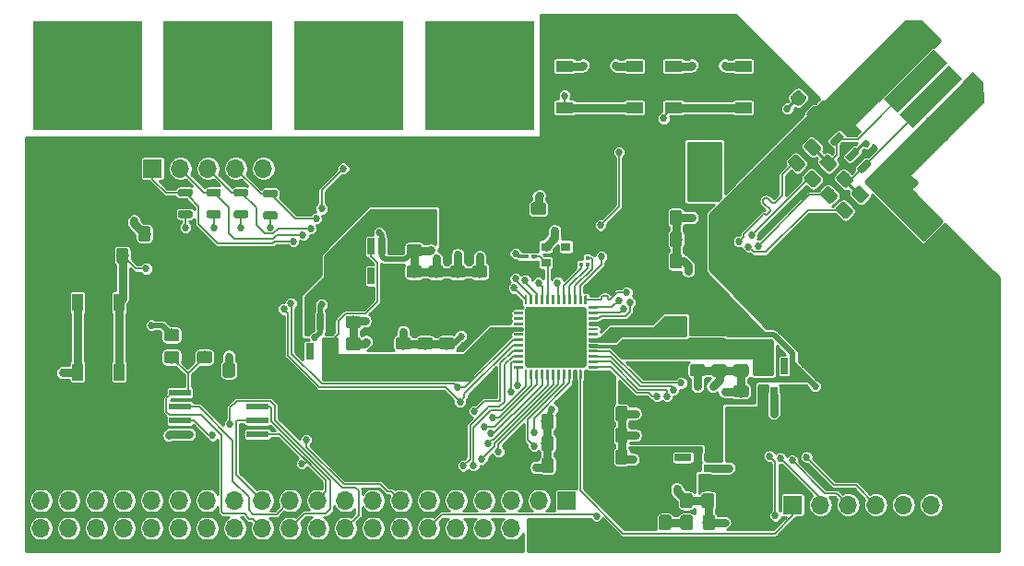
<source format=gtl>
G04 #@! TF.GenerationSoftware,KiCad,Pcbnew,(5.0.1)-3*
G04 #@! TF.CreationDate,2018-12-25T10:08:42+08:00*
G04 #@! TF.ProjectId,tomu-fpga,746F6D752D667067612E6B696361645F,EVT3*
G04 #@! TF.SameCoordinates,Original*
G04 #@! TF.FileFunction,Copper,L1,Top,Signal*
G04 #@! TF.FilePolarity,Positive*
%FSLAX46Y46*%
G04 Gerber Fmt 4.6, Leading zero omitted, Abs format (unit mm)*
G04 Created by KiCad (PCBNEW (5.0.1)-3) date 12/25/18 10:08:42*
%MOMM*%
%LPD*%
G01*
G04 APERTURE LIST*
G04 #@! TA.AperFunction,ComponentPad*
%ADD10O,1.700000X1.700000*%
G04 #@! TD*
G04 #@! TA.AperFunction,ComponentPad*
%ADD11R,1.700000X1.700000*%
G04 #@! TD*
G04 #@! TA.AperFunction,Conductor*
%ADD12C,0.100000*%
G04 #@! TD*
G04 #@! TA.AperFunction,SMDPad,CuDef*
%ADD13C,0.700000*%
G04 #@! TD*
G04 #@! TA.AperFunction,SMDPad,CuDef*
%ADD14C,1.200000*%
G04 #@! TD*
G04 #@! TA.AperFunction,SMDPad,CuDef*
%ADD15C,1.150000*%
G04 #@! TD*
G04 #@! TA.AperFunction,SMDPad,CuDef*
%ADD16R,0.900000X0.800000*%
G04 #@! TD*
G04 #@! TA.AperFunction,SMDPad,CuDef*
%ADD17R,1.000000X1.600000*%
G04 #@! TD*
G04 #@! TA.AperFunction,SMDPad,CuDef*
%ADD18R,2.000000X0.600000*%
G04 #@! TD*
G04 #@! TA.AperFunction,SMDPad,CuDef*
%ADD19R,1.600000X1.000000*%
G04 #@! TD*
G04 #@! TA.AperFunction,SMDPad,CuDef*
%ADD20R,0.400000X0.400000*%
G04 #@! TD*
G04 #@! TA.AperFunction,SMDPad,CuDef*
%ADD21R,0.370000X0.130000*%
G04 #@! TD*
G04 #@! TA.AperFunction,SMDPad,CuDef*
%ADD22C,0.092278*%
G04 #@! TD*
G04 #@! TA.AperFunction,SMDPad,CuDef*
%ADD23R,0.500000X0.350000*%
G04 #@! TD*
G04 #@! TA.AperFunction,SMDPad,CuDef*
%ADD24R,0.500000X0.300000*%
G04 #@! TD*
G04 #@! TA.AperFunction,SMDPad,CuDef*
%ADD25C,2.750000*%
G04 #@! TD*
G04 #@! TA.AperFunction,SMDPad,CuDef*
%ADD26C,1.750000*%
G04 #@! TD*
G04 #@! TA.AperFunction,SMDPad,CuDef*
%ADD27C,0.945002*%
G04 #@! TD*
G04 #@! TA.AperFunction,SMDPad,CuDef*
%ADD28C,1.300000*%
G04 #@! TD*
G04 #@! TA.AperFunction,SMDPad,CuDef*
%ADD29C,5.600000*%
G04 #@! TD*
G04 #@! TA.AperFunction,SMDPad,CuDef*
%ADD30C,0.250000*%
G04 #@! TD*
G04 #@! TA.AperFunction,SMDPad,CuDef*
%ADD31R,0.650000X1.560000*%
G04 #@! TD*
G04 #@! TA.AperFunction,SMDPad,CuDef*
%ADD32R,1.560000X0.650000*%
G04 #@! TD*
G04 #@! TA.AperFunction,SMDPad,CuDef*
%ADD33R,10.000000X10.000000*%
G04 #@! TD*
G04 #@! TA.AperFunction,ViaPad*
%ADD34C,0.685800*%
G04 #@! TD*
G04 #@! TA.AperFunction,Conductor*
%ADD35C,0.800000*%
G04 #@! TD*
G04 #@! TA.AperFunction,Conductor*
%ADD36C,0.500000*%
G04 #@! TD*
G04 #@! TA.AperFunction,Conductor*
%ADD37C,0.152400*%
G04 #@! TD*
G04 #@! TA.AperFunction,Conductor*
%ADD38C,1.000000*%
G04 #@! TD*
G04 #@! TA.AperFunction,Conductor*
%ADD39C,0.300000*%
G04 #@! TD*
G04 #@! TA.AperFunction,Conductor*
%ADD40C,0.200000*%
G04 #@! TD*
G04 #@! TA.AperFunction,Conductor*
%ADD41C,0.254000*%
G04 #@! TD*
G04 APERTURE END LIST*
D10*
G04 #@! TO.P,J2,6*
G04 #@! TO.N,+3V3*
X49700000Y-44500000D03*
G04 #@! TO.P,J2,5*
G04 #@! TO.N,GND*
X47160000Y-44500000D03*
G04 #@! TO.P,J2,4*
G04 #@! TO.N,/PMODb_4*
X44620000Y-44500000D03*
G04 #@! TO.P,J2,3*
G04 #@! TO.N,/PMODb_3*
X42080000Y-44500000D03*
G04 #@! TO.P,J2,2*
G04 #@! TO.N,/PMODb_2*
X39540000Y-44500000D03*
D11*
G04 #@! TO.P,J2,1*
G04 #@! TO.N,/PMODb_1*
X37000000Y-44500000D03*
G04 #@! TD*
D12*
G04 #@! TO.N,GND*
G04 #@! TO.C,D8*
G36*
X103936392Y-45073331D02*
X103953380Y-45075851D01*
X103970039Y-45080023D01*
X103986209Y-45085809D01*
X104001733Y-45093152D01*
X104016464Y-45101981D01*
X104030258Y-45112211D01*
X104042983Y-45123744D01*
X104290470Y-45371231D01*
X104302003Y-45383956D01*
X104312233Y-45397750D01*
X104321062Y-45412481D01*
X104328405Y-45428005D01*
X104334191Y-45444175D01*
X104338363Y-45460834D01*
X104340883Y-45477822D01*
X104341726Y-45494975D01*
X104340883Y-45512128D01*
X104338363Y-45529116D01*
X104334191Y-45545775D01*
X104328405Y-45561945D01*
X104321062Y-45577469D01*
X104312233Y-45592200D01*
X104302003Y-45605994D01*
X104290470Y-45618719D01*
X103618719Y-46290470D01*
X103605994Y-46302003D01*
X103592200Y-46312233D01*
X103577469Y-46321062D01*
X103561945Y-46328405D01*
X103545775Y-46334191D01*
X103529116Y-46338363D01*
X103512128Y-46340883D01*
X103494975Y-46341726D01*
X103477822Y-46340883D01*
X103460834Y-46338363D01*
X103444175Y-46334191D01*
X103428005Y-46328405D01*
X103412481Y-46321062D01*
X103397750Y-46312233D01*
X103383956Y-46302003D01*
X103371231Y-46290470D01*
X103123744Y-46042983D01*
X103112211Y-46030258D01*
X103101981Y-46016464D01*
X103093152Y-46001733D01*
X103085809Y-45986209D01*
X103080023Y-45970039D01*
X103075851Y-45953380D01*
X103073331Y-45936392D01*
X103072488Y-45919239D01*
X103073331Y-45902086D01*
X103075851Y-45885098D01*
X103080023Y-45868439D01*
X103085809Y-45852269D01*
X103093152Y-45836745D01*
X103101981Y-45822014D01*
X103112211Y-45808220D01*
X103123744Y-45795495D01*
X103795495Y-45123744D01*
X103808220Y-45112211D01*
X103822014Y-45101981D01*
X103836745Y-45093152D01*
X103852269Y-45085809D01*
X103868439Y-45080023D01*
X103885098Y-45075851D01*
X103902086Y-45073331D01*
X103919239Y-45072488D01*
X103936392Y-45073331D01*
X103936392Y-45073331D01*
G37*
D13*
G04 #@! TD*
G04 #@! TO.P,D8,2*
G04 #@! TO.N,GND*
X103707107Y-45707107D03*
D12*
G04 #@! TO.N,Net-(D8-Pad1)*
G04 #@! TO.C,D8*
G36*
X102522178Y-43659117D02*
X102539166Y-43661637D01*
X102555825Y-43665809D01*
X102571995Y-43671595D01*
X102587519Y-43678938D01*
X102602250Y-43687767D01*
X102616044Y-43697997D01*
X102628769Y-43709530D01*
X102876256Y-43957017D01*
X102887789Y-43969742D01*
X102898019Y-43983536D01*
X102906848Y-43998267D01*
X102914191Y-44013791D01*
X102919977Y-44029961D01*
X102924149Y-44046620D01*
X102926669Y-44063608D01*
X102927512Y-44080761D01*
X102926669Y-44097914D01*
X102924149Y-44114902D01*
X102919977Y-44131561D01*
X102914191Y-44147731D01*
X102906848Y-44163255D01*
X102898019Y-44177986D01*
X102887789Y-44191780D01*
X102876256Y-44204505D01*
X102204505Y-44876256D01*
X102191780Y-44887789D01*
X102177986Y-44898019D01*
X102163255Y-44906848D01*
X102147731Y-44914191D01*
X102131561Y-44919977D01*
X102114902Y-44924149D01*
X102097914Y-44926669D01*
X102080761Y-44927512D01*
X102063608Y-44926669D01*
X102046620Y-44924149D01*
X102029961Y-44919977D01*
X102013791Y-44914191D01*
X101998267Y-44906848D01*
X101983536Y-44898019D01*
X101969742Y-44887789D01*
X101957017Y-44876256D01*
X101709530Y-44628769D01*
X101697997Y-44616044D01*
X101687767Y-44602250D01*
X101678938Y-44587519D01*
X101671595Y-44571995D01*
X101665809Y-44555825D01*
X101661637Y-44539166D01*
X101659117Y-44522178D01*
X101658274Y-44505025D01*
X101659117Y-44487872D01*
X101661637Y-44470884D01*
X101665809Y-44454225D01*
X101671595Y-44438055D01*
X101678938Y-44422531D01*
X101687767Y-44407800D01*
X101697997Y-44394006D01*
X101709530Y-44381281D01*
X102381281Y-43709530D01*
X102394006Y-43697997D01*
X102407800Y-43687767D01*
X102422531Y-43678938D01*
X102438055Y-43671595D01*
X102454225Y-43665809D01*
X102470884Y-43661637D01*
X102487872Y-43659117D01*
X102505025Y-43658274D01*
X102522178Y-43659117D01*
X102522178Y-43659117D01*
G37*
D13*
G04 #@! TD*
G04 #@! TO.P,D8,1*
G04 #@! TO.N,Net-(D8-Pad1)*
X102292893Y-44292893D03*
D12*
G04 #@! TO.N,+5V*
G04 #@! TO.C,D6*
G36*
X97771867Y-38769643D02*
X97800989Y-38773962D01*
X97829547Y-38781116D01*
X97857267Y-38791034D01*
X97883881Y-38803622D01*
X97909133Y-38818757D01*
X97932780Y-38836295D01*
X97954594Y-38856066D01*
X98378858Y-39280330D01*
X98398629Y-39302144D01*
X98416167Y-39325791D01*
X98431302Y-39351043D01*
X98443890Y-39377657D01*
X98453808Y-39405377D01*
X98460962Y-39433935D01*
X98465281Y-39463057D01*
X98466726Y-39492462D01*
X98465281Y-39521867D01*
X98460962Y-39550989D01*
X98453808Y-39579547D01*
X98443890Y-39607267D01*
X98431302Y-39633881D01*
X98416167Y-39659133D01*
X98398629Y-39682780D01*
X98378858Y-39704594D01*
X97954594Y-40128858D01*
X97932780Y-40148629D01*
X97909133Y-40166167D01*
X97883881Y-40181302D01*
X97857267Y-40193890D01*
X97829547Y-40203808D01*
X97800989Y-40210962D01*
X97771867Y-40215281D01*
X97742462Y-40216726D01*
X97713057Y-40215281D01*
X97683935Y-40210962D01*
X97655377Y-40203808D01*
X97627657Y-40193890D01*
X97601043Y-40181302D01*
X97575791Y-40166167D01*
X97552144Y-40148629D01*
X97530330Y-40128858D01*
X97106066Y-39704594D01*
X97086295Y-39682780D01*
X97068757Y-39659133D01*
X97053622Y-39633881D01*
X97041034Y-39607267D01*
X97031116Y-39579547D01*
X97023962Y-39550989D01*
X97019643Y-39521867D01*
X97018198Y-39492462D01*
X97019643Y-39463057D01*
X97023962Y-39433935D01*
X97031116Y-39405377D01*
X97041034Y-39377657D01*
X97053622Y-39351043D01*
X97068757Y-39325791D01*
X97086295Y-39302144D01*
X97106066Y-39280330D01*
X97530330Y-38856066D01*
X97552144Y-38836295D01*
X97575791Y-38818757D01*
X97601043Y-38803622D01*
X97627657Y-38791034D01*
X97655377Y-38781116D01*
X97683935Y-38773962D01*
X97713057Y-38769643D01*
X97742462Y-38768198D01*
X97771867Y-38769643D01*
X97771867Y-38769643D01*
G37*
D14*
G04 #@! TD*
G04 #@! TO.P,D6,1*
G04 #@! TO.N,+5V*
X97742462Y-39492462D03*
D12*
G04 #@! TO.N,GND*
G04 #@! TO.C,D6*
G36*
X96286943Y-37284719D02*
X96316065Y-37289038D01*
X96344623Y-37296192D01*
X96372343Y-37306110D01*
X96398957Y-37318698D01*
X96424209Y-37333833D01*
X96447856Y-37351371D01*
X96469670Y-37371142D01*
X96893934Y-37795406D01*
X96913705Y-37817220D01*
X96931243Y-37840867D01*
X96946378Y-37866119D01*
X96958966Y-37892733D01*
X96968884Y-37920453D01*
X96976038Y-37949011D01*
X96980357Y-37978133D01*
X96981802Y-38007538D01*
X96980357Y-38036943D01*
X96976038Y-38066065D01*
X96968884Y-38094623D01*
X96958966Y-38122343D01*
X96946378Y-38148957D01*
X96931243Y-38174209D01*
X96913705Y-38197856D01*
X96893934Y-38219670D01*
X96469670Y-38643934D01*
X96447856Y-38663705D01*
X96424209Y-38681243D01*
X96398957Y-38696378D01*
X96372343Y-38708966D01*
X96344623Y-38718884D01*
X96316065Y-38726038D01*
X96286943Y-38730357D01*
X96257538Y-38731802D01*
X96228133Y-38730357D01*
X96199011Y-38726038D01*
X96170453Y-38718884D01*
X96142733Y-38708966D01*
X96116119Y-38696378D01*
X96090867Y-38681243D01*
X96067220Y-38663705D01*
X96045406Y-38643934D01*
X95621142Y-38219670D01*
X95601371Y-38197856D01*
X95583833Y-38174209D01*
X95568698Y-38148957D01*
X95556110Y-38122343D01*
X95546192Y-38094623D01*
X95539038Y-38066065D01*
X95534719Y-38036943D01*
X95533274Y-38007538D01*
X95534719Y-37978133D01*
X95539038Y-37949011D01*
X95546192Y-37920453D01*
X95556110Y-37892733D01*
X95568698Y-37866119D01*
X95583833Y-37840867D01*
X95601371Y-37817220D01*
X95621142Y-37795406D01*
X96045406Y-37371142D01*
X96067220Y-37351371D01*
X96090867Y-37333833D01*
X96116119Y-37318698D01*
X96142733Y-37306110D01*
X96170453Y-37296192D01*
X96199011Y-37289038D01*
X96228133Y-37284719D01*
X96257538Y-37283274D01*
X96286943Y-37284719D01*
X96286943Y-37284719D01*
G37*
D14*
G04 #@! TD*
G04 #@! TO.P,D6,2*
G04 #@! TO.N,GND*
X96257538Y-38007538D03*
D12*
G04 #@! TO.N,GND*
G04 #@! TO.C,D2*
G36*
X40492153Y-48350843D02*
X40509141Y-48353363D01*
X40525800Y-48357535D01*
X40541970Y-48363321D01*
X40557494Y-48370664D01*
X40572225Y-48379493D01*
X40586019Y-48389723D01*
X40598744Y-48401256D01*
X40610277Y-48413981D01*
X40620507Y-48427775D01*
X40629336Y-48442506D01*
X40636679Y-48458030D01*
X40642465Y-48474200D01*
X40646637Y-48490859D01*
X40649157Y-48507847D01*
X40650000Y-48525000D01*
X40650000Y-48875000D01*
X40649157Y-48892153D01*
X40646637Y-48909141D01*
X40642465Y-48925800D01*
X40636679Y-48941970D01*
X40629336Y-48957494D01*
X40620507Y-48972225D01*
X40610277Y-48986019D01*
X40598744Y-48998744D01*
X40586019Y-49010277D01*
X40572225Y-49020507D01*
X40557494Y-49029336D01*
X40541970Y-49036679D01*
X40525800Y-49042465D01*
X40509141Y-49046637D01*
X40492153Y-49049157D01*
X40475000Y-49050000D01*
X39525000Y-49050000D01*
X39507847Y-49049157D01*
X39490859Y-49046637D01*
X39474200Y-49042465D01*
X39458030Y-49036679D01*
X39442506Y-49029336D01*
X39427775Y-49020507D01*
X39413981Y-49010277D01*
X39401256Y-48998744D01*
X39389723Y-48986019D01*
X39379493Y-48972225D01*
X39370664Y-48957494D01*
X39363321Y-48941970D01*
X39357535Y-48925800D01*
X39353363Y-48909141D01*
X39350843Y-48892153D01*
X39350000Y-48875000D01*
X39350000Y-48525000D01*
X39350843Y-48507847D01*
X39353363Y-48490859D01*
X39357535Y-48474200D01*
X39363321Y-48458030D01*
X39370664Y-48442506D01*
X39379493Y-48427775D01*
X39389723Y-48413981D01*
X39401256Y-48401256D01*
X39413981Y-48389723D01*
X39427775Y-48379493D01*
X39442506Y-48370664D01*
X39458030Y-48363321D01*
X39474200Y-48357535D01*
X39490859Y-48353363D01*
X39507847Y-48350843D01*
X39525000Y-48350000D01*
X40475000Y-48350000D01*
X40492153Y-48350843D01*
X40492153Y-48350843D01*
G37*
D13*
G04 #@! TD*
G04 #@! TO.P,D2,2*
G04 #@! TO.N,GND*
X40000000Y-48700000D03*
D12*
G04 #@! TO.N,/PMODb_1*
G04 #@! TO.C,D2*
G36*
X40492153Y-46350843D02*
X40509141Y-46353363D01*
X40525800Y-46357535D01*
X40541970Y-46363321D01*
X40557494Y-46370664D01*
X40572225Y-46379493D01*
X40586019Y-46389723D01*
X40598744Y-46401256D01*
X40610277Y-46413981D01*
X40620507Y-46427775D01*
X40629336Y-46442506D01*
X40636679Y-46458030D01*
X40642465Y-46474200D01*
X40646637Y-46490859D01*
X40649157Y-46507847D01*
X40650000Y-46525000D01*
X40650000Y-46875000D01*
X40649157Y-46892153D01*
X40646637Y-46909141D01*
X40642465Y-46925800D01*
X40636679Y-46941970D01*
X40629336Y-46957494D01*
X40620507Y-46972225D01*
X40610277Y-46986019D01*
X40598744Y-46998744D01*
X40586019Y-47010277D01*
X40572225Y-47020507D01*
X40557494Y-47029336D01*
X40541970Y-47036679D01*
X40525800Y-47042465D01*
X40509141Y-47046637D01*
X40492153Y-47049157D01*
X40475000Y-47050000D01*
X39525000Y-47050000D01*
X39507847Y-47049157D01*
X39490859Y-47046637D01*
X39474200Y-47042465D01*
X39458030Y-47036679D01*
X39442506Y-47029336D01*
X39427775Y-47020507D01*
X39413981Y-47010277D01*
X39401256Y-46998744D01*
X39389723Y-46986019D01*
X39379493Y-46972225D01*
X39370664Y-46957494D01*
X39363321Y-46941970D01*
X39357535Y-46925800D01*
X39353363Y-46909141D01*
X39350843Y-46892153D01*
X39350000Y-46875000D01*
X39350000Y-46525000D01*
X39350843Y-46507847D01*
X39353363Y-46490859D01*
X39357535Y-46474200D01*
X39363321Y-46458030D01*
X39370664Y-46442506D01*
X39379493Y-46427775D01*
X39389723Y-46413981D01*
X39401256Y-46401256D01*
X39413981Y-46389723D01*
X39427775Y-46379493D01*
X39442506Y-46370664D01*
X39458030Y-46363321D01*
X39474200Y-46357535D01*
X39490859Y-46353363D01*
X39507847Y-46350843D01*
X39525000Y-46350000D01*
X40475000Y-46350000D01*
X40492153Y-46350843D01*
X40492153Y-46350843D01*
G37*
D13*
G04 #@! TD*
G04 #@! TO.P,D2,1*
G04 #@! TO.N,/PMODb_1*
X40000000Y-46700000D03*
D12*
G04 #@! TO.N,GND*
G04 #@! TO.C,D3*
G36*
X43092153Y-48350843D02*
X43109141Y-48353363D01*
X43125800Y-48357535D01*
X43141970Y-48363321D01*
X43157494Y-48370664D01*
X43172225Y-48379493D01*
X43186019Y-48389723D01*
X43198744Y-48401256D01*
X43210277Y-48413981D01*
X43220507Y-48427775D01*
X43229336Y-48442506D01*
X43236679Y-48458030D01*
X43242465Y-48474200D01*
X43246637Y-48490859D01*
X43249157Y-48507847D01*
X43250000Y-48525000D01*
X43250000Y-48875000D01*
X43249157Y-48892153D01*
X43246637Y-48909141D01*
X43242465Y-48925800D01*
X43236679Y-48941970D01*
X43229336Y-48957494D01*
X43220507Y-48972225D01*
X43210277Y-48986019D01*
X43198744Y-48998744D01*
X43186019Y-49010277D01*
X43172225Y-49020507D01*
X43157494Y-49029336D01*
X43141970Y-49036679D01*
X43125800Y-49042465D01*
X43109141Y-49046637D01*
X43092153Y-49049157D01*
X43075000Y-49050000D01*
X42125000Y-49050000D01*
X42107847Y-49049157D01*
X42090859Y-49046637D01*
X42074200Y-49042465D01*
X42058030Y-49036679D01*
X42042506Y-49029336D01*
X42027775Y-49020507D01*
X42013981Y-49010277D01*
X42001256Y-48998744D01*
X41989723Y-48986019D01*
X41979493Y-48972225D01*
X41970664Y-48957494D01*
X41963321Y-48941970D01*
X41957535Y-48925800D01*
X41953363Y-48909141D01*
X41950843Y-48892153D01*
X41950000Y-48875000D01*
X41950000Y-48525000D01*
X41950843Y-48507847D01*
X41953363Y-48490859D01*
X41957535Y-48474200D01*
X41963321Y-48458030D01*
X41970664Y-48442506D01*
X41979493Y-48427775D01*
X41989723Y-48413981D01*
X42001256Y-48401256D01*
X42013981Y-48389723D01*
X42027775Y-48379493D01*
X42042506Y-48370664D01*
X42058030Y-48363321D01*
X42074200Y-48357535D01*
X42090859Y-48353363D01*
X42107847Y-48350843D01*
X42125000Y-48350000D01*
X43075000Y-48350000D01*
X43092153Y-48350843D01*
X43092153Y-48350843D01*
G37*
D13*
G04 #@! TD*
G04 #@! TO.P,D3,2*
G04 #@! TO.N,GND*
X42600000Y-48700000D03*
D12*
G04 #@! TO.N,/PMODb_2*
G04 #@! TO.C,D3*
G36*
X43092153Y-46350843D02*
X43109141Y-46353363D01*
X43125800Y-46357535D01*
X43141970Y-46363321D01*
X43157494Y-46370664D01*
X43172225Y-46379493D01*
X43186019Y-46389723D01*
X43198744Y-46401256D01*
X43210277Y-46413981D01*
X43220507Y-46427775D01*
X43229336Y-46442506D01*
X43236679Y-46458030D01*
X43242465Y-46474200D01*
X43246637Y-46490859D01*
X43249157Y-46507847D01*
X43250000Y-46525000D01*
X43250000Y-46875000D01*
X43249157Y-46892153D01*
X43246637Y-46909141D01*
X43242465Y-46925800D01*
X43236679Y-46941970D01*
X43229336Y-46957494D01*
X43220507Y-46972225D01*
X43210277Y-46986019D01*
X43198744Y-46998744D01*
X43186019Y-47010277D01*
X43172225Y-47020507D01*
X43157494Y-47029336D01*
X43141970Y-47036679D01*
X43125800Y-47042465D01*
X43109141Y-47046637D01*
X43092153Y-47049157D01*
X43075000Y-47050000D01*
X42125000Y-47050000D01*
X42107847Y-47049157D01*
X42090859Y-47046637D01*
X42074200Y-47042465D01*
X42058030Y-47036679D01*
X42042506Y-47029336D01*
X42027775Y-47020507D01*
X42013981Y-47010277D01*
X42001256Y-46998744D01*
X41989723Y-46986019D01*
X41979493Y-46972225D01*
X41970664Y-46957494D01*
X41963321Y-46941970D01*
X41957535Y-46925800D01*
X41953363Y-46909141D01*
X41950843Y-46892153D01*
X41950000Y-46875000D01*
X41950000Y-46525000D01*
X41950843Y-46507847D01*
X41953363Y-46490859D01*
X41957535Y-46474200D01*
X41963321Y-46458030D01*
X41970664Y-46442506D01*
X41979493Y-46427775D01*
X41989723Y-46413981D01*
X42001256Y-46401256D01*
X42013981Y-46389723D01*
X42027775Y-46379493D01*
X42042506Y-46370664D01*
X42058030Y-46363321D01*
X42074200Y-46357535D01*
X42090859Y-46353363D01*
X42107847Y-46350843D01*
X42125000Y-46350000D01*
X43075000Y-46350000D01*
X43092153Y-46350843D01*
X43092153Y-46350843D01*
G37*
D13*
G04 #@! TD*
G04 #@! TO.P,D3,1*
G04 #@! TO.N,/PMODb_2*
X42600000Y-46700000D03*
D12*
G04 #@! TO.N,GND*
G04 #@! TO.C,D4*
G36*
X45592153Y-48350843D02*
X45609141Y-48353363D01*
X45625800Y-48357535D01*
X45641970Y-48363321D01*
X45657494Y-48370664D01*
X45672225Y-48379493D01*
X45686019Y-48389723D01*
X45698744Y-48401256D01*
X45710277Y-48413981D01*
X45720507Y-48427775D01*
X45729336Y-48442506D01*
X45736679Y-48458030D01*
X45742465Y-48474200D01*
X45746637Y-48490859D01*
X45749157Y-48507847D01*
X45750000Y-48525000D01*
X45750000Y-48875000D01*
X45749157Y-48892153D01*
X45746637Y-48909141D01*
X45742465Y-48925800D01*
X45736679Y-48941970D01*
X45729336Y-48957494D01*
X45720507Y-48972225D01*
X45710277Y-48986019D01*
X45698744Y-48998744D01*
X45686019Y-49010277D01*
X45672225Y-49020507D01*
X45657494Y-49029336D01*
X45641970Y-49036679D01*
X45625800Y-49042465D01*
X45609141Y-49046637D01*
X45592153Y-49049157D01*
X45575000Y-49050000D01*
X44625000Y-49050000D01*
X44607847Y-49049157D01*
X44590859Y-49046637D01*
X44574200Y-49042465D01*
X44558030Y-49036679D01*
X44542506Y-49029336D01*
X44527775Y-49020507D01*
X44513981Y-49010277D01*
X44501256Y-48998744D01*
X44489723Y-48986019D01*
X44479493Y-48972225D01*
X44470664Y-48957494D01*
X44463321Y-48941970D01*
X44457535Y-48925800D01*
X44453363Y-48909141D01*
X44450843Y-48892153D01*
X44450000Y-48875000D01*
X44450000Y-48525000D01*
X44450843Y-48507847D01*
X44453363Y-48490859D01*
X44457535Y-48474200D01*
X44463321Y-48458030D01*
X44470664Y-48442506D01*
X44479493Y-48427775D01*
X44489723Y-48413981D01*
X44501256Y-48401256D01*
X44513981Y-48389723D01*
X44527775Y-48379493D01*
X44542506Y-48370664D01*
X44558030Y-48363321D01*
X44574200Y-48357535D01*
X44590859Y-48353363D01*
X44607847Y-48350843D01*
X44625000Y-48350000D01*
X45575000Y-48350000D01*
X45592153Y-48350843D01*
X45592153Y-48350843D01*
G37*
D13*
G04 #@! TD*
G04 #@! TO.P,D4,2*
G04 #@! TO.N,GND*
X45100000Y-48700000D03*
D12*
G04 #@! TO.N,/PMODb_3*
G04 #@! TO.C,D4*
G36*
X45592153Y-46350843D02*
X45609141Y-46353363D01*
X45625800Y-46357535D01*
X45641970Y-46363321D01*
X45657494Y-46370664D01*
X45672225Y-46379493D01*
X45686019Y-46389723D01*
X45698744Y-46401256D01*
X45710277Y-46413981D01*
X45720507Y-46427775D01*
X45729336Y-46442506D01*
X45736679Y-46458030D01*
X45742465Y-46474200D01*
X45746637Y-46490859D01*
X45749157Y-46507847D01*
X45750000Y-46525000D01*
X45750000Y-46875000D01*
X45749157Y-46892153D01*
X45746637Y-46909141D01*
X45742465Y-46925800D01*
X45736679Y-46941970D01*
X45729336Y-46957494D01*
X45720507Y-46972225D01*
X45710277Y-46986019D01*
X45698744Y-46998744D01*
X45686019Y-47010277D01*
X45672225Y-47020507D01*
X45657494Y-47029336D01*
X45641970Y-47036679D01*
X45625800Y-47042465D01*
X45609141Y-47046637D01*
X45592153Y-47049157D01*
X45575000Y-47050000D01*
X44625000Y-47050000D01*
X44607847Y-47049157D01*
X44590859Y-47046637D01*
X44574200Y-47042465D01*
X44558030Y-47036679D01*
X44542506Y-47029336D01*
X44527775Y-47020507D01*
X44513981Y-47010277D01*
X44501256Y-46998744D01*
X44489723Y-46986019D01*
X44479493Y-46972225D01*
X44470664Y-46957494D01*
X44463321Y-46941970D01*
X44457535Y-46925800D01*
X44453363Y-46909141D01*
X44450843Y-46892153D01*
X44450000Y-46875000D01*
X44450000Y-46525000D01*
X44450843Y-46507847D01*
X44453363Y-46490859D01*
X44457535Y-46474200D01*
X44463321Y-46458030D01*
X44470664Y-46442506D01*
X44479493Y-46427775D01*
X44489723Y-46413981D01*
X44501256Y-46401256D01*
X44513981Y-46389723D01*
X44527775Y-46379493D01*
X44542506Y-46370664D01*
X44558030Y-46363321D01*
X44574200Y-46357535D01*
X44590859Y-46353363D01*
X44607847Y-46350843D01*
X44625000Y-46350000D01*
X45575000Y-46350000D01*
X45592153Y-46350843D01*
X45592153Y-46350843D01*
G37*
D13*
G04 #@! TD*
G04 #@! TO.P,D4,1*
G04 #@! TO.N,/PMODb_3*
X45100000Y-46700000D03*
D12*
G04 #@! TO.N,GND*
G04 #@! TO.C,D5*
G36*
X48292153Y-48450843D02*
X48309141Y-48453363D01*
X48325800Y-48457535D01*
X48341970Y-48463321D01*
X48357494Y-48470664D01*
X48372225Y-48479493D01*
X48386019Y-48489723D01*
X48398744Y-48501256D01*
X48410277Y-48513981D01*
X48420507Y-48527775D01*
X48429336Y-48542506D01*
X48436679Y-48558030D01*
X48442465Y-48574200D01*
X48446637Y-48590859D01*
X48449157Y-48607847D01*
X48450000Y-48625000D01*
X48450000Y-48975000D01*
X48449157Y-48992153D01*
X48446637Y-49009141D01*
X48442465Y-49025800D01*
X48436679Y-49041970D01*
X48429336Y-49057494D01*
X48420507Y-49072225D01*
X48410277Y-49086019D01*
X48398744Y-49098744D01*
X48386019Y-49110277D01*
X48372225Y-49120507D01*
X48357494Y-49129336D01*
X48341970Y-49136679D01*
X48325800Y-49142465D01*
X48309141Y-49146637D01*
X48292153Y-49149157D01*
X48275000Y-49150000D01*
X47325000Y-49150000D01*
X47307847Y-49149157D01*
X47290859Y-49146637D01*
X47274200Y-49142465D01*
X47258030Y-49136679D01*
X47242506Y-49129336D01*
X47227775Y-49120507D01*
X47213981Y-49110277D01*
X47201256Y-49098744D01*
X47189723Y-49086019D01*
X47179493Y-49072225D01*
X47170664Y-49057494D01*
X47163321Y-49041970D01*
X47157535Y-49025800D01*
X47153363Y-49009141D01*
X47150843Y-48992153D01*
X47150000Y-48975000D01*
X47150000Y-48625000D01*
X47150843Y-48607847D01*
X47153363Y-48590859D01*
X47157535Y-48574200D01*
X47163321Y-48558030D01*
X47170664Y-48542506D01*
X47179493Y-48527775D01*
X47189723Y-48513981D01*
X47201256Y-48501256D01*
X47213981Y-48489723D01*
X47227775Y-48479493D01*
X47242506Y-48470664D01*
X47258030Y-48463321D01*
X47274200Y-48457535D01*
X47290859Y-48453363D01*
X47307847Y-48450843D01*
X47325000Y-48450000D01*
X48275000Y-48450000D01*
X48292153Y-48450843D01*
X48292153Y-48450843D01*
G37*
D13*
G04 #@! TD*
G04 #@! TO.P,D5,2*
G04 #@! TO.N,GND*
X47800000Y-48800000D03*
D12*
G04 #@! TO.N,/PMODb_4*
G04 #@! TO.C,D5*
G36*
X48292153Y-46450843D02*
X48309141Y-46453363D01*
X48325800Y-46457535D01*
X48341970Y-46463321D01*
X48357494Y-46470664D01*
X48372225Y-46479493D01*
X48386019Y-46489723D01*
X48398744Y-46501256D01*
X48410277Y-46513981D01*
X48420507Y-46527775D01*
X48429336Y-46542506D01*
X48436679Y-46558030D01*
X48442465Y-46574200D01*
X48446637Y-46590859D01*
X48449157Y-46607847D01*
X48450000Y-46625000D01*
X48450000Y-46975000D01*
X48449157Y-46992153D01*
X48446637Y-47009141D01*
X48442465Y-47025800D01*
X48436679Y-47041970D01*
X48429336Y-47057494D01*
X48420507Y-47072225D01*
X48410277Y-47086019D01*
X48398744Y-47098744D01*
X48386019Y-47110277D01*
X48372225Y-47120507D01*
X48357494Y-47129336D01*
X48341970Y-47136679D01*
X48325800Y-47142465D01*
X48309141Y-47146637D01*
X48292153Y-47149157D01*
X48275000Y-47150000D01*
X47325000Y-47150000D01*
X47307847Y-47149157D01*
X47290859Y-47146637D01*
X47274200Y-47142465D01*
X47258030Y-47136679D01*
X47242506Y-47129336D01*
X47227775Y-47120507D01*
X47213981Y-47110277D01*
X47201256Y-47098744D01*
X47189723Y-47086019D01*
X47179493Y-47072225D01*
X47170664Y-47057494D01*
X47163321Y-47041970D01*
X47157535Y-47025800D01*
X47153363Y-47009141D01*
X47150843Y-46992153D01*
X47150000Y-46975000D01*
X47150000Y-46625000D01*
X47150843Y-46607847D01*
X47153363Y-46590859D01*
X47157535Y-46574200D01*
X47163321Y-46558030D01*
X47170664Y-46542506D01*
X47179493Y-46527775D01*
X47189723Y-46513981D01*
X47201256Y-46501256D01*
X47213981Y-46489723D01*
X47227775Y-46479493D01*
X47242506Y-46470664D01*
X47258030Y-46463321D01*
X47274200Y-46457535D01*
X47290859Y-46453363D01*
X47307847Y-46450843D01*
X47325000Y-46450000D01*
X48275000Y-46450000D01*
X48292153Y-46450843D01*
X48292153Y-46450843D01*
G37*
D13*
G04 #@! TD*
G04 #@! TO.P,D5,1*
G04 #@! TO.N,/PMODb_4*
X47800000Y-46800000D03*
D12*
G04 #@! TO.N,GND*
G04 #@! TO.C,D7*
G36*
X101436392Y-42573331D02*
X101453380Y-42575851D01*
X101470039Y-42580023D01*
X101486209Y-42585809D01*
X101501733Y-42593152D01*
X101516464Y-42601981D01*
X101530258Y-42612211D01*
X101542983Y-42623744D01*
X101790470Y-42871231D01*
X101802003Y-42883956D01*
X101812233Y-42897750D01*
X101821062Y-42912481D01*
X101828405Y-42928005D01*
X101834191Y-42944175D01*
X101838363Y-42960834D01*
X101840883Y-42977822D01*
X101841726Y-42994975D01*
X101840883Y-43012128D01*
X101838363Y-43029116D01*
X101834191Y-43045775D01*
X101828405Y-43061945D01*
X101821062Y-43077469D01*
X101812233Y-43092200D01*
X101802003Y-43105994D01*
X101790470Y-43118719D01*
X101118719Y-43790470D01*
X101105994Y-43802003D01*
X101092200Y-43812233D01*
X101077469Y-43821062D01*
X101061945Y-43828405D01*
X101045775Y-43834191D01*
X101029116Y-43838363D01*
X101012128Y-43840883D01*
X100994975Y-43841726D01*
X100977822Y-43840883D01*
X100960834Y-43838363D01*
X100944175Y-43834191D01*
X100928005Y-43828405D01*
X100912481Y-43821062D01*
X100897750Y-43812233D01*
X100883956Y-43802003D01*
X100871231Y-43790470D01*
X100623744Y-43542983D01*
X100612211Y-43530258D01*
X100601981Y-43516464D01*
X100593152Y-43501733D01*
X100585809Y-43486209D01*
X100580023Y-43470039D01*
X100575851Y-43453380D01*
X100573331Y-43436392D01*
X100572488Y-43419239D01*
X100573331Y-43402086D01*
X100575851Y-43385098D01*
X100580023Y-43368439D01*
X100585809Y-43352269D01*
X100593152Y-43336745D01*
X100601981Y-43322014D01*
X100612211Y-43308220D01*
X100623744Y-43295495D01*
X101295495Y-42623744D01*
X101308220Y-42612211D01*
X101322014Y-42601981D01*
X101336745Y-42593152D01*
X101352269Y-42585809D01*
X101368439Y-42580023D01*
X101385098Y-42575851D01*
X101402086Y-42573331D01*
X101419239Y-42572488D01*
X101436392Y-42573331D01*
X101436392Y-42573331D01*
G37*
D13*
G04 #@! TD*
G04 #@! TO.P,D7,2*
G04 #@! TO.N,GND*
X101207107Y-43207107D03*
D12*
G04 #@! TO.N,Net-(D7-Pad1)*
G04 #@! TO.C,D7*
G36*
X100022178Y-41159117D02*
X100039166Y-41161637D01*
X100055825Y-41165809D01*
X100071995Y-41171595D01*
X100087519Y-41178938D01*
X100102250Y-41187767D01*
X100116044Y-41197997D01*
X100128769Y-41209530D01*
X100376256Y-41457017D01*
X100387789Y-41469742D01*
X100398019Y-41483536D01*
X100406848Y-41498267D01*
X100414191Y-41513791D01*
X100419977Y-41529961D01*
X100424149Y-41546620D01*
X100426669Y-41563608D01*
X100427512Y-41580761D01*
X100426669Y-41597914D01*
X100424149Y-41614902D01*
X100419977Y-41631561D01*
X100414191Y-41647731D01*
X100406848Y-41663255D01*
X100398019Y-41677986D01*
X100387789Y-41691780D01*
X100376256Y-41704505D01*
X99704505Y-42376256D01*
X99691780Y-42387789D01*
X99677986Y-42398019D01*
X99663255Y-42406848D01*
X99647731Y-42414191D01*
X99631561Y-42419977D01*
X99614902Y-42424149D01*
X99597914Y-42426669D01*
X99580761Y-42427512D01*
X99563608Y-42426669D01*
X99546620Y-42424149D01*
X99529961Y-42419977D01*
X99513791Y-42414191D01*
X99498267Y-42406848D01*
X99483536Y-42398019D01*
X99469742Y-42387789D01*
X99457017Y-42376256D01*
X99209530Y-42128769D01*
X99197997Y-42116044D01*
X99187767Y-42102250D01*
X99178938Y-42087519D01*
X99171595Y-42071995D01*
X99165809Y-42055825D01*
X99161637Y-42039166D01*
X99159117Y-42022178D01*
X99158274Y-42005025D01*
X99159117Y-41987872D01*
X99161637Y-41970884D01*
X99165809Y-41954225D01*
X99171595Y-41938055D01*
X99178938Y-41922531D01*
X99187767Y-41907800D01*
X99197997Y-41894006D01*
X99209530Y-41881281D01*
X99881281Y-41209530D01*
X99894006Y-41197997D01*
X99907800Y-41187767D01*
X99922531Y-41178938D01*
X99938055Y-41171595D01*
X99954225Y-41165809D01*
X99970884Y-41161637D01*
X99987872Y-41159117D01*
X100005025Y-41158274D01*
X100022178Y-41159117D01*
X100022178Y-41159117D01*
G37*
D13*
G04 #@! TD*
G04 #@! TO.P,D7,1*
G04 #@! TO.N,Net-(D7-Pad1)*
X99792893Y-41792893D03*
D12*
G04 #@! TO.N,/SPI_CS*
G04 #@! TO.C,R13*
G36*
X39224505Y-61271204D02*
X39248773Y-61274804D01*
X39272572Y-61280765D01*
X39295671Y-61289030D01*
X39317850Y-61299520D01*
X39338893Y-61312132D01*
X39358599Y-61326747D01*
X39376777Y-61343223D01*
X39393253Y-61361401D01*
X39407868Y-61381107D01*
X39420480Y-61402150D01*
X39430970Y-61424329D01*
X39439235Y-61447428D01*
X39445196Y-61471227D01*
X39448796Y-61495495D01*
X39450000Y-61519999D01*
X39450000Y-62170001D01*
X39448796Y-62194505D01*
X39445196Y-62218773D01*
X39439235Y-62242572D01*
X39430970Y-62265671D01*
X39420480Y-62287850D01*
X39407868Y-62308893D01*
X39393253Y-62328599D01*
X39376777Y-62346777D01*
X39358599Y-62363253D01*
X39338893Y-62377868D01*
X39317850Y-62390480D01*
X39295671Y-62400970D01*
X39272572Y-62409235D01*
X39248773Y-62415196D01*
X39224505Y-62418796D01*
X39200001Y-62420000D01*
X38299999Y-62420000D01*
X38275495Y-62418796D01*
X38251227Y-62415196D01*
X38227428Y-62409235D01*
X38204329Y-62400970D01*
X38182150Y-62390480D01*
X38161107Y-62377868D01*
X38141401Y-62363253D01*
X38123223Y-62346777D01*
X38106747Y-62328599D01*
X38092132Y-62308893D01*
X38079520Y-62287850D01*
X38069030Y-62265671D01*
X38060765Y-62242572D01*
X38054804Y-62218773D01*
X38051204Y-62194505D01*
X38050000Y-62170001D01*
X38050000Y-61519999D01*
X38051204Y-61495495D01*
X38054804Y-61471227D01*
X38060765Y-61447428D01*
X38069030Y-61424329D01*
X38079520Y-61402150D01*
X38092132Y-61381107D01*
X38106747Y-61361401D01*
X38123223Y-61343223D01*
X38141401Y-61326747D01*
X38161107Y-61312132D01*
X38182150Y-61299520D01*
X38204329Y-61289030D01*
X38227428Y-61280765D01*
X38251227Y-61274804D01*
X38275495Y-61271204D01*
X38299999Y-61270000D01*
X39200001Y-61270000D01*
X39224505Y-61271204D01*
X39224505Y-61271204D01*
G37*
D15*
G04 #@! TD*
G04 #@! TO.P,R13,2*
G04 #@! TO.N,/SPI_CS*
X38750000Y-61845000D03*
D12*
G04 #@! TO.N,GND*
G04 #@! TO.C,R13*
G36*
X39224505Y-59221204D02*
X39248773Y-59224804D01*
X39272572Y-59230765D01*
X39295671Y-59239030D01*
X39317850Y-59249520D01*
X39338893Y-59262132D01*
X39358599Y-59276747D01*
X39376777Y-59293223D01*
X39393253Y-59311401D01*
X39407868Y-59331107D01*
X39420480Y-59352150D01*
X39430970Y-59374329D01*
X39439235Y-59397428D01*
X39445196Y-59421227D01*
X39448796Y-59445495D01*
X39450000Y-59469999D01*
X39450000Y-60120001D01*
X39448796Y-60144505D01*
X39445196Y-60168773D01*
X39439235Y-60192572D01*
X39430970Y-60215671D01*
X39420480Y-60237850D01*
X39407868Y-60258893D01*
X39393253Y-60278599D01*
X39376777Y-60296777D01*
X39358599Y-60313253D01*
X39338893Y-60327868D01*
X39317850Y-60340480D01*
X39295671Y-60350970D01*
X39272572Y-60359235D01*
X39248773Y-60365196D01*
X39224505Y-60368796D01*
X39200001Y-60370000D01*
X38299999Y-60370000D01*
X38275495Y-60368796D01*
X38251227Y-60365196D01*
X38227428Y-60359235D01*
X38204329Y-60350970D01*
X38182150Y-60340480D01*
X38161107Y-60327868D01*
X38141401Y-60313253D01*
X38123223Y-60296777D01*
X38106747Y-60278599D01*
X38092132Y-60258893D01*
X38079520Y-60237850D01*
X38069030Y-60215671D01*
X38060765Y-60192572D01*
X38054804Y-60168773D01*
X38051204Y-60144505D01*
X38050000Y-60120001D01*
X38050000Y-59469999D01*
X38051204Y-59445495D01*
X38054804Y-59421227D01*
X38060765Y-59397428D01*
X38069030Y-59374329D01*
X38079520Y-59352150D01*
X38092132Y-59331107D01*
X38106747Y-59311401D01*
X38123223Y-59293223D01*
X38141401Y-59276747D01*
X38161107Y-59262132D01*
X38182150Y-59249520D01*
X38204329Y-59239030D01*
X38227428Y-59230765D01*
X38251227Y-59224804D01*
X38275495Y-59221204D01*
X38299999Y-59220000D01*
X39200001Y-59220000D01*
X39224505Y-59221204D01*
X39224505Y-59221204D01*
G37*
D15*
G04 #@! TD*
G04 #@! TO.P,R13,1*
G04 #@! TO.N,GND*
X38750000Y-59795000D03*
D12*
G04 #@! TO.N,+3V3*
G04 #@! TO.C,R3*
G36*
X42224505Y-59201204D02*
X42248773Y-59204804D01*
X42272572Y-59210765D01*
X42295671Y-59219030D01*
X42317850Y-59229520D01*
X42338893Y-59242132D01*
X42358599Y-59256747D01*
X42376777Y-59273223D01*
X42393253Y-59291401D01*
X42407868Y-59311107D01*
X42420480Y-59332150D01*
X42430970Y-59354329D01*
X42439235Y-59377428D01*
X42445196Y-59401227D01*
X42448796Y-59425495D01*
X42450000Y-59449999D01*
X42450000Y-60100001D01*
X42448796Y-60124505D01*
X42445196Y-60148773D01*
X42439235Y-60172572D01*
X42430970Y-60195671D01*
X42420480Y-60217850D01*
X42407868Y-60238893D01*
X42393253Y-60258599D01*
X42376777Y-60276777D01*
X42358599Y-60293253D01*
X42338893Y-60307868D01*
X42317850Y-60320480D01*
X42295671Y-60330970D01*
X42272572Y-60339235D01*
X42248773Y-60345196D01*
X42224505Y-60348796D01*
X42200001Y-60350000D01*
X41299999Y-60350000D01*
X41275495Y-60348796D01*
X41251227Y-60345196D01*
X41227428Y-60339235D01*
X41204329Y-60330970D01*
X41182150Y-60320480D01*
X41161107Y-60307868D01*
X41141401Y-60293253D01*
X41123223Y-60276777D01*
X41106747Y-60258599D01*
X41092132Y-60238893D01*
X41079520Y-60217850D01*
X41069030Y-60195671D01*
X41060765Y-60172572D01*
X41054804Y-60148773D01*
X41051204Y-60124505D01*
X41050000Y-60100001D01*
X41050000Y-59449999D01*
X41051204Y-59425495D01*
X41054804Y-59401227D01*
X41060765Y-59377428D01*
X41069030Y-59354329D01*
X41079520Y-59332150D01*
X41092132Y-59311107D01*
X41106747Y-59291401D01*
X41123223Y-59273223D01*
X41141401Y-59256747D01*
X41161107Y-59242132D01*
X41182150Y-59229520D01*
X41204329Y-59219030D01*
X41227428Y-59210765D01*
X41251227Y-59204804D01*
X41275495Y-59201204D01*
X41299999Y-59200000D01*
X42200001Y-59200000D01*
X42224505Y-59201204D01*
X42224505Y-59201204D01*
G37*
D15*
G04 #@! TD*
G04 #@! TO.P,R3,2*
G04 #@! TO.N,+3V3*
X41750000Y-59775000D03*
D12*
G04 #@! TO.N,/SPI_CS*
G04 #@! TO.C,R3*
G36*
X42224505Y-61251204D02*
X42248773Y-61254804D01*
X42272572Y-61260765D01*
X42295671Y-61269030D01*
X42317850Y-61279520D01*
X42338893Y-61292132D01*
X42358599Y-61306747D01*
X42376777Y-61323223D01*
X42393253Y-61341401D01*
X42407868Y-61361107D01*
X42420480Y-61382150D01*
X42430970Y-61404329D01*
X42439235Y-61427428D01*
X42445196Y-61451227D01*
X42448796Y-61475495D01*
X42450000Y-61499999D01*
X42450000Y-62150001D01*
X42448796Y-62174505D01*
X42445196Y-62198773D01*
X42439235Y-62222572D01*
X42430970Y-62245671D01*
X42420480Y-62267850D01*
X42407868Y-62288893D01*
X42393253Y-62308599D01*
X42376777Y-62326777D01*
X42358599Y-62343253D01*
X42338893Y-62357868D01*
X42317850Y-62370480D01*
X42295671Y-62380970D01*
X42272572Y-62389235D01*
X42248773Y-62395196D01*
X42224505Y-62398796D01*
X42200001Y-62400000D01*
X41299999Y-62400000D01*
X41275495Y-62398796D01*
X41251227Y-62395196D01*
X41227428Y-62389235D01*
X41204329Y-62380970D01*
X41182150Y-62370480D01*
X41161107Y-62357868D01*
X41141401Y-62343253D01*
X41123223Y-62326777D01*
X41106747Y-62308599D01*
X41092132Y-62288893D01*
X41079520Y-62267850D01*
X41069030Y-62245671D01*
X41060765Y-62222572D01*
X41054804Y-62198773D01*
X41051204Y-62174505D01*
X41050000Y-62150001D01*
X41050000Y-61499999D01*
X41051204Y-61475495D01*
X41054804Y-61451227D01*
X41060765Y-61427428D01*
X41069030Y-61404329D01*
X41079520Y-61382150D01*
X41092132Y-61361107D01*
X41106747Y-61341401D01*
X41123223Y-61323223D01*
X41141401Y-61306747D01*
X41161107Y-61292132D01*
X41182150Y-61279520D01*
X41204329Y-61269030D01*
X41227428Y-61260765D01*
X41251227Y-61254804D01*
X41275495Y-61251204D01*
X41299999Y-61250000D01*
X42200001Y-61250000D01*
X42224505Y-61251204D01*
X42224505Y-61251204D01*
G37*
D15*
G04 #@! TD*
G04 #@! TO.P,R3,1*
G04 #@! TO.N,/SPI_CS*
X41750000Y-61825000D03*
D16*
G04 #@! TO.P,U7,2*
G04 #@! TO.N,GND*
X73075000Y-51675000D03*
G04 #@! TO.P,U7,3*
G04 #@! TO.N,/OSC_IN*
X73075000Y-53125000D03*
G04 #@! TO.P,U7,4*
G04 #@! TO.N,+3V3*
X74925000Y-53125000D03*
G04 #@! TO.P,U7,1*
G04 #@! TO.N,Net-(U7-Pad1)*
X74925000Y-51675000D03*
G04 #@! TD*
D17*
G04 #@! TO.P,SW1,1*
G04 #@! TO.N,/CRESET*
X33900000Y-56800000D03*
G04 #@! TO.P,SW1,3*
G04 #@! TO.N,GND*
X30100000Y-56800000D03*
G04 #@! TO.P,SW1,2*
G04 #@! TO.N,/CRESET*
X33900000Y-63200000D03*
G04 #@! TO.P,SW1,4*
G04 #@! TO.N,GND*
X30100000Y-63200000D03*
G04 #@! TD*
D18*
G04 #@! TO.P,U4,8*
G04 #@! TO.N,+3V3*
X46600000Y-65095000D03*
G04 #@! TO.P,U4,1*
G04 #@! TO.N,/SPI_CS*
X39500000Y-65095000D03*
G04 #@! TO.P,U4,7*
G04 #@! TO.N,/SPI_IO3*
X46600000Y-66365000D03*
G04 #@! TO.P,U4,2*
G04 #@! TO.N,/SPI_MISO*
X39500000Y-66365000D03*
G04 #@! TO.P,U4,6*
G04 #@! TO.N,/SPI_CLK*
X46600000Y-67600000D03*
G04 #@! TO.P,U4,3*
G04 #@! TO.N,/SPI_IO2*
X39500000Y-67635000D03*
G04 #@! TO.P,U4,5*
G04 #@! TO.N,/SPI_MOSI*
X46600000Y-68900000D03*
G04 #@! TO.P,U4,4*
G04 #@! TO.N,GND*
X39500000Y-68900000D03*
G04 #@! TD*
D19*
G04 #@! TO.P,SW3,1*
G04 #@! TO.N,Net-(SW3-Pad1)*
X91200000Y-38900000D03*
G04 #@! TO.P,SW3,3*
G04 #@! TO.N,GND*
X91200000Y-35100000D03*
G04 #@! TO.P,SW3,2*
G04 #@! TO.N,Net-(SW3-Pad1)*
X84800000Y-38900000D03*
G04 #@! TO.P,SW3,4*
G04 #@! TO.N,GND*
X84800000Y-35100000D03*
G04 #@! TD*
D20*
G04 #@! TO.P,U10,4*
G04 #@! TO.N,+3V3*
X76300000Y-52700000D03*
G04 #@! TO.P,U10,3*
G04 #@! TO.N,/LED_R*
X76900000Y-52700000D03*
G04 #@! TO.P,U10,2*
G04 #@! TO.N,/LED_G*
X76300000Y-53300000D03*
G04 #@! TO.P,U10,1*
G04 #@! TO.N,/LED_B*
X76900000Y-53300000D03*
G04 #@! TD*
D21*
G04 #@! TO.P,U6,1*
G04 #@! TO.N,+3V3*
X71290000Y-51295000D03*
D22*
X71040000Y-51359000D03*
D12*
G04 #@! TD*
G04 #@! TO.N,+3V3*
G04 #@! TO.C,U6*
G36*
X71105000Y-51488500D02*
X70975000Y-51359500D01*
X70975000Y-51358500D01*
X71105000Y-51229500D01*
X71105000Y-51488500D01*
X71105000Y-51488500D01*
G37*
D23*
G04 #@! TO.P,U6,4*
G04 #@! TO.N,+3V3*
X71975000Y-51400000D03*
G04 #@! TO.P,U6,3*
G04 #@! TO.N,/OSC_IN*
X71975000Y-52600000D03*
G04 #@! TO.P,U6,2*
G04 #@! TO.N,GND*
X71225000Y-52600000D03*
D24*
G04 #@! TO.P,U6,1*
G04 #@! TO.N,+3V3*
X71225000Y-51510000D03*
G04 #@! TD*
D12*
G04 #@! TO.N,+2V5*
G04 #@! TO.C,D1*
G36*
X82324505Y-76301204D02*
X82348773Y-76304804D01*
X82372572Y-76310765D01*
X82395671Y-76319030D01*
X82417850Y-76329520D01*
X82438893Y-76342132D01*
X82458599Y-76356747D01*
X82476777Y-76373223D01*
X82493253Y-76391401D01*
X82507868Y-76411107D01*
X82520480Y-76432150D01*
X82530970Y-76454329D01*
X82539235Y-76477428D01*
X82545196Y-76501227D01*
X82548796Y-76525495D01*
X82550000Y-76549999D01*
X82550000Y-77450001D01*
X82548796Y-77474505D01*
X82545196Y-77498773D01*
X82539235Y-77522572D01*
X82530970Y-77545671D01*
X82520480Y-77567850D01*
X82507868Y-77588893D01*
X82493253Y-77608599D01*
X82476777Y-77626777D01*
X82458599Y-77643253D01*
X82438893Y-77657868D01*
X82417850Y-77670480D01*
X82395671Y-77680970D01*
X82372572Y-77689235D01*
X82348773Y-77695196D01*
X82324505Y-77698796D01*
X82300001Y-77700000D01*
X81649999Y-77700000D01*
X81625495Y-77698796D01*
X81601227Y-77695196D01*
X81577428Y-77689235D01*
X81554329Y-77680970D01*
X81532150Y-77670480D01*
X81511107Y-77657868D01*
X81491401Y-77643253D01*
X81473223Y-77626777D01*
X81456747Y-77608599D01*
X81442132Y-77588893D01*
X81429520Y-77567850D01*
X81419030Y-77545671D01*
X81410765Y-77522572D01*
X81404804Y-77498773D01*
X81401204Y-77474505D01*
X81400000Y-77450001D01*
X81400000Y-76549999D01*
X81401204Y-76525495D01*
X81404804Y-76501227D01*
X81410765Y-76477428D01*
X81419030Y-76454329D01*
X81429520Y-76432150D01*
X81442132Y-76411107D01*
X81456747Y-76391401D01*
X81473223Y-76373223D01*
X81491401Y-76356747D01*
X81511107Y-76342132D01*
X81532150Y-76329520D01*
X81554329Y-76319030D01*
X81577428Y-76310765D01*
X81601227Y-76304804D01*
X81625495Y-76301204D01*
X81649999Y-76300000D01*
X82300001Y-76300000D01*
X82324505Y-76301204D01*
X82324505Y-76301204D01*
G37*
D15*
G04 #@! TD*
G04 #@! TO.P,D1,2*
G04 #@! TO.N,+2V5*
X81975000Y-77000000D03*
D12*
G04 #@! TO.N,Net-(D1-Pad1)*
G04 #@! TO.C,D1*
G36*
X84374505Y-76301204D02*
X84398773Y-76304804D01*
X84422572Y-76310765D01*
X84445671Y-76319030D01*
X84467850Y-76329520D01*
X84488893Y-76342132D01*
X84508599Y-76356747D01*
X84526777Y-76373223D01*
X84543253Y-76391401D01*
X84557868Y-76411107D01*
X84570480Y-76432150D01*
X84580970Y-76454329D01*
X84589235Y-76477428D01*
X84595196Y-76501227D01*
X84598796Y-76525495D01*
X84600000Y-76549999D01*
X84600000Y-77450001D01*
X84598796Y-77474505D01*
X84595196Y-77498773D01*
X84589235Y-77522572D01*
X84580970Y-77545671D01*
X84570480Y-77567850D01*
X84557868Y-77588893D01*
X84543253Y-77608599D01*
X84526777Y-77626777D01*
X84508599Y-77643253D01*
X84488893Y-77657868D01*
X84467850Y-77670480D01*
X84445671Y-77680970D01*
X84422572Y-77689235D01*
X84398773Y-77695196D01*
X84374505Y-77698796D01*
X84350001Y-77700000D01*
X83699999Y-77700000D01*
X83675495Y-77698796D01*
X83651227Y-77695196D01*
X83627428Y-77689235D01*
X83604329Y-77680970D01*
X83582150Y-77670480D01*
X83561107Y-77657868D01*
X83541401Y-77643253D01*
X83523223Y-77626777D01*
X83506747Y-77608599D01*
X83492132Y-77588893D01*
X83479520Y-77567850D01*
X83469030Y-77545671D01*
X83460765Y-77522572D01*
X83454804Y-77498773D01*
X83451204Y-77474505D01*
X83450000Y-77450001D01*
X83450000Y-76549999D01*
X83451204Y-76525495D01*
X83454804Y-76501227D01*
X83460765Y-76477428D01*
X83469030Y-76454329D01*
X83479520Y-76432150D01*
X83492132Y-76411107D01*
X83506747Y-76391401D01*
X83523223Y-76373223D01*
X83541401Y-76356747D01*
X83561107Y-76342132D01*
X83582150Y-76329520D01*
X83604329Y-76319030D01*
X83627428Y-76310765D01*
X83651227Y-76304804D01*
X83675495Y-76301204D01*
X83699999Y-76300000D01*
X84350001Y-76300000D01*
X84374505Y-76301204D01*
X84374505Y-76301204D01*
G37*
D15*
G04 #@! TD*
G04 #@! TO.P,D1,1*
G04 #@! TO.N,Net-(D1-Pad1)*
X84025000Y-77000000D03*
D11*
G04 #@! TO.P,J3,1*
G04 #@! TO.N,/PMODa_1*
X95730000Y-75380000D03*
D10*
G04 #@! TO.P,J3,2*
G04 #@! TO.N,/PMODa_2*
X98270000Y-75380000D03*
G04 #@! TO.P,J3,3*
G04 #@! TO.N,/PMODa_3*
X100810000Y-75380000D03*
G04 #@! TO.P,J3,4*
G04 #@! TO.N,/PMODa_4*
X103350000Y-75380000D03*
G04 #@! TO.P,J3,5*
G04 #@! TO.N,GND*
X105890000Y-75380000D03*
G04 #@! TO.P,J3,6*
G04 #@! TO.N,+3V3*
X108430000Y-75380000D03*
G04 #@! TD*
D25*
G04 #@! TO.P,U9,4*
G04 #@! TO.N,GND*
X109000000Y-40850000D03*
D12*
G04 #@! TD*
G04 #@! TO.N,GND*
G04 #@! TO.C,U9*
G36*
X104668971Y-43236485D02*
X111386485Y-36518971D01*
X113331029Y-38463515D01*
X106613515Y-45181029D01*
X104668971Y-43236485D01*
X104668971Y-43236485D01*
G37*
D25*
G04 #@! TO.P,U9,1*
G04 #@! TO.N,+5V*
X104050252Y-35900252D03*
D12*
G04 #@! TD*
G04 #@! TO.N,+5V*
G04 #@! TO.C,U9*
G36*
X99719223Y-38286737D02*
X106436737Y-31569223D01*
X108381281Y-33513767D01*
X101663767Y-40231281D01*
X99719223Y-38286737D01*
X99719223Y-38286737D01*
G37*
D26*
G04 #@! TO.P,U9,2*
G04 #@! TO.N,Net-(D7-Pad1)*
X107020101Y-36465938D03*
D12*
G04 #@! TD*
G04 #@! TO.N,Net-(D7-Pad1)*
G04 #@! TO.C,U9*
G36*
X104135105Y-38113497D02*
X108667660Y-33580942D01*
X109905097Y-34818379D01*
X105372542Y-39350934D01*
X104135105Y-38113497D01*
X104135105Y-38113497D01*
G37*
D26*
G04 #@! TO.P,U9,3*
G04 #@! TO.N,Net-(D8-Pad1)*
X108434314Y-37880151D03*
D12*
G04 #@! TD*
G04 #@! TO.N,Net-(D8-Pad1)*
G04 #@! TO.C,U9*
G36*
X105549318Y-39527710D02*
X110081873Y-34995155D01*
X111319310Y-36232592D01*
X106786755Y-40765147D01*
X105549318Y-39527710D01*
X105549318Y-39527710D01*
G37*
D27*
G04 #@! TO.P,U9,4*
G04 #@! TO.N,GND*
X112818376Y-37031623D03*
D12*
G04 #@! TD*
G04 #@! TO.N,GND*
G04 #@! TO.C,U9*
G36*
X111386838Y-36519324D02*
X113277642Y-36571650D01*
X113278349Y-36572357D01*
X113330675Y-38463161D01*
X111386838Y-36519324D01*
X111386838Y-36519324D01*
G37*
D28*
G04 #@! TO.P,U9,4*
G04 #@! TO.N,GND*
X112330472Y-36543720D03*
D12*
G04 #@! TD*
G04 #@! TO.N,GND*
G04 #@! TO.C,U9*
G36*
X111384717Y-36517203D02*
X112303955Y-35597965D01*
X113276227Y-36570237D01*
X112356989Y-37489475D01*
X111384717Y-36517203D01*
X111384717Y-36517203D01*
G37*
D28*
G04 #@! TO.P,U9,1*
G04 #@! TO.N,+5V*
X108363603Y-32576851D03*
D12*
G04 #@! TD*
G04 #@! TO.N,+5V*
G04 #@! TO.C,U9*
G36*
X107417848Y-32550334D02*
X108337086Y-31631096D01*
X109309358Y-32603368D01*
X108390120Y-33522606D01*
X107417848Y-32550334D01*
X107417848Y-32550334D01*
G37*
D27*
G04 #@! TO.P,U9,1*
G04 #@! TO.N,+5V*
X107868629Y-32081876D03*
D12*
G04 #@! TD*
G04 #@! TO.N,+5V*
G04 #@! TO.C,U9*
G36*
X106437091Y-31569577D02*
X108327895Y-31621903D01*
X108328602Y-31622610D01*
X108380928Y-33513414D01*
X106437091Y-31569577D01*
X106437091Y-31569577D01*
G37*
G04 #@! TO.N,GND*
G04 #@! TO.C,C27*
G36*
X80374505Y-66301204D02*
X80398773Y-66304804D01*
X80422572Y-66310765D01*
X80445671Y-66319030D01*
X80467850Y-66329520D01*
X80488893Y-66342132D01*
X80508599Y-66356747D01*
X80526777Y-66373223D01*
X80543253Y-66391401D01*
X80557868Y-66411107D01*
X80570480Y-66432150D01*
X80580970Y-66454329D01*
X80589235Y-66477428D01*
X80595196Y-66501227D01*
X80598796Y-66525495D01*
X80600000Y-66549999D01*
X80600000Y-67450001D01*
X80598796Y-67474505D01*
X80595196Y-67498773D01*
X80589235Y-67522572D01*
X80580970Y-67545671D01*
X80570480Y-67567850D01*
X80557868Y-67588893D01*
X80543253Y-67608599D01*
X80526777Y-67626777D01*
X80508599Y-67643253D01*
X80488893Y-67657868D01*
X80467850Y-67670480D01*
X80445671Y-67680970D01*
X80422572Y-67689235D01*
X80398773Y-67695196D01*
X80374505Y-67698796D01*
X80350001Y-67700000D01*
X79699999Y-67700000D01*
X79675495Y-67698796D01*
X79651227Y-67695196D01*
X79627428Y-67689235D01*
X79604329Y-67680970D01*
X79582150Y-67670480D01*
X79561107Y-67657868D01*
X79541401Y-67643253D01*
X79523223Y-67626777D01*
X79506747Y-67608599D01*
X79492132Y-67588893D01*
X79479520Y-67567850D01*
X79469030Y-67545671D01*
X79460765Y-67522572D01*
X79454804Y-67498773D01*
X79451204Y-67474505D01*
X79450000Y-67450001D01*
X79450000Y-66549999D01*
X79451204Y-66525495D01*
X79454804Y-66501227D01*
X79460765Y-66477428D01*
X79469030Y-66454329D01*
X79479520Y-66432150D01*
X79492132Y-66411107D01*
X79506747Y-66391401D01*
X79523223Y-66373223D01*
X79541401Y-66356747D01*
X79561107Y-66342132D01*
X79582150Y-66329520D01*
X79604329Y-66319030D01*
X79627428Y-66310765D01*
X79651227Y-66304804D01*
X79675495Y-66301204D01*
X79699999Y-66300000D01*
X80350001Y-66300000D01*
X80374505Y-66301204D01*
X80374505Y-66301204D01*
G37*
D15*
G04 #@! TD*
G04 #@! TO.P,C27,2*
G04 #@! TO.N,GND*
X80025000Y-67000000D03*
D12*
G04 #@! TO.N,+2V5*
G04 #@! TO.C,C27*
G36*
X78324505Y-66301204D02*
X78348773Y-66304804D01*
X78372572Y-66310765D01*
X78395671Y-66319030D01*
X78417850Y-66329520D01*
X78438893Y-66342132D01*
X78458599Y-66356747D01*
X78476777Y-66373223D01*
X78493253Y-66391401D01*
X78507868Y-66411107D01*
X78520480Y-66432150D01*
X78530970Y-66454329D01*
X78539235Y-66477428D01*
X78545196Y-66501227D01*
X78548796Y-66525495D01*
X78550000Y-66549999D01*
X78550000Y-67450001D01*
X78548796Y-67474505D01*
X78545196Y-67498773D01*
X78539235Y-67522572D01*
X78530970Y-67545671D01*
X78520480Y-67567850D01*
X78507868Y-67588893D01*
X78493253Y-67608599D01*
X78476777Y-67626777D01*
X78458599Y-67643253D01*
X78438893Y-67657868D01*
X78417850Y-67670480D01*
X78395671Y-67680970D01*
X78372572Y-67689235D01*
X78348773Y-67695196D01*
X78324505Y-67698796D01*
X78300001Y-67700000D01*
X77649999Y-67700000D01*
X77625495Y-67698796D01*
X77601227Y-67695196D01*
X77577428Y-67689235D01*
X77554329Y-67680970D01*
X77532150Y-67670480D01*
X77511107Y-67657868D01*
X77491401Y-67643253D01*
X77473223Y-67626777D01*
X77456747Y-67608599D01*
X77442132Y-67588893D01*
X77429520Y-67567850D01*
X77419030Y-67545671D01*
X77410765Y-67522572D01*
X77404804Y-67498773D01*
X77401204Y-67474505D01*
X77400000Y-67450001D01*
X77400000Y-66549999D01*
X77401204Y-66525495D01*
X77404804Y-66501227D01*
X77410765Y-66477428D01*
X77419030Y-66454329D01*
X77429520Y-66432150D01*
X77442132Y-66411107D01*
X77456747Y-66391401D01*
X77473223Y-66373223D01*
X77491401Y-66356747D01*
X77511107Y-66342132D01*
X77532150Y-66329520D01*
X77554329Y-66319030D01*
X77577428Y-66310765D01*
X77601227Y-66304804D01*
X77625495Y-66301204D01*
X77649999Y-66300000D01*
X78300001Y-66300000D01*
X78324505Y-66301204D01*
X78324505Y-66301204D01*
G37*
D15*
G04 #@! TD*
G04 #@! TO.P,C27,1*
G04 #@! TO.N,+2V5*
X77975000Y-67000000D03*
D12*
G04 #@! TO.N,GND*
G04 #@! TO.C,C26*
G36*
X85374505Y-50301204D02*
X85398773Y-50304804D01*
X85422572Y-50310765D01*
X85445671Y-50319030D01*
X85467850Y-50329520D01*
X85488893Y-50342132D01*
X85508599Y-50356747D01*
X85526777Y-50373223D01*
X85543253Y-50391401D01*
X85557868Y-50411107D01*
X85570480Y-50432150D01*
X85580970Y-50454329D01*
X85589235Y-50477428D01*
X85595196Y-50501227D01*
X85598796Y-50525495D01*
X85600000Y-50549999D01*
X85600000Y-51450001D01*
X85598796Y-51474505D01*
X85595196Y-51498773D01*
X85589235Y-51522572D01*
X85580970Y-51545671D01*
X85570480Y-51567850D01*
X85557868Y-51588893D01*
X85543253Y-51608599D01*
X85526777Y-51626777D01*
X85508599Y-51643253D01*
X85488893Y-51657868D01*
X85467850Y-51670480D01*
X85445671Y-51680970D01*
X85422572Y-51689235D01*
X85398773Y-51695196D01*
X85374505Y-51698796D01*
X85350001Y-51700000D01*
X84699999Y-51700000D01*
X84675495Y-51698796D01*
X84651227Y-51695196D01*
X84627428Y-51689235D01*
X84604329Y-51680970D01*
X84582150Y-51670480D01*
X84561107Y-51657868D01*
X84541401Y-51643253D01*
X84523223Y-51626777D01*
X84506747Y-51608599D01*
X84492132Y-51588893D01*
X84479520Y-51567850D01*
X84469030Y-51545671D01*
X84460765Y-51522572D01*
X84454804Y-51498773D01*
X84451204Y-51474505D01*
X84450000Y-51450001D01*
X84450000Y-50549999D01*
X84451204Y-50525495D01*
X84454804Y-50501227D01*
X84460765Y-50477428D01*
X84469030Y-50454329D01*
X84479520Y-50432150D01*
X84492132Y-50411107D01*
X84506747Y-50391401D01*
X84523223Y-50373223D01*
X84541401Y-50356747D01*
X84561107Y-50342132D01*
X84582150Y-50329520D01*
X84604329Y-50319030D01*
X84627428Y-50310765D01*
X84651227Y-50304804D01*
X84675495Y-50301204D01*
X84699999Y-50300000D01*
X85350001Y-50300000D01*
X85374505Y-50301204D01*
X85374505Y-50301204D01*
G37*
D15*
G04 #@! TD*
G04 #@! TO.P,C26,2*
G04 #@! TO.N,GND*
X85025000Y-51000000D03*
D12*
G04 #@! TO.N,+3V3*
G04 #@! TO.C,C26*
G36*
X83324505Y-50301204D02*
X83348773Y-50304804D01*
X83372572Y-50310765D01*
X83395671Y-50319030D01*
X83417850Y-50329520D01*
X83438893Y-50342132D01*
X83458599Y-50356747D01*
X83476777Y-50373223D01*
X83493253Y-50391401D01*
X83507868Y-50411107D01*
X83520480Y-50432150D01*
X83530970Y-50454329D01*
X83539235Y-50477428D01*
X83545196Y-50501227D01*
X83548796Y-50525495D01*
X83550000Y-50549999D01*
X83550000Y-51450001D01*
X83548796Y-51474505D01*
X83545196Y-51498773D01*
X83539235Y-51522572D01*
X83530970Y-51545671D01*
X83520480Y-51567850D01*
X83507868Y-51588893D01*
X83493253Y-51608599D01*
X83476777Y-51626777D01*
X83458599Y-51643253D01*
X83438893Y-51657868D01*
X83417850Y-51670480D01*
X83395671Y-51680970D01*
X83372572Y-51689235D01*
X83348773Y-51695196D01*
X83324505Y-51698796D01*
X83300001Y-51700000D01*
X82649999Y-51700000D01*
X82625495Y-51698796D01*
X82601227Y-51695196D01*
X82577428Y-51689235D01*
X82554329Y-51680970D01*
X82532150Y-51670480D01*
X82511107Y-51657868D01*
X82491401Y-51643253D01*
X82473223Y-51626777D01*
X82456747Y-51608599D01*
X82442132Y-51588893D01*
X82429520Y-51567850D01*
X82419030Y-51545671D01*
X82410765Y-51522572D01*
X82404804Y-51498773D01*
X82401204Y-51474505D01*
X82400000Y-51450001D01*
X82400000Y-50549999D01*
X82401204Y-50525495D01*
X82404804Y-50501227D01*
X82410765Y-50477428D01*
X82419030Y-50454329D01*
X82429520Y-50432150D01*
X82442132Y-50411107D01*
X82456747Y-50391401D01*
X82473223Y-50373223D01*
X82491401Y-50356747D01*
X82511107Y-50342132D01*
X82532150Y-50329520D01*
X82554329Y-50319030D01*
X82577428Y-50310765D01*
X82601227Y-50304804D01*
X82625495Y-50301204D01*
X82649999Y-50300000D01*
X83300001Y-50300000D01*
X83324505Y-50301204D01*
X83324505Y-50301204D01*
G37*
D15*
G04 #@! TD*
G04 #@! TO.P,C26,1*
G04 #@! TO.N,+3V3*
X82975000Y-51000000D03*
D12*
G04 #@! TO.N,GND*
G04 #@! TO.C,C25*
G36*
X80374505Y-68301204D02*
X80398773Y-68304804D01*
X80422572Y-68310765D01*
X80445671Y-68319030D01*
X80467850Y-68329520D01*
X80488893Y-68342132D01*
X80508599Y-68356747D01*
X80526777Y-68373223D01*
X80543253Y-68391401D01*
X80557868Y-68411107D01*
X80570480Y-68432150D01*
X80580970Y-68454329D01*
X80589235Y-68477428D01*
X80595196Y-68501227D01*
X80598796Y-68525495D01*
X80600000Y-68549999D01*
X80600000Y-69450001D01*
X80598796Y-69474505D01*
X80595196Y-69498773D01*
X80589235Y-69522572D01*
X80580970Y-69545671D01*
X80570480Y-69567850D01*
X80557868Y-69588893D01*
X80543253Y-69608599D01*
X80526777Y-69626777D01*
X80508599Y-69643253D01*
X80488893Y-69657868D01*
X80467850Y-69670480D01*
X80445671Y-69680970D01*
X80422572Y-69689235D01*
X80398773Y-69695196D01*
X80374505Y-69698796D01*
X80350001Y-69700000D01*
X79699999Y-69700000D01*
X79675495Y-69698796D01*
X79651227Y-69695196D01*
X79627428Y-69689235D01*
X79604329Y-69680970D01*
X79582150Y-69670480D01*
X79561107Y-69657868D01*
X79541401Y-69643253D01*
X79523223Y-69626777D01*
X79506747Y-69608599D01*
X79492132Y-69588893D01*
X79479520Y-69567850D01*
X79469030Y-69545671D01*
X79460765Y-69522572D01*
X79454804Y-69498773D01*
X79451204Y-69474505D01*
X79450000Y-69450001D01*
X79450000Y-68549999D01*
X79451204Y-68525495D01*
X79454804Y-68501227D01*
X79460765Y-68477428D01*
X79469030Y-68454329D01*
X79479520Y-68432150D01*
X79492132Y-68411107D01*
X79506747Y-68391401D01*
X79523223Y-68373223D01*
X79541401Y-68356747D01*
X79561107Y-68342132D01*
X79582150Y-68329520D01*
X79604329Y-68319030D01*
X79627428Y-68310765D01*
X79651227Y-68304804D01*
X79675495Y-68301204D01*
X79699999Y-68300000D01*
X80350001Y-68300000D01*
X80374505Y-68301204D01*
X80374505Y-68301204D01*
G37*
D15*
G04 #@! TD*
G04 #@! TO.P,C25,2*
G04 #@! TO.N,GND*
X80025000Y-69000000D03*
D12*
G04 #@! TO.N,+2V5*
G04 #@! TO.C,C25*
G36*
X78324505Y-68301204D02*
X78348773Y-68304804D01*
X78372572Y-68310765D01*
X78395671Y-68319030D01*
X78417850Y-68329520D01*
X78438893Y-68342132D01*
X78458599Y-68356747D01*
X78476777Y-68373223D01*
X78493253Y-68391401D01*
X78507868Y-68411107D01*
X78520480Y-68432150D01*
X78530970Y-68454329D01*
X78539235Y-68477428D01*
X78545196Y-68501227D01*
X78548796Y-68525495D01*
X78550000Y-68549999D01*
X78550000Y-69450001D01*
X78548796Y-69474505D01*
X78545196Y-69498773D01*
X78539235Y-69522572D01*
X78530970Y-69545671D01*
X78520480Y-69567850D01*
X78507868Y-69588893D01*
X78493253Y-69608599D01*
X78476777Y-69626777D01*
X78458599Y-69643253D01*
X78438893Y-69657868D01*
X78417850Y-69670480D01*
X78395671Y-69680970D01*
X78372572Y-69689235D01*
X78348773Y-69695196D01*
X78324505Y-69698796D01*
X78300001Y-69700000D01*
X77649999Y-69700000D01*
X77625495Y-69698796D01*
X77601227Y-69695196D01*
X77577428Y-69689235D01*
X77554329Y-69680970D01*
X77532150Y-69670480D01*
X77511107Y-69657868D01*
X77491401Y-69643253D01*
X77473223Y-69626777D01*
X77456747Y-69608599D01*
X77442132Y-69588893D01*
X77429520Y-69567850D01*
X77419030Y-69545671D01*
X77410765Y-69522572D01*
X77404804Y-69498773D01*
X77401204Y-69474505D01*
X77400000Y-69450001D01*
X77400000Y-68549999D01*
X77401204Y-68525495D01*
X77404804Y-68501227D01*
X77410765Y-68477428D01*
X77419030Y-68454329D01*
X77429520Y-68432150D01*
X77442132Y-68411107D01*
X77456747Y-68391401D01*
X77473223Y-68373223D01*
X77491401Y-68356747D01*
X77511107Y-68342132D01*
X77532150Y-68329520D01*
X77554329Y-68319030D01*
X77577428Y-68310765D01*
X77601227Y-68304804D01*
X77625495Y-68301204D01*
X77649999Y-68300000D01*
X78300001Y-68300000D01*
X78324505Y-68301204D01*
X78324505Y-68301204D01*
G37*
D15*
G04 #@! TD*
G04 #@! TO.P,C25,1*
G04 #@! TO.N,+2V5*
X77975000Y-69000000D03*
D12*
G04 #@! TO.N,GND*
G04 #@! TO.C,C24*
G36*
X85374505Y-48301204D02*
X85398773Y-48304804D01*
X85422572Y-48310765D01*
X85445671Y-48319030D01*
X85467850Y-48329520D01*
X85488893Y-48342132D01*
X85508599Y-48356747D01*
X85526777Y-48373223D01*
X85543253Y-48391401D01*
X85557868Y-48411107D01*
X85570480Y-48432150D01*
X85580970Y-48454329D01*
X85589235Y-48477428D01*
X85595196Y-48501227D01*
X85598796Y-48525495D01*
X85600000Y-48549999D01*
X85600000Y-49450001D01*
X85598796Y-49474505D01*
X85595196Y-49498773D01*
X85589235Y-49522572D01*
X85580970Y-49545671D01*
X85570480Y-49567850D01*
X85557868Y-49588893D01*
X85543253Y-49608599D01*
X85526777Y-49626777D01*
X85508599Y-49643253D01*
X85488893Y-49657868D01*
X85467850Y-49670480D01*
X85445671Y-49680970D01*
X85422572Y-49689235D01*
X85398773Y-49695196D01*
X85374505Y-49698796D01*
X85350001Y-49700000D01*
X84699999Y-49700000D01*
X84675495Y-49698796D01*
X84651227Y-49695196D01*
X84627428Y-49689235D01*
X84604329Y-49680970D01*
X84582150Y-49670480D01*
X84561107Y-49657868D01*
X84541401Y-49643253D01*
X84523223Y-49626777D01*
X84506747Y-49608599D01*
X84492132Y-49588893D01*
X84479520Y-49567850D01*
X84469030Y-49545671D01*
X84460765Y-49522572D01*
X84454804Y-49498773D01*
X84451204Y-49474505D01*
X84450000Y-49450001D01*
X84450000Y-48549999D01*
X84451204Y-48525495D01*
X84454804Y-48501227D01*
X84460765Y-48477428D01*
X84469030Y-48454329D01*
X84479520Y-48432150D01*
X84492132Y-48411107D01*
X84506747Y-48391401D01*
X84523223Y-48373223D01*
X84541401Y-48356747D01*
X84561107Y-48342132D01*
X84582150Y-48329520D01*
X84604329Y-48319030D01*
X84627428Y-48310765D01*
X84651227Y-48304804D01*
X84675495Y-48301204D01*
X84699999Y-48300000D01*
X85350001Y-48300000D01*
X85374505Y-48301204D01*
X85374505Y-48301204D01*
G37*
D15*
G04 #@! TD*
G04 #@! TO.P,C24,2*
G04 #@! TO.N,GND*
X85025000Y-49000000D03*
D12*
G04 #@! TO.N,+3V3*
G04 #@! TO.C,C24*
G36*
X83324505Y-48301204D02*
X83348773Y-48304804D01*
X83372572Y-48310765D01*
X83395671Y-48319030D01*
X83417850Y-48329520D01*
X83438893Y-48342132D01*
X83458599Y-48356747D01*
X83476777Y-48373223D01*
X83493253Y-48391401D01*
X83507868Y-48411107D01*
X83520480Y-48432150D01*
X83530970Y-48454329D01*
X83539235Y-48477428D01*
X83545196Y-48501227D01*
X83548796Y-48525495D01*
X83550000Y-48549999D01*
X83550000Y-49450001D01*
X83548796Y-49474505D01*
X83545196Y-49498773D01*
X83539235Y-49522572D01*
X83530970Y-49545671D01*
X83520480Y-49567850D01*
X83507868Y-49588893D01*
X83493253Y-49608599D01*
X83476777Y-49626777D01*
X83458599Y-49643253D01*
X83438893Y-49657868D01*
X83417850Y-49670480D01*
X83395671Y-49680970D01*
X83372572Y-49689235D01*
X83348773Y-49695196D01*
X83324505Y-49698796D01*
X83300001Y-49700000D01*
X82649999Y-49700000D01*
X82625495Y-49698796D01*
X82601227Y-49695196D01*
X82577428Y-49689235D01*
X82554329Y-49680970D01*
X82532150Y-49670480D01*
X82511107Y-49657868D01*
X82491401Y-49643253D01*
X82473223Y-49626777D01*
X82456747Y-49608599D01*
X82442132Y-49588893D01*
X82429520Y-49567850D01*
X82419030Y-49545671D01*
X82410765Y-49522572D01*
X82404804Y-49498773D01*
X82401204Y-49474505D01*
X82400000Y-49450001D01*
X82400000Y-48549999D01*
X82401204Y-48525495D01*
X82404804Y-48501227D01*
X82410765Y-48477428D01*
X82419030Y-48454329D01*
X82429520Y-48432150D01*
X82442132Y-48411107D01*
X82456747Y-48391401D01*
X82473223Y-48373223D01*
X82491401Y-48356747D01*
X82511107Y-48342132D01*
X82532150Y-48329520D01*
X82554329Y-48319030D01*
X82577428Y-48310765D01*
X82601227Y-48304804D01*
X82625495Y-48301204D01*
X82649999Y-48300000D01*
X83300001Y-48300000D01*
X83324505Y-48301204D01*
X83324505Y-48301204D01*
G37*
D15*
G04 #@! TD*
G04 #@! TO.P,C24,1*
G04 #@! TO.N,+3V3*
X82975000Y-49000000D03*
D12*
G04 #@! TO.N,GND*
G04 #@! TO.C,C23*
G36*
X87474505Y-62451204D02*
X87498773Y-62454804D01*
X87522572Y-62460765D01*
X87545671Y-62469030D01*
X87567850Y-62479520D01*
X87588893Y-62492132D01*
X87608599Y-62506747D01*
X87626777Y-62523223D01*
X87643253Y-62541401D01*
X87657868Y-62561107D01*
X87670480Y-62582150D01*
X87680970Y-62604329D01*
X87689235Y-62627428D01*
X87695196Y-62651227D01*
X87698796Y-62675495D01*
X87700000Y-62699999D01*
X87700000Y-63350001D01*
X87698796Y-63374505D01*
X87695196Y-63398773D01*
X87689235Y-63422572D01*
X87680970Y-63445671D01*
X87670480Y-63467850D01*
X87657868Y-63488893D01*
X87643253Y-63508599D01*
X87626777Y-63526777D01*
X87608599Y-63543253D01*
X87588893Y-63557868D01*
X87567850Y-63570480D01*
X87545671Y-63580970D01*
X87522572Y-63589235D01*
X87498773Y-63595196D01*
X87474505Y-63598796D01*
X87450001Y-63600000D01*
X86549999Y-63600000D01*
X86525495Y-63598796D01*
X86501227Y-63595196D01*
X86477428Y-63589235D01*
X86454329Y-63580970D01*
X86432150Y-63570480D01*
X86411107Y-63557868D01*
X86391401Y-63543253D01*
X86373223Y-63526777D01*
X86356747Y-63508599D01*
X86342132Y-63488893D01*
X86329520Y-63467850D01*
X86319030Y-63445671D01*
X86310765Y-63422572D01*
X86304804Y-63398773D01*
X86301204Y-63374505D01*
X86300000Y-63350001D01*
X86300000Y-62699999D01*
X86301204Y-62675495D01*
X86304804Y-62651227D01*
X86310765Y-62627428D01*
X86319030Y-62604329D01*
X86329520Y-62582150D01*
X86342132Y-62561107D01*
X86356747Y-62541401D01*
X86373223Y-62523223D01*
X86391401Y-62506747D01*
X86411107Y-62492132D01*
X86432150Y-62479520D01*
X86454329Y-62469030D01*
X86477428Y-62460765D01*
X86501227Y-62454804D01*
X86525495Y-62451204D01*
X86549999Y-62450000D01*
X87450001Y-62450000D01*
X87474505Y-62451204D01*
X87474505Y-62451204D01*
G37*
D15*
G04 #@! TD*
G04 #@! TO.P,C23,2*
G04 #@! TO.N,GND*
X87000000Y-63025000D03*
D12*
G04 #@! TO.N,/VCCPLL*
G04 #@! TO.C,C23*
G36*
X87474505Y-60401204D02*
X87498773Y-60404804D01*
X87522572Y-60410765D01*
X87545671Y-60419030D01*
X87567850Y-60429520D01*
X87588893Y-60442132D01*
X87608599Y-60456747D01*
X87626777Y-60473223D01*
X87643253Y-60491401D01*
X87657868Y-60511107D01*
X87670480Y-60532150D01*
X87680970Y-60554329D01*
X87689235Y-60577428D01*
X87695196Y-60601227D01*
X87698796Y-60625495D01*
X87700000Y-60649999D01*
X87700000Y-61300001D01*
X87698796Y-61324505D01*
X87695196Y-61348773D01*
X87689235Y-61372572D01*
X87680970Y-61395671D01*
X87670480Y-61417850D01*
X87657868Y-61438893D01*
X87643253Y-61458599D01*
X87626777Y-61476777D01*
X87608599Y-61493253D01*
X87588893Y-61507868D01*
X87567850Y-61520480D01*
X87545671Y-61530970D01*
X87522572Y-61539235D01*
X87498773Y-61545196D01*
X87474505Y-61548796D01*
X87450001Y-61550000D01*
X86549999Y-61550000D01*
X86525495Y-61548796D01*
X86501227Y-61545196D01*
X86477428Y-61539235D01*
X86454329Y-61530970D01*
X86432150Y-61520480D01*
X86411107Y-61507868D01*
X86391401Y-61493253D01*
X86373223Y-61476777D01*
X86356747Y-61458599D01*
X86342132Y-61438893D01*
X86329520Y-61417850D01*
X86319030Y-61395671D01*
X86310765Y-61372572D01*
X86304804Y-61348773D01*
X86301204Y-61324505D01*
X86300000Y-61300001D01*
X86300000Y-60649999D01*
X86301204Y-60625495D01*
X86304804Y-60601227D01*
X86310765Y-60577428D01*
X86319030Y-60554329D01*
X86329520Y-60532150D01*
X86342132Y-60511107D01*
X86356747Y-60491401D01*
X86373223Y-60473223D01*
X86391401Y-60456747D01*
X86411107Y-60442132D01*
X86432150Y-60429520D01*
X86454329Y-60419030D01*
X86477428Y-60410765D01*
X86501227Y-60404804D01*
X86525495Y-60401204D01*
X86549999Y-60400000D01*
X87450001Y-60400000D01*
X87474505Y-60401204D01*
X87474505Y-60401204D01*
G37*
D15*
G04 #@! TD*
G04 #@! TO.P,C23,1*
G04 #@! TO.N,/VCCPLL*
X87000000Y-60975000D03*
D12*
G04 #@! TO.N,/VCCPLL*
G04 #@! TO.C,C22*
G36*
X89474505Y-60426204D02*
X89498773Y-60429804D01*
X89522572Y-60435765D01*
X89545671Y-60444030D01*
X89567850Y-60454520D01*
X89588893Y-60467132D01*
X89608599Y-60481747D01*
X89626777Y-60498223D01*
X89643253Y-60516401D01*
X89657868Y-60536107D01*
X89670480Y-60557150D01*
X89680970Y-60579329D01*
X89689235Y-60602428D01*
X89695196Y-60626227D01*
X89698796Y-60650495D01*
X89700000Y-60674999D01*
X89700000Y-61325001D01*
X89698796Y-61349505D01*
X89695196Y-61373773D01*
X89689235Y-61397572D01*
X89680970Y-61420671D01*
X89670480Y-61442850D01*
X89657868Y-61463893D01*
X89643253Y-61483599D01*
X89626777Y-61501777D01*
X89608599Y-61518253D01*
X89588893Y-61532868D01*
X89567850Y-61545480D01*
X89545671Y-61555970D01*
X89522572Y-61564235D01*
X89498773Y-61570196D01*
X89474505Y-61573796D01*
X89450001Y-61575000D01*
X88549999Y-61575000D01*
X88525495Y-61573796D01*
X88501227Y-61570196D01*
X88477428Y-61564235D01*
X88454329Y-61555970D01*
X88432150Y-61545480D01*
X88411107Y-61532868D01*
X88391401Y-61518253D01*
X88373223Y-61501777D01*
X88356747Y-61483599D01*
X88342132Y-61463893D01*
X88329520Y-61442850D01*
X88319030Y-61420671D01*
X88310765Y-61397572D01*
X88304804Y-61373773D01*
X88301204Y-61349505D01*
X88300000Y-61325001D01*
X88300000Y-60674999D01*
X88301204Y-60650495D01*
X88304804Y-60626227D01*
X88310765Y-60602428D01*
X88319030Y-60579329D01*
X88329520Y-60557150D01*
X88342132Y-60536107D01*
X88356747Y-60516401D01*
X88373223Y-60498223D01*
X88391401Y-60481747D01*
X88411107Y-60467132D01*
X88432150Y-60454520D01*
X88454329Y-60444030D01*
X88477428Y-60435765D01*
X88501227Y-60429804D01*
X88525495Y-60426204D01*
X88549999Y-60425000D01*
X89450001Y-60425000D01*
X89474505Y-60426204D01*
X89474505Y-60426204D01*
G37*
D15*
G04 #@! TD*
G04 #@! TO.P,C22,2*
G04 #@! TO.N,/VCCPLL*
X89000000Y-61000000D03*
D12*
G04 #@! TO.N,GND*
G04 #@! TO.C,C22*
G36*
X89474505Y-62476204D02*
X89498773Y-62479804D01*
X89522572Y-62485765D01*
X89545671Y-62494030D01*
X89567850Y-62504520D01*
X89588893Y-62517132D01*
X89608599Y-62531747D01*
X89626777Y-62548223D01*
X89643253Y-62566401D01*
X89657868Y-62586107D01*
X89670480Y-62607150D01*
X89680970Y-62629329D01*
X89689235Y-62652428D01*
X89695196Y-62676227D01*
X89698796Y-62700495D01*
X89700000Y-62724999D01*
X89700000Y-63375001D01*
X89698796Y-63399505D01*
X89695196Y-63423773D01*
X89689235Y-63447572D01*
X89680970Y-63470671D01*
X89670480Y-63492850D01*
X89657868Y-63513893D01*
X89643253Y-63533599D01*
X89626777Y-63551777D01*
X89608599Y-63568253D01*
X89588893Y-63582868D01*
X89567850Y-63595480D01*
X89545671Y-63605970D01*
X89522572Y-63614235D01*
X89498773Y-63620196D01*
X89474505Y-63623796D01*
X89450001Y-63625000D01*
X88549999Y-63625000D01*
X88525495Y-63623796D01*
X88501227Y-63620196D01*
X88477428Y-63614235D01*
X88454329Y-63605970D01*
X88432150Y-63595480D01*
X88411107Y-63582868D01*
X88391401Y-63568253D01*
X88373223Y-63551777D01*
X88356747Y-63533599D01*
X88342132Y-63513893D01*
X88329520Y-63492850D01*
X88319030Y-63470671D01*
X88310765Y-63447572D01*
X88304804Y-63423773D01*
X88301204Y-63399505D01*
X88300000Y-63375001D01*
X88300000Y-62724999D01*
X88301204Y-62700495D01*
X88304804Y-62676227D01*
X88310765Y-62652428D01*
X88319030Y-62629329D01*
X88329520Y-62607150D01*
X88342132Y-62586107D01*
X88356747Y-62566401D01*
X88373223Y-62548223D01*
X88391401Y-62531747D01*
X88411107Y-62517132D01*
X88432150Y-62504520D01*
X88454329Y-62494030D01*
X88477428Y-62485765D01*
X88501227Y-62479804D01*
X88525495Y-62476204D01*
X88549999Y-62475000D01*
X89450001Y-62475000D01*
X89474505Y-62476204D01*
X89474505Y-62476204D01*
G37*
D15*
G04 #@! TD*
G04 #@! TO.P,C22,1*
G04 #@! TO.N,GND*
X89000000Y-63050000D03*
D12*
G04 #@! TO.N,GND*
G04 #@! TO.C,C21*
G36*
X80374505Y-70301204D02*
X80398773Y-70304804D01*
X80422572Y-70310765D01*
X80445671Y-70319030D01*
X80467850Y-70329520D01*
X80488893Y-70342132D01*
X80508599Y-70356747D01*
X80526777Y-70373223D01*
X80543253Y-70391401D01*
X80557868Y-70411107D01*
X80570480Y-70432150D01*
X80580970Y-70454329D01*
X80589235Y-70477428D01*
X80595196Y-70501227D01*
X80598796Y-70525495D01*
X80600000Y-70549999D01*
X80600000Y-71450001D01*
X80598796Y-71474505D01*
X80595196Y-71498773D01*
X80589235Y-71522572D01*
X80580970Y-71545671D01*
X80570480Y-71567850D01*
X80557868Y-71588893D01*
X80543253Y-71608599D01*
X80526777Y-71626777D01*
X80508599Y-71643253D01*
X80488893Y-71657868D01*
X80467850Y-71670480D01*
X80445671Y-71680970D01*
X80422572Y-71689235D01*
X80398773Y-71695196D01*
X80374505Y-71698796D01*
X80350001Y-71700000D01*
X79699999Y-71700000D01*
X79675495Y-71698796D01*
X79651227Y-71695196D01*
X79627428Y-71689235D01*
X79604329Y-71680970D01*
X79582150Y-71670480D01*
X79561107Y-71657868D01*
X79541401Y-71643253D01*
X79523223Y-71626777D01*
X79506747Y-71608599D01*
X79492132Y-71588893D01*
X79479520Y-71567850D01*
X79469030Y-71545671D01*
X79460765Y-71522572D01*
X79454804Y-71498773D01*
X79451204Y-71474505D01*
X79450000Y-71450001D01*
X79450000Y-70549999D01*
X79451204Y-70525495D01*
X79454804Y-70501227D01*
X79460765Y-70477428D01*
X79469030Y-70454329D01*
X79479520Y-70432150D01*
X79492132Y-70411107D01*
X79506747Y-70391401D01*
X79523223Y-70373223D01*
X79541401Y-70356747D01*
X79561107Y-70342132D01*
X79582150Y-70329520D01*
X79604329Y-70319030D01*
X79627428Y-70310765D01*
X79651227Y-70304804D01*
X79675495Y-70301204D01*
X79699999Y-70300000D01*
X80350001Y-70300000D01*
X80374505Y-70301204D01*
X80374505Y-70301204D01*
G37*
D15*
G04 #@! TD*
G04 #@! TO.P,C21,2*
G04 #@! TO.N,GND*
X80025000Y-71000000D03*
D12*
G04 #@! TO.N,+2V5*
G04 #@! TO.C,C21*
G36*
X78324505Y-70301204D02*
X78348773Y-70304804D01*
X78372572Y-70310765D01*
X78395671Y-70319030D01*
X78417850Y-70329520D01*
X78438893Y-70342132D01*
X78458599Y-70356747D01*
X78476777Y-70373223D01*
X78493253Y-70391401D01*
X78507868Y-70411107D01*
X78520480Y-70432150D01*
X78530970Y-70454329D01*
X78539235Y-70477428D01*
X78545196Y-70501227D01*
X78548796Y-70525495D01*
X78550000Y-70549999D01*
X78550000Y-71450001D01*
X78548796Y-71474505D01*
X78545196Y-71498773D01*
X78539235Y-71522572D01*
X78530970Y-71545671D01*
X78520480Y-71567850D01*
X78507868Y-71588893D01*
X78493253Y-71608599D01*
X78476777Y-71626777D01*
X78458599Y-71643253D01*
X78438893Y-71657868D01*
X78417850Y-71670480D01*
X78395671Y-71680970D01*
X78372572Y-71689235D01*
X78348773Y-71695196D01*
X78324505Y-71698796D01*
X78300001Y-71700000D01*
X77649999Y-71700000D01*
X77625495Y-71698796D01*
X77601227Y-71695196D01*
X77577428Y-71689235D01*
X77554329Y-71680970D01*
X77532150Y-71670480D01*
X77511107Y-71657868D01*
X77491401Y-71643253D01*
X77473223Y-71626777D01*
X77456747Y-71608599D01*
X77442132Y-71588893D01*
X77429520Y-71567850D01*
X77419030Y-71545671D01*
X77410765Y-71522572D01*
X77404804Y-71498773D01*
X77401204Y-71474505D01*
X77400000Y-71450001D01*
X77400000Y-70549999D01*
X77401204Y-70525495D01*
X77404804Y-70501227D01*
X77410765Y-70477428D01*
X77419030Y-70454329D01*
X77429520Y-70432150D01*
X77442132Y-70411107D01*
X77456747Y-70391401D01*
X77473223Y-70373223D01*
X77491401Y-70356747D01*
X77511107Y-70342132D01*
X77532150Y-70329520D01*
X77554329Y-70319030D01*
X77577428Y-70310765D01*
X77601227Y-70304804D01*
X77625495Y-70301204D01*
X77649999Y-70300000D01*
X78300001Y-70300000D01*
X78324505Y-70301204D01*
X78324505Y-70301204D01*
G37*
D15*
G04 #@! TD*
G04 #@! TO.P,C21,1*
G04 #@! TO.N,+2V5*
X77975000Y-71000000D03*
D12*
G04 #@! TO.N,GND*
G04 #@! TO.C,C20*
G36*
X64474505Y-60001204D02*
X64498773Y-60004804D01*
X64522572Y-60010765D01*
X64545671Y-60019030D01*
X64567850Y-60029520D01*
X64588893Y-60042132D01*
X64608599Y-60056747D01*
X64626777Y-60073223D01*
X64643253Y-60091401D01*
X64657868Y-60111107D01*
X64670480Y-60132150D01*
X64680970Y-60154329D01*
X64689235Y-60177428D01*
X64695196Y-60201227D01*
X64698796Y-60225495D01*
X64700000Y-60249999D01*
X64700000Y-60900001D01*
X64698796Y-60924505D01*
X64695196Y-60948773D01*
X64689235Y-60972572D01*
X64680970Y-60995671D01*
X64670480Y-61017850D01*
X64657868Y-61038893D01*
X64643253Y-61058599D01*
X64626777Y-61076777D01*
X64608599Y-61093253D01*
X64588893Y-61107868D01*
X64567850Y-61120480D01*
X64545671Y-61130970D01*
X64522572Y-61139235D01*
X64498773Y-61145196D01*
X64474505Y-61148796D01*
X64450001Y-61150000D01*
X63549999Y-61150000D01*
X63525495Y-61148796D01*
X63501227Y-61145196D01*
X63477428Y-61139235D01*
X63454329Y-61130970D01*
X63432150Y-61120480D01*
X63411107Y-61107868D01*
X63391401Y-61093253D01*
X63373223Y-61076777D01*
X63356747Y-61058599D01*
X63342132Y-61038893D01*
X63329520Y-61017850D01*
X63319030Y-60995671D01*
X63310765Y-60972572D01*
X63304804Y-60948773D01*
X63301204Y-60924505D01*
X63300000Y-60900001D01*
X63300000Y-60249999D01*
X63301204Y-60225495D01*
X63304804Y-60201227D01*
X63310765Y-60177428D01*
X63319030Y-60154329D01*
X63329520Y-60132150D01*
X63342132Y-60111107D01*
X63356747Y-60091401D01*
X63373223Y-60073223D01*
X63391401Y-60056747D01*
X63411107Y-60042132D01*
X63432150Y-60029520D01*
X63454329Y-60019030D01*
X63477428Y-60010765D01*
X63501227Y-60004804D01*
X63525495Y-60001204D01*
X63549999Y-60000000D01*
X64450001Y-60000000D01*
X64474505Y-60001204D01*
X64474505Y-60001204D01*
G37*
D15*
G04 #@! TD*
G04 #@! TO.P,C20,2*
G04 #@! TO.N,GND*
X64000000Y-60575000D03*
D12*
G04 #@! TO.N,+1V2*
G04 #@! TO.C,C20*
G36*
X64474505Y-62051204D02*
X64498773Y-62054804D01*
X64522572Y-62060765D01*
X64545671Y-62069030D01*
X64567850Y-62079520D01*
X64588893Y-62092132D01*
X64608599Y-62106747D01*
X64626777Y-62123223D01*
X64643253Y-62141401D01*
X64657868Y-62161107D01*
X64670480Y-62182150D01*
X64680970Y-62204329D01*
X64689235Y-62227428D01*
X64695196Y-62251227D01*
X64698796Y-62275495D01*
X64700000Y-62299999D01*
X64700000Y-62950001D01*
X64698796Y-62974505D01*
X64695196Y-62998773D01*
X64689235Y-63022572D01*
X64680970Y-63045671D01*
X64670480Y-63067850D01*
X64657868Y-63088893D01*
X64643253Y-63108599D01*
X64626777Y-63126777D01*
X64608599Y-63143253D01*
X64588893Y-63157868D01*
X64567850Y-63170480D01*
X64545671Y-63180970D01*
X64522572Y-63189235D01*
X64498773Y-63195196D01*
X64474505Y-63198796D01*
X64450001Y-63200000D01*
X63549999Y-63200000D01*
X63525495Y-63198796D01*
X63501227Y-63195196D01*
X63477428Y-63189235D01*
X63454329Y-63180970D01*
X63432150Y-63170480D01*
X63411107Y-63157868D01*
X63391401Y-63143253D01*
X63373223Y-63126777D01*
X63356747Y-63108599D01*
X63342132Y-63088893D01*
X63329520Y-63067850D01*
X63319030Y-63045671D01*
X63310765Y-63022572D01*
X63304804Y-62998773D01*
X63301204Y-62974505D01*
X63300000Y-62950001D01*
X63300000Y-62299999D01*
X63301204Y-62275495D01*
X63304804Y-62251227D01*
X63310765Y-62227428D01*
X63319030Y-62204329D01*
X63329520Y-62182150D01*
X63342132Y-62161107D01*
X63356747Y-62141401D01*
X63373223Y-62123223D01*
X63391401Y-62106747D01*
X63411107Y-62092132D01*
X63432150Y-62079520D01*
X63454329Y-62069030D01*
X63477428Y-62060765D01*
X63501227Y-62054804D01*
X63525495Y-62051204D01*
X63549999Y-62050000D01*
X64450001Y-62050000D01*
X64474505Y-62051204D01*
X64474505Y-62051204D01*
G37*
D15*
G04 #@! TD*
G04 #@! TO.P,C20,1*
G04 #@! TO.N,+1V2*
X64000000Y-62625000D03*
D12*
G04 #@! TO.N,GND*
G04 #@! TO.C,C19*
G36*
X91474505Y-62476204D02*
X91498773Y-62479804D01*
X91522572Y-62485765D01*
X91545671Y-62494030D01*
X91567850Y-62504520D01*
X91588893Y-62517132D01*
X91608599Y-62531747D01*
X91626777Y-62548223D01*
X91643253Y-62566401D01*
X91657868Y-62586107D01*
X91670480Y-62607150D01*
X91680970Y-62629329D01*
X91689235Y-62652428D01*
X91695196Y-62676227D01*
X91698796Y-62700495D01*
X91700000Y-62724999D01*
X91700000Y-63375001D01*
X91698796Y-63399505D01*
X91695196Y-63423773D01*
X91689235Y-63447572D01*
X91680970Y-63470671D01*
X91670480Y-63492850D01*
X91657868Y-63513893D01*
X91643253Y-63533599D01*
X91626777Y-63551777D01*
X91608599Y-63568253D01*
X91588893Y-63582868D01*
X91567850Y-63595480D01*
X91545671Y-63605970D01*
X91522572Y-63614235D01*
X91498773Y-63620196D01*
X91474505Y-63623796D01*
X91450001Y-63625000D01*
X90549999Y-63625000D01*
X90525495Y-63623796D01*
X90501227Y-63620196D01*
X90477428Y-63614235D01*
X90454329Y-63605970D01*
X90432150Y-63595480D01*
X90411107Y-63582868D01*
X90391401Y-63568253D01*
X90373223Y-63551777D01*
X90356747Y-63533599D01*
X90342132Y-63513893D01*
X90329520Y-63492850D01*
X90319030Y-63470671D01*
X90310765Y-63447572D01*
X90304804Y-63423773D01*
X90301204Y-63399505D01*
X90300000Y-63375001D01*
X90300000Y-62724999D01*
X90301204Y-62700495D01*
X90304804Y-62676227D01*
X90310765Y-62652428D01*
X90319030Y-62629329D01*
X90329520Y-62607150D01*
X90342132Y-62586107D01*
X90356747Y-62566401D01*
X90373223Y-62548223D01*
X90391401Y-62531747D01*
X90411107Y-62517132D01*
X90432150Y-62504520D01*
X90454329Y-62494030D01*
X90477428Y-62485765D01*
X90501227Y-62479804D01*
X90525495Y-62476204D01*
X90549999Y-62475000D01*
X91450001Y-62475000D01*
X91474505Y-62476204D01*
X91474505Y-62476204D01*
G37*
D15*
G04 #@! TD*
G04 #@! TO.P,C19,2*
G04 #@! TO.N,GND*
X91000000Y-63050000D03*
D12*
G04 #@! TO.N,/VCCPLL*
G04 #@! TO.C,C19*
G36*
X91474505Y-60426204D02*
X91498773Y-60429804D01*
X91522572Y-60435765D01*
X91545671Y-60444030D01*
X91567850Y-60454520D01*
X91588893Y-60467132D01*
X91608599Y-60481747D01*
X91626777Y-60498223D01*
X91643253Y-60516401D01*
X91657868Y-60536107D01*
X91670480Y-60557150D01*
X91680970Y-60579329D01*
X91689235Y-60602428D01*
X91695196Y-60626227D01*
X91698796Y-60650495D01*
X91700000Y-60674999D01*
X91700000Y-61325001D01*
X91698796Y-61349505D01*
X91695196Y-61373773D01*
X91689235Y-61397572D01*
X91680970Y-61420671D01*
X91670480Y-61442850D01*
X91657868Y-61463893D01*
X91643253Y-61483599D01*
X91626777Y-61501777D01*
X91608599Y-61518253D01*
X91588893Y-61532868D01*
X91567850Y-61545480D01*
X91545671Y-61555970D01*
X91522572Y-61564235D01*
X91498773Y-61570196D01*
X91474505Y-61573796D01*
X91450001Y-61575000D01*
X90549999Y-61575000D01*
X90525495Y-61573796D01*
X90501227Y-61570196D01*
X90477428Y-61564235D01*
X90454329Y-61555970D01*
X90432150Y-61545480D01*
X90411107Y-61532868D01*
X90391401Y-61518253D01*
X90373223Y-61501777D01*
X90356747Y-61483599D01*
X90342132Y-61463893D01*
X90329520Y-61442850D01*
X90319030Y-61420671D01*
X90310765Y-61397572D01*
X90304804Y-61373773D01*
X90301204Y-61349505D01*
X90300000Y-61325001D01*
X90300000Y-60674999D01*
X90301204Y-60650495D01*
X90304804Y-60626227D01*
X90310765Y-60602428D01*
X90319030Y-60579329D01*
X90329520Y-60557150D01*
X90342132Y-60536107D01*
X90356747Y-60516401D01*
X90373223Y-60498223D01*
X90391401Y-60481747D01*
X90411107Y-60467132D01*
X90432150Y-60454520D01*
X90454329Y-60444030D01*
X90477428Y-60435765D01*
X90501227Y-60429804D01*
X90525495Y-60426204D01*
X90549999Y-60425000D01*
X91450001Y-60425000D01*
X91474505Y-60426204D01*
X91474505Y-60426204D01*
G37*
D15*
G04 #@! TD*
G04 #@! TO.P,C19,1*
G04 #@! TO.N,/VCCPLL*
X91000000Y-61000000D03*
D12*
G04 #@! TO.N,GND*
G04 #@! TO.C,C18*
G36*
X62474505Y-60001204D02*
X62498773Y-60004804D01*
X62522572Y-60010765D01*
X62545671Y-60019030D01*
X62567850Y-60029520D01*
X62588893Y-60042132D01*
X62608599Y-60056747D01*
X62626777Y-60073223D01*
X62643253Y-60091401D01*
X62657868Y-60111107D01*
X62670480Y-60132150D01*
X62680970Y-60154329D01*
X62689235Y-60177428D01*
X62695196Y-60201227D01*
X62698796Y-60225495D01*
X62700000Y-60249999D01*
X62700000Y-60900001D01*
X62698796Y-60924505D01*
X62695196Y-60948773D01*
X62689235Y-60972572D01*
X62680970Y-60995671D01*
X62670480Y-61017850D01*
X62657868Y-61038893D01*
X62643253Y-61058599D01*
X62626777Y-61076777D01*
X62608599Y-61093253D01*
X62588893Y-61107868D01*
X62567850Y-61120480D01*
X62545671Y-61130970D01*
X62522572Y-61139235D01*
X62498773Y-61145196D01*
X62474505Y-61148796D01*
X62450001Y-61150000D01*
X61549999Y-61150000D01*
X61525495Y-61148796D01*
X61501227Y-61145196D01*
X61477428Y-61139235D01*
X61454329Y-61130970D01*
X61432150Y-61120480D01*
X61411107Y-61107868D01*
X61391401Y-61093253D01*
X61373223Y-61076777D01*
X61356747Y-61058599D01*
X61342132Y-61038893D01*
X61329520Y-61017850D01*
X61319030Y-60995671D01*
X61310765Y-60972572D01*
X61304804Y-60948773D01*
X61301204Y-60924505D01*
X61300000Y-60900001D01*
X61300000Y-60249999D01*
X61301204Y-60225495D01*
X61304804Y-60201227D01*
X61310765Y-60177428D01*
X61319030Y-60154329D01*
X61329520Y-60132150D01*
X61342132Y-60111107D01*
X61356747Y-60091401D01*
X61373223Y-60073223D01*
X61391401Y-60056747D01*
X61411107Y-60042132D01*
X61432150Y-60029520D01*
X61454329Y-60019030D01*
X61477428Y-60010765D01*
X61501227Y-60004804D01*
X61525495Y-60001204D01*
X61549999Y-60000000D01*
X62450001Y-60000000D01*
X62474505Y-60001204D01*
X62474505Y-60001204D01*
G37*
D15*
G04 #@! TD*
G04 #@! TO.P,C18,2*
G04 #@! TO.N,GND*
X62000000Y-60575000D03*
D12*
G04 #@! TO.N,+1V2*
G04 #@! TO.C,C18*
G36*
X62474505Y-62051204D02*
X62498773Y-62054804D01*
X62522572Y-62060765D01*
X62545671Y-62069030D01*
X62567850Y-62079520D01*
X62588893Y-62092132D01*
X62608599Y-62106747D01*
X62626777Y-62123223D01*
X62643253Y-62141401D01*
X62657868Y-62161107D01*
X62670480Y-62182150D01*
X62680970Y-62204329D01*
X62689235Y-62227428D01*
X62695196Y-62251227D01*
X62698796Y-62275495D01*
X62700000Y-62299999D01*
X62700000Y-62950001D01*
X62698796Y-62974505D01*
X62695196Y-62998773D01*
X62689235Y-63022572D01*
X62680970Y-63045671D01*
X62670480Y-63067850D01*
X62657868Y-63088893D01*
X62643253Y-63108599D01*
X62626777Y-63126777D01*
X62608599Y-63143253D01*
X62588893Y-63157868D01*
X62567850Y-63170480D01*
X62545671Y-63180970D01*
X62522572Y-63189235D01*
X62498773Y-63195196D01*
X62474505Y-63198796D01*
X62450001Y-63200000D01*
X61549999Y-63200000D01*
X61525495Y-63198796D01*
X61501227Y-63195196D01*
X61477428Y-63189235D01*
X61454329Y-63180970D01*
X61432150Y-63170480D01*
X61411107Y-63157868D01*
X61391401Y-63143253D01*
X61373223Y-63126777D01*
X61356747Y-63108599D01*
X61342132Y-63088893D01*
X61329520Y-63067850D01*
X61319030Y-63045671D01*
X61310765Y-63022572D01*
X61304804Y-62998773D01*
X61301204Y-62974505D01*
X61300000Y-62950001D01*
X61300000Y-62299999D01*
X61301204Y-62275495D01*
X61304804Y-62251227D01*
X61310765Y-62227428D01*
X61319030Y-62204329D01*
X61329520Y-62182150D01*
X61342132Y-62161107D01*
X61356747Y-62141401D01*
X61373223Y-62123223D01*
X61391401Y-62106747D01*
X61411107Y-62092132D01*
X61432150Y-62079520D01*
X61454329Y-62069030D01*
X61477428Y-62060765D01*
X61501227Y-62054804D01*
X61525495Y-62051204D01*
X61549999Y-62050000D01*
X62450001Y-62050000D01*
X62474505Y-62051204D01*
X62474505Y-62051204D01*
G37*
D15*
G04 #@! TD*
G04 #@! TO.P,C18,1*
G04 #@! TO.N,+1V2*
X62000000Y-62625000D03*
D12*
G04 #@! TO.N,GND*
G04 #@! TO.C,C17*
G36*
X60474505Y-60001204D02*
X60498773Y-60004804D01*
X60522572Y-60010765D01*
X60545671Y-60019030D01*
X60567850Y-60029520D01*
X60588893Y-60042132D01*
X60608599Y-60056747D01*
X60626777Y-60073223D01*
X60643253Y-60091401D01*
X60657868Y-60111107D01*
X60670480Y-60132150D01*
X60680970Y-60154329D01*
X60689235Y-60177428D01*
X60695196Y-60201227D01*
X60698796Y-60225495D01*
X60700000Y-60249999D01*
X60700000Y-60900001D01*
X60698796Y-60924505D01*
X60695196Y-60948773D01*
X60689235Y-60972572D01*
X60680970Y-60995671D01*
X60670480Y-61017850D01*
X60657868Y-61038893D01*
X60643253Y-61058599D01*
X60626777Y-61076777D01*
X60608599Y-61093253D01*
X60588893Y-61107868D01*
X60567850Y-61120480D01*
X60545671Y-61130970D01*
X60522572Y-61139235D01*
X60498773Y-61145196D01*
X60474505Y-61148796D01*
X60450001Y-61150000D01*
X59549999Y-61150000D01*
X59525495Y-61148796D01*
X59501227Y-61145196D01*
X59477428Y-61139235D01*
X59454329Y-61130970D01*
X59432150Y-61120480D01*
X59411107Y-61107868D01*
X59391401Y-61093253D01*
X59373223Y-61076777D01*
X59356747Y-61058599D01*
X59342132Y-61038893D01*
X59329520Y-61017850D01*
X59319030Y-60995671D01*
X59310765Y-60972572D01*
X59304804Y-60948773D01*
X59301204Y-60924505D01*
X59300000Y-60900001D01*
X59300000Y-60249999D01*
X59301204Y-60225495D01*
X59304804Y-60201227D01*
X59310765Y-60177428D01*
X59319030Y-60154329D01*
X59329520Y-60132150D01*
X59342132Y-60111107D01*
X59356747Y-60091401D01*
X59373223Y-60073223D01*
X59391401Y-60056747D01*
X59411107Y-60042132D01*
X59432150Y-60029520D01*
X59454329Y-60019030D01*
X59477428Y-60010765D01*
X59501227Y-60004804D01*
X59525495Y-60001204D01*
X59549999Y-60000000D01*
X60450001Y-60000000D01*
X60474505Y-60001204D01*
X60474505Y-60001204D01*
G37*
D15*
G04 #@! TD*
G04 #@! TO.P,C17,2*
G04 #@! TO.N,GND*
X60000000Y-60575000D03*
D12*
G04 #@! TO.N,+1V2*
G04 #@! TO.C,C17*
G36*
X60474505Y-62051204D02*
X60498773Y-62054804D01*
X60522572Y-62060765D01*
X60545671Y-62069030D01*
X60567850Y-62079520D01*
X60588893Y-62092132D01*
X60608599Y-62106747D01*
X60626777Y-62123223D01*
X60643253Y-62141401D01*
X60657868Y-62161107D01*
X60670480Y-62182150D01*
X60680970Y-62204329D01*
X60689235Y-62227428D01*
X60695196Y-62251227D01*
X60698796Y-62275495D01*
X60700000Y-62299999D01*
X60700000Y-62950001D01*
X60698796Y-62974505D01*
X60695196Y-62998773D01*
X60689235Y-63022572D01*
X60680970Y-63045671D01*
X60670480Y-63067850D01*
X60657868Y-63088893D01*
X60643253Y-63108599D01*
X60626777Y-63126777D01*
X60608599Y-63143253D01*
X60588893Y-63157868D01*
X60567850Y-63170480D01*
X60545671Y-63180970D01*
X60522572Y-63189235D01*
X60498773Y-63195196D01*
X60474505Y-63198796D01*
X60450001Y-63200000D01*
X59549999Y-63200000D01*
X59525495Y-63198796D01*
X59501227Y-63195196D01*
X59477428Y-63189235D01*
X59454329Y-63180970D01*
X59432150Y-63170480D01*
X59411107Y-63157868D01*
X59391401Y-63143253D01*
X59373223Y-63126777D01*
X59356747Y-63108599D01*
X59342132Y-63088893D01*
X59329520Y-63067850D01*
X59319030Y-63045671D01*
X59310765Y-63022572D01*
X59304804Y-62998773D01*
X59301204Y-62974505D01*
X59300000Y-62950001D01*
X59300000Y-62299999D01*
X59301204Y-62275495D01*
X59304804Y-62251227D01*
X59310765Y-62227428D01*
X59319030Y-62204329D01*
X59329520Y-62182150D01*
X59342132Y-62161107D01*
X59356747Y-62141401D01*
X59373223Y-62123223D01*
X59391401Y-62106747D01*
X59411107Y-62092132D01*
X59432150Y-62079520D01*
X59454329Y-62069030D01*
X59477428Y-62060765D01*
X59501227Y-62054804D01*
X59525495Y-62051204D01*
X59549999Y-62050000D01*
X60450001Y-62050000D01*
X60474505Y-62051204D01*
X60474505Y-62051204D01*
G37*
D15*
G04 #@! TD*
G04 #@! TO.P,C17,1*
G04 #@! TO.N,+1V2*
X60000000Y-62625000D03*
D12*
G04 #@! TO.N,GND*
G04 #@! TO.C,C16*
G36*
X91474505Y-64401204D02*
X91498773Y-64404804D01*
X91522572Y-64410765D01*
X91545671Y-64419030D01*
X91567850Y-64429520D01*
X91588893Y-64442132D01*
X91608599Y-64456747D01*
X91626777Y-64473223D01*
X91643253Y-64491401D01*
X91657868Y-64511107D01*
X91670480Y-64532150D01*
X91680970Y-64554329D01*
X91689235Y-64577428D01*
X91695196Y-64601227D01*
X91698796Y-64625495D01*
X91700000Y-64649999D01*
X91700000Y-65300001D01*
X91698796Y-65324505D01*
X91695196Y-65348773D01*
X91689235Y-65372572D01*
X91680970Y-65395671D01*
X91670480Y-65417850D01*
X91657868Y-65438893D01*
X91643253Y-65458599D01*
X91626777Y-65476777D01*
X91608599Y-65493253D01*
X91588893Y-65507868D01*
X91567850Y-65520480D01*
X91545671Y-65530970D01*
X91522572Y-65539235D01*
X91498773Y-65545196D01*
X91474505Y-65548796D01*
X91450001Y-65550000D01*
X90549999Y-65550000D01*
X90525495Y-65548796D01*
X90501227Y-65545196D01*
X90477428Y-65539235D01*
X90454329Y-65530970D01*
X90432150Y-65520480D01*
X90411107Y-65507868D01*
X90391401Y-65493253D01*
X90373223Y-65476777D01*
X90356747Y-65458599D01*
X90342132Y-65438893D01*
X90329520Y-65417850D01*
X90319030Y-65395671D01*
X90310765Y-65372572D01*
X90304804Y-65348773D01*
X90301204Y-65324505D01*
X90300000Y-65300001D01*
X90300000Y-64649999D01*
X90301204Y-64625495D01*
X90304804Y-64601227D01*
X90310765Y-64577428D01*
X90319030Y-64554329D01*
X90329520Y-64532150D01*
X90342132Y-64511107D01*
X90356747Y-64491401D01*
X90373223Y-64473223D01*
X90391401Y-64456747D01*
X90411107Y-64442132D01*
X90432150Y-64429520D01*
X90454329Y-64419030D01*
X90477428Y-64410765D01*
X90501227Y-64404804D01*
X90525495Y-64401204D01*
X90549999Y-64400000D01*
X91450001Y-64400000D01*
X91474505Y-64401204D01*
X91474505Y-64401204D01*
G37*
D15*
G04 #@! TD*
G04 #@! TO.P,C16,2*
G04 #@! TO.N,GND*
X91000000Y-64975000D03*
D12*
G04 #@! TO.N,+5V*
G04 #@! TO.C,C16*
G36*
X91474505Y-66451204D02*
X91498773Y-66454804D01*
X91522572Y-66460765D01*
X91545671Y-66469030D01*
X91567850Y-66479520D01*
X91588893Y-66492132D01*
X91608599Y-66506747D01*
X91626777Y-66523223D01*
X91643253Y-66541401D01*
X91657868Y-66561107D01*
X91670480Y-66582150D01*
X91680970Y-66604329D01*
X91689235Y-66627428D01*
X91695196Y-66651227D01*
X91698796Y-66675495D01*
X91700000Y-66699999D01*
X91700000Y-67350001D01*
X91698796Y-67374505D01*
X91695196Y-67398773D01*
X91689235Y-67422572D01*
X91680970Y-67445671D01*
X91670480Y-67467850D01*
X91657868Y-67488893D01*
X91643253Y-67508599D01*
X91626777Y-67526777D01*
X91608599Y-67543253D01*
X91588893Y-67557868D01*
X91567850Y-67570480D01*
X91545671Y-67580970D01*
X91522572Y-67589235D01*
X91498773Y-67595196D01*
X91474505Y-67598796D01*
X91450001Y-67600000D01*
X90549999Y-67600000D01*
X90525495Y-67598796D01*
X90501227Y-67595196D01*
X90477428Y-67589235D01*
X90454329Y-67580970D01*
X90432150Y-67570480D01*
X90411107Y-67557868D01*
X90391401Y-67543253D01*
X90373223Y-67526777D01*
X90356747Y-67508599D01*
X90342132Y-67488893D01*
X90329520Y-67467850D01*
X90319030Y-67445671D01*
X90310765Y-67422572D01*
X90304804Y-67398773D01*
X90301204Y-67374505D01*
X90300000Y-67350001D01*
X90300000Y-66699999D01*
X90301204Y-66675495D01*
X90304804Y-66651227D01*
X90310765Y-66627428D01*
X90319030Y-66604329D01*
X90329520Y-66582150D01*
X90342132Y-66561107D01*
X90356747Y-66541401D01*
X90373223Y-66523223D01*
X90391401Y-66506747D01*
X90411107Y-66492132D01*
X90432150Y-66479520D01*
X90454329Y-66469030D01*
X90477428Y-66460765D01*
X90501227Y-66454804D01*
X90525495Y-66451204D01*
X90549999Y-66450000D01*
X91450001Y-66450000D01*
X91474505Y-66451204D01*
X91474505Y-66451204D01*
G37*
D15*
G04 #@! TD*
G04 #@! TO.P,C16,1*
G04 #@! TO.N,+5V*
X91000000Y-67025000D03*
D12*
G04 #@! TO.N,GND*
G04 #@! TO.C,C14*
G36*
X65474505Y-53401204D02*
X65498773Y-53404804D01*
X65522572Y-53410765D01*
X65545671Y-53419030D01*
X65567850Y-53429520D01*
X65588893Y-53442132D01*
X65608599Y-53456747D01*
X65626777Y-53473223D01*
X65643253Y-53491401D01*
X65657868Y-53511107D01*
X65670480Y-53532150D01*
X65680970Y-53554329D01*
X65689235Y-53577428D01*
X65695196Y-53601227D01*
X65698796Y-53625495D01*
X65700000Y-53649999D01*
X65700000Y-54300001D01*
X65698796Y-54324505D01*
X65695196Y-54348773D01*
X65689235Y-54372572D01*
X65680970Y-54395671D01*
X65670480Y-54417850D01*
X65657868Y-54438893D01*
X65643253Y-54458599D01*
X65626777Y-54476777D01*
X65608599Y-54493253D01*
X65588893Y-54507868D01*
X65567850Y-54520480D01*
X65545671Y-54530970D01*
X65522572Y-54539235D01*
X65498773Y-54545196D01*
X65474505Y-54548796D01*
X65450001Y-54550000D01*
X64549999Y-54550000D01*
X64525495Y-54548796D01*
X64501227Y-54545196D01*
X64477428Y-54539235D01*
X64454329Y-54530970D01*
X64432150Y-54520480D01*
X64411107Y-54507868D01*
X64391401Y-54493253D01*
X64373223Y-54476777D01*
X64356747Y-54458599D01*
X64342132Y-54438893D01*
X64329520Y-54417850D01*
X64319030Y-54395671D01*
X64310765Y-54372572D01*
X64304804Y-54348773D01*
X64301204Y-54324505D01*
X64300000Y-54300001D01*
X64300000Y-53649999D01*
X64301204Y-53625495D01*
X64304804Y-53601227D01*
X64310765Y-53577428D01*
X64319030Y-53554329D01*
X64329520Y-53532150D01*
X64342132Y-53511107D01*
X64356747Y-53491401D01*
X64373223Y-53473223D01*
X64391401Y-53456747D01*
X64411107Y-53442132D01*
X64432150Y-53429520D01*
X64454329Y-53419030D01*
X64477428Y-53410765D01*
X64501227Y-53404804D01*
X64525495Y-53401204D01*
X64549999Y-53400000D01*
X65450001Y-53400000D01*
X65474505Y-53401204D01*
X65474505Y-53401204D01*
G37*
D15*
G04 #@! TD*
G04 #@! TO.P,C14,2*
G04 #@! TO.N,GND*
X65000000Y-53975000D03*
D12*
G04 #@! TO.N,+3V3*
G04 #@! TO.C,C14*
G36*
X65474505Y-55451204D02*
X65498773Y-55454804D01*
X65522572Y-55460765D01*
X65545671Y-55469030D01*
X65567850Y-55479520D01*
X65588893Y-55492132D01*
X65608599Y-55506747D01*
X65626777Y-55523223D01*
X65643253Y-55541401D01*
X65657868Y-55561107D01*
X65670480Y-55582150D01*
X65680970Y-55604329D01*
X65689235Y-55627428D01*
X65695196Y-55651227D01*
X65698796Y-55675495D01*
X65700000Y-55699999D01*
X65700000Y-56350001D01*
X65698796Y-56374505D01*
X65695196Y-56398773D01*
X65689235Y-56422572D01*
X65680970Y-56445671D01*
X65670480Y-56467850D01*
X65657868Y-56488893D01*
X65643253Y-56508599D01*
X65626777Y-56526777D01*
X65608599Y-56543253D01*
X65588893Y-56557868D01*
X65567850Y-56570480D01*
X65545671Y-56580970D01*
X65522572Y-56589235D01*
X65498773Y-56595196D01*
X65474505Y-56598796D01*
X65450001Y-56600000D01*
X64549999Y-56600000D01*
X64525495Y-56598796D01*
X64501227Y-56595196D01*
X64477428Y-56589235D01*
X64454329Y-56580970D01*
X64432150Y-56570480D01*
X64411107Y-56557868D01*
X64391401Y-56543253D01*
X64373223Y-56526777D01*
X64356747Y-56508599D01*
X64342132Y-56488893D01*
X64329520Y-56467850D01*
X64319030Y-56445671D01*
X64310765Y-56422572D01*
X64304804Y-56398773D01*
X64301204Y-56374505D01*
X64300000Y-56350001D01*
X64300000Y-55699999D01*
X64301204Y-55675495D01*
X64304804Y-55651227D01*
X64310765Y-55627428D01*
X64319030Y-55604329D01*
X64329520Y-55582150D01*
X64342132Y-55561107D01*
X64356747Y-55541401D01*
X64373223Y-55523223D01*
X64391401Y-55506747D01*
X64411107Y-55492132D01*
X64432150Y-55479520D01*
X64454329Y-55469030D01*
X64477428Y-55460765D01*
X64501227Y-55454804D01*
X64525495Y-55451204D01*
X64549999Y-55450000D01*
X65450001Y-55450000D01*
X65474505Y-55451204D01*
X65474505Y-55451204D01*
G37*
D15*
G04 #@! TD*
G04 #@! TO.P,C14,1*
G04 #@! TO.N,+3V3*
X65000000Y-56025000D03*
D12*
G04 #@! TO.N,GND*
G04 #@! TO.C,C15*
G36*
X67474505Y-53401204D02*
X67498773Y-53404804D01*
X67522572Y-53410765D01*
X67545671Y-53419030D01*
X67567850Y-53429520D01*
X67588893Y-53442132D01*
X67608599Y-53456747D01*
X67626777Y-53473223D01*
X67643253Y-53491401D01*
X67657868Y-53511107D01*
X67670480Y-53532150D01*
X67680970Y-53554329D01*
X67689235Y-53577428D01*
X67695196Y-53601227D01*
X67698796Y-53625495D01*
X67700000Y-53649999D01*
X67700000Y-54300001D01*
X67698796Y-54324505D01*
X67695196Y-54348773D01*
X67689235Y-54372572D01*
X67680970Y-54395671D01*
X67670480Y-54417850D01*
X67657868Y-54438893D01*
X67643253Y-54458599D01*
X67626777Y-54476777D01*
X67608599Y-54493253D01*
X67588893Y-54507868D01*
X67567850Y-54520480D01*
X67545671Y-54530970D01*
X67522572Y-54539235D01*
X67498773Y-54545196D01*
X67474505Y-54548796D01*
X67450001Y-54550000D01*
X66549999Y-54550000D01*
X66525495Y-54548796D01*
X66501227Y-54545196D01*
X66477428Y-54539235D01*
X66454329Y-54530970D01*
X66432150Y-54520480D01*
X66411107Y-54507868D01*
X66391401Y-54493253D01*
X66373223Y-54476777D01*
X66356747Y-54458599D01*
X66342132Y-54438893D01*
X66329520Y-54417850D01*
X66319030Y-54395671D01*
X66310765Y-54372572D01*
X66304804Y-54348773D01*
X66301204Y-54324505D01*
X66300000Y-54300001D01*
X66300000Y-53649999D01*
X66301204Y-53625495D01*
X66304804Y-53601227D01*
X66310765Y-53577428D01*
X66319030Y-53554329D01*
X66329520Y-53532150D01*
X66342132Y-53511107D01*
X66356747Y-53491401D01*
X66373223Y-53473223D01*
X66391401Y-53456747D01*
X66411107Y-53442132D01*
X66432150Y-53429520D01*
X66454329Y-53419030D01*
X66477428Y-53410765D01*
X66501227Y-53404804D01*
X66525495Y-53401204D01*
X66549999Y-53400000D01*
X67450001Y-53400000D01*
X67474505Y-53401204D01*
X67474505Y-53401204D01*
G37*
D15*
G04 #@! TD*
G04 #@! TO.P,C15,2*
G04 #@! TO.N,GND*
X67000000Y-53975000D03*
D12*
G04 #@! TO.N,+3V3*
G04 #@! TO.C,C15*
G36*
X67474505Y-55451204D02*
X67498773Y-55454804D01*
X67522572Y-55460765D01*
X67545671Y-55469030D01*
X67567850Y-55479520D01*
X67588893Y-55492132D01*
X67608599Y-55506747D01*
X67626777Y-55523223D01*
X67643253Y-55541401D01*
X67657868Y-55561107D01*
X67670480Y-55582150D01*
X67680970Y-55604329D01*
X67689235Y-55627428D01*
X67695196Y-55651227D01*
X67698796Y-55675495D01*
X67700000Y-55699999D01*
X67700000Y-56350001D01*
X67698796Y-56374505D01*
X67695196Y-56398773D01*
X67689235Y-56422572D01*
X67680970Y-56445671D01*
X67670480Y-56467850D01*
X67657868Y-56488893D01*
X67643253Y-56508599D01*
X67626777Y-56526777D01*
X67608599Y-56543253D01*
X67588893Y-56557868D01*
X67567850Y-56570480D01*
X67545671Y-56580970D01*
X67522572Y-56589235D01*
X67498773Y-56595196D01*
X67474505Y-56598796D01*
X67450001Y-56600000D01*
X66549999Y-56600000D01*
X66525495Y-56598796D01*
X66501227Y-56595196D01*
X66477428Y-56589235D01*
X66454329Y-56580970D01*
X66432150Y-56570480D01*
X66411107Y-56557868D01*
X66391401Y-56543253D01*
X66373223Y-56526777D01*
X66356747Y-56508599D01*
X66342132Y-56488893D01*
X66329520Y-56467850D01*
X66319030Y-56445671D01*
X66310765Y-56422572D01*
X66304804Y-56398773D01*
X66301204Y-56374505D01*
X66300000Y-56350001D01*
X66300000Y-55699999D01*
X66301204Y-55675495D01*
X66304804Y-55651227D01*
X66310765Y-55627428D01*
X66319030Y-55604329D01*
X66329520Y-55582150D01*
X66342132Y-55561107D01*
X66356747Y-55541401D01*
X66373223Y-55523223D01*
X66391401Y-55506747D01*
X66411107Y-55492132D01*
X66432150Y-55479520D01*
X66454329Y-55469030D01*
X66477428Y-55460765D01*
X66501227Y-55454804D01*
X66525495Y-55451204D01*
X66549999Y-55450000D01*
X67450001Y-55450000D01*
X67474505Y-55451204D01*
X67474505Y-55451204D01*
G37*
D15*
G04 #@! TD*
G04 #@! TO.P,C15,1*
G04 #@! TO.N,+3V3*
X67000000Y-56025000D03*
D12*
G04 #@! TO.N,GND*
G04 #@! TO.C,C13*
G36*
X63474505Y-53401204D02*
X63498773Y-53404804D01*
X63522572Y-53410765D01*
X63545671Y-53419030D01*
X63567850Y-53429520D01*
X63588893Y-53442132D01*
X63608599Y-53456747D01*
X63626777Y-53473223D01*
X63643253Y-53491401D01*
X63657868Y-53511107D01*
X63670480Y-53532150D01*
X63680970Y-53554329D01*
X63689235Y-53577428D01*
X63695196Y-53601227D01*
X63698796Y-53625495D01*
X63700000Y-53649999D01*
X63700000Y-54300001D01*
X63698796Y-54324505D01*
X63695196Y-54348773D01*
X63689235Y-54372572D01*
X63680970Y-54395671D01*
X63670480Y-54417850D01*
X63657868Y-54438893D01*
X63643253Y-54458599D01*
X63626777Y-54476777D01*
X63608599Y-54493253D01*
X63588893Y-54507868D01*
X63567850Y-54520480D01*
X63545671Y-54530970D01*
X63522572Y-54539235D01*
X63498773Y-54545196D01*
X63474505Y-54548796D01*
X63450001Y-54550000D01*
X62549999Y-54550000D01*
X62525495Y-54548796D01*
X62501227Y-54545196D01*
X62477428Y-54539235D01*
X62454329Y-54530970D01*
X62432150Y-54520480D01*
X62411107Y-54507868D01*
X62391401Y-54493253D01*
X62373223Y-54476777D01*
X62356747Y-54458599D01*
X62342132Y-54438893D01*
X62329520Y-54417850D01*
X62319030Y-54395671D01*
X62310765Y-54372572D01*
X62304804Y-54348773D01*
X62301204Y-54324505D01*
X62300000Y-54300001D01*
X62300000Y-53649999D01*
X62301204Y-53625495D01*
X62304804Y-53601227D01*
X62310765Y-53577428D01*
X62319030Y-53554329D01*
X62329520Y-53532150D01*
X62342132Y-53511107D01*
X62356747Y-53491401D01*
X62373223Y-53473223D01*
X62391401Y-53456747D01*
X62411107Y-53442132D01*
X62432150Y-53429520D01*
X62454329Y-53419030D01*
X62477428Y-53410765D01*
X62501227Y-53404804D01*
X62525495Y-53401204D01*
X62549999Y-53400000D01*
X63450001Y-53400000D01*
X63474505Y-53401204D01*
X63474505Y-53401204D01*
G37*
D15*
G04 #@! TD*
G04 #@! TO.P,C13,2*
G04 #@! TO.N,GND*
X63000000Y-53975000D03*
D12*
G04 #@! TO.N,+3V3*
G04 #@! TO.C,C13*
G36*
X63474505Y-55451204D02*
X63498773Y-55454804D01*
X63522572Y-55460765D01*
X63545671Y-55469030D01*
X63567850Y-55479520D01*
X63588893Y-55492132D01*
X63608599Y-55506747D01*
X63626777Y-55523223D01*
X63643253Y-55541401D01*
X63657868Y-55561107D01*
X63670480Y-55582150D01*
X63680970Y-55604329D01*
X63689235Y-55627428D01*
X63695196Y-55651227D01*
X63698796Y-55675495D01*
X63700000Y-55699999D01*
X63700000Y-56350001D01*
X63698796Y-56374505D01*
X63695196Y-56398773D01*
X63689235Y-56422572D01*
X63680970Y-56445671D01*
X63670480Y-56467850D01*
X63657868Y-56488893D01*
X63643253Y-56508599D01*
X63626777Y-56526777D01*
X63608599Y-56543253D01*
X63588893Y-56557868D01*
X63567850Y-56570480D01*
X63545671Y-56580970D01*
X63522572Y-56589235D01*
X63498773Y-56595196D01*
X63474505Y-56598796D01*
X63450001Y-56600000D01*
X62549999Y-56600000D01*
X62525495Y-56598796D01*
X62501227Y-56595196D01*
X62477428Y-56589235D01*
X62454329Y-56580970D01*
X62432150Y-56570480D01*
X62411107Y-56557868D01*
X62391401Y-56543253D01*
X62373223Y-56526777D01*
X62356747Y-56508599D01*
X62342132Y-56488893D01*
X62329520Y-56467850D01*
X62319030Y-56445671D01*
X62310765Y-56422572D01*
X62304804Y-56398773D01*
X62301204Y-56374505D01*
X62300000Y-56350001D01*
X62300000Y-55699999D01*
X62301204Y-55675495D01*
X62304804Y-55651227D01*
X62310765Y-55627428D01*
X62319030Y-55604329D01*
X62329520Y-55582150D01*
X62342132Y-55561107D01*
X62356747Y-55541401D01*
X62373223Y-55523223D01*
X62391401Y-55506747D01*
X62411107Y-55492132D01*
X62432150Y-55479520D01*
X62454329Y-55469030D01*
X62477428Y-55460765D01*
X62501227Y-55454804D01*
X62525495Y-55451204D01*
X62549999Y-55450000D01*
X63450001Y-55450000D01*
X63474505Y-55451204D01*
X63474505Y-55451204D01*
G37*
D15*
G04 #@! TD*
G04 #@! TO.P,C13,1*
G04 #@! TO.N,+3V3*
X63000000Y-56025000D03*
D12*
G04 #@! TO.N,+3V3*
G04 #@! TO.C,C11*
G36*
X72874505Y-49651204D02*
X72898773Y-49654804D01*
X72922572Y-49660765D01*
X72945671Y-49669030D01*
X72967850Y-49679520D01*
X72988893Y-49692132D01*
X73008599Y-49706747D01*
X73026777Y-49723223D01*
X73043253Y-49741401D01*
X73057868Y-49761107D01*
X73070480Y-49782150D01*
X73080970Y-49804329D01*
X73089235Y-49827428D01*
X73095196Y-49851227D01*
X73098796Y-49875495D01*
X73100000Y-49899999D01*
X73100000Y-50550001D01*
X73098796Y-50574505D01*
X73095196Y-50598773D01*
X73089235Y-50622572D01*
X73080970Y-50645671D01*
X73070480Y-50667850D01*
X73057868Y-50688893D01*
X73043253Y-50708599D01*
X73026777Y-50726777D01*
X73008599Y-50743253D01*
X72988893Y-50757868D01*
X72967850Y-50770480D01*
X72945671Y-50780970D01*
X72922572Y-50789235D01*
X72898773Y-50795196D01*
X72874505Y-50798796D01*
X72850001Y-50800000D01*
X71949999Y-50800000D01*
X71925495Y-50798796D01*
X71901227Y-50795196D01*
X71877428Y-50789235D01*
X71854329Y-50780970D01*
X71832150Y-50770480D01*
X71811107Y-50757868D01*
X71791401Y-50743253D01*
X71773223Y-50726777D01*
X71756747Y-50708599D01*
X71742132Y-50688893D01*
X71729520Y-50667850D01*
X71719030Y-50645671D01*
X71710765Y-50622572D01*
X71704804Y-50598773D01*
X71701204Y-50574505D01*
X71700000Y-50550001D01*
X71700000Y-49899999D01*
X71701204Y-49875495D01*
X71704804Y-49851227D01*
X71710765Y-49827428D01*
X71719030Y-49804329D01*
X71729520Y-49782150D01*
X71742132Y-49761107D01*
X71756747Y-49741401D01*
X71773223Y-49723223D01*
X71791401Y-49706747D01*
X71811107Y-49692132D01*
X71832150Y-49679520D01*
X71854329Y-49669030D01*
X71877428Y-49660765D01*
X71901227Y-49654804D01*
X71925495Y-49651204D01*
X71949999Y-49650000D01*
X72850001Y-49650000D01*
X72874505Y-49651204D01*
X72874505Y-49651204D01*
G37*
D15*
G04 #@! TD*
G04 #@! TO.P,C11,2*
G04 #@! TO.N,+3V3*
X72400000Y-50225000D03*
D12*
G04 #@! TO.N,GND*
G04 #@! TO.C,C11*
G36*
X72874505Y-47601204D02*
X72898773Y-47604804D01*
X72922572Y-47610765D01*
X72945671Y-47619030D01*
X72967850Y-47629520D01*
X72988893Y-47642132D01*
X73008599Y-47656747D01*
X73026777Y-47673223D01*
X73043253Y-47691401D01*
X73057868Y-47711107D01*
X73070480Y-47732150D01*
X73080970Y-47754329D01*
X73089235Y-47777428D01*
X73095196Y-47801227D01*
X73098796Y-47825495D01*
X73100000Y-47849999D01*
X73100000Y-48500001D01*
X73098796Y-48524505D01*
X73095196Y-48548773D01*
X73089235Y-48572572D01*
X73080970Y-48595671D01*
X73070480Y-48617850D01*
X73057868Y-48638893D01*
X73043253Y-48658599D01*
X73026777Y-48676777D01*
X73008599Y-48693253D01*
X72988893Y-48707868D01*
X72967850Y-48720480D01*
X72945671Y-48730970D01*
X72922572Y-48739235D01*
X72898773Y-48745196D01*
X72874505Y-48748796D01*
X72850001Y-48750000D01*
X71949999Y-48750000D01*
X71925495Y-48748796D01*
X71901227Y-48745196D01*
X71877428Y-48739235D01*
X71854329Y-48730970D01*
X71832150Y-48720480D01*
X71811107Y-48707868D01*
X71791401Y-48693253D01*
X71773223Y-48676777D01*
X71756747Y-48658599D01*
X71742132Y-48638893D01*
X71729520Y-48617850D01*
X71719030Y-48595671D01*
X71710765Y-48572572D01*
X71704804Y-48548773D01*
X71701204Y-48524505D01*
X71700000Y-48500001D01*
X71700000Y-47849999D01*
X71701204Y-47825495D01*
X71704804Y-47801227D01*
X71710765Y-47777428D01*
X71719030Y-47754329D01*
X71729520Y-47732150D01*
X71742132Y-47711107D01*
X71756747Y-47691401D01*
X71773223Y-47673223D01*
X71791401Y-47656747D01*
X71811107Y-47642132D01*
X71832150Y-47629520D01*
X71854329Y-47619030D01*
X71877428Y-47610765D01*
X71901227Y-47604804D01*
X71925495Y-47601204D01*
X71949999Y-47600000D01*
X72850001Y-47600000D01*
X72874505Y-47601204D01*
X72874505Y-47601204D01*
G37*
D15*
G04 #@! TD*
G04 #@! TO.P,C11,1*
G04 #@! TO.N,GND*
X72400000Y-48175000D03*
D12*
G04 #@! TO.N,GND*
G04 #@! TO.C,C10*
G36*
X86324505Y-74301204D02*
X86348773Y-74304804D01*
X86372572Y-74310765D01*
X86395671Y-74319030D01*
X86417850Y-74329520D01*
X86438893Y-74342132D01*
X86458599Y-74356747D01*
X86476777Y-74373223D01*
X86493253Y-74391401D01*
X86507868Y-74411107D01*
X86520480Y-74432150D01*
X86530970Y-74454329D01*
X86539235Y-74477428D01*
X86545196Y-74501227D01*
X86548796Y-74525495D01*
X86550000Y-74549999D01*
X86550000Y-75450001D01*
X86548796Y-75474505D01*
X86545196Y-75498773D01*
X86539235Y-75522572D01*
X86530970Y-75545671D01*
X86520480Y-75567850D01*
X86507868Y-75588893D01*
X86493253Y-75608599D01*
X86476777Y-75626777D01*
X86458599Y-75643253D01*
X86438893Y-75657868D01*
X86417850Y-75670480D01*
X86395671Y-75680970D01*
X86372572Y-75689235D01*
X86348773Y-75695196D01*
X86324505Y-75698796D01*
X86300001Y-75700000D01*
X85649999Y-75700000D01*
X85625495Y-75698796D01*
X85601227Y-75695196D01*
X85577428Y-75689235D01*
X85554329Y-75680970D01*
X85532150Y-75670480D01*
X85511107Y-75657868D01*
X85491401Y-75643253D01*
X85473223Y-75626777D01*
X85456747Y-75608599D01*
X85442132Y-75588893D01*
X85429520Y-75567850D01*
X85419030Y-75545671D01*
X85410765Y-75522572D01*
X85404804Y-75498773D01*
X85401204Y-75474505D01*
X85400000Y-75450001D01*
X85400000Y-74549999D01*
X85401204Y-74525495D01*
X85404804Y-74501227D01*
X85410765Y-74477428D01*
X85419030Y-74454329D01*
X85429520Y-74432150D01*
X85442132Y-74411107D01*
X85456747Y-74391401D01*
X85473223Y-74373223D01*
X85491401Y-74356747D01*
X85511107Y-74342132D01*
X85532150Y-74329520D01*
X85554329Y-74319030D01*
X85577428Y-74310765D01*
X85601227Y-74304804D01*
X85625495Y-74301204D01*
X85649999Y-74300000D01*
X86300001Y-74300000D01*
X86324505Y-74301204D01*
X86324505Y-74301204D01*
G37*
D15*
G04 #@! TD*
G04 #@! TO.P,C10,2*
G04 #@! TO.N,GND*
X85975000Y-75000000D03*
D12*
G04 #@! TO.N,+2V5*
G04 #@! TO.C,C10*
G36*
X84274505Y-74301204D02*
X84298773Y-74304804D01*
X84322572Y-74310765D01*
X84345671Y-74319030D01*
X84367850Y-74329520D01*
X84388893Y-74342132D01*
X84408599Y-74356747D01*
X84426777Y-74373223D01*
X84443253Y-74391401D01*
X84457868Y-74411107D01*
X84470480Y-74432150D01*
X84480970Y-74454329D01*
X84489235Y-74477428D01*
X84495196Y-74501227D01*
X84498796Y-74525495D01*
X84500000Y-74549999D01*
X84500000Y-75450001D01*
X84498796Y-75474505D01*
X84495196Y-75498773D01*
X84489235Y-75522572D01*
X84480970Y-75545671D01*
X84470480Y-75567850D01*
X84457868Y-75588893D01*
X84443253Y-75608599D01*
X84426777Y-75626777D01*
X84408599Y-75643253D01*
X84388893Y-75657868D01*
X84367850Y-75670480D01*
X84345671Y-75680970D01*
X84322572Y-75689235D01*
X84298773Y-75695196D01*
X84274505Y-75698796D01*
X84250001Y-75700000D01*
X83599999Y-75700000D01*
X83575495Y-75698796D01*
X83551227Y-75695196D01*
X83527428Y-75689235D01*
X83504329Y-75680970D01*
X83482150Y-75670480D01*
X83461107Y-75657868D01*
X83441401Y-75643253D01*
X83423223Y-75626777D01*
X83406747Y-75608599D01*
X83392132Y-75588893D01*
X83379520Y-75567850D01*
X83369030Y-75545671D01*
X83360765Y-75522572D01*
X83354804Y-75498773D01*
X83351204Y-75474505D01*
X83350000Y-75450001D01*
X83350000Y-74549999D01*
X83351204Y-74525495D01*
X83354804Y-74501227D01*
X83360765Y-74477428D01*
X83369030Y-74454329D01*
X83379520Y-74432150D01*
X83392132Y-74411107D01*
X83406747Y-74391401D01*
X83423223Y-74373223D01*
X83441401Y-74356747D01*
X83461107Y-74342132D01*
X83482150Y-74329520D01*
X83504329Y-74319030D01*
X83527428Y-74310765D01*
X83551227Y-74304804D01*
X83575495Y-74301204D01*
X83599999Y-74300000D01*
X84250001Y-74300000D01*
X84274505Y-74301204D01*
X84274505Y-74301204D01*
G37*
D15*
G04 #@! TD*
G04 #@! TO.P,C10,1*
G04 #@! TO.N,+2V5*
X83925000Y-75000000D03*
D12*
G04 #@! TO.N,GND*
G04 #@! TO.C,C9*
G36*
X61474505Y-53401204D02*
X61498773Y-53404804D01*
X61522572Y-53410765D01*
X61545671Y-53419030D01*
X61567850Y-53429520D01*
X61588893Y-53442132D01*
X61608599Y-53456747D01*
X61626777Y-53473223D01*
X61643253Y-53491401D01*
X61657868Y-53511107D01*
X61670480Y-53532150D01*
X61680970Y-53554329D01*
X61689235Y-53577428D01*
X61695196Y-53601227D01*
X61698796Y-53625495D01*
X61700000Y-53649999D01*
X61700000Y-54300001D01*
X61698796Y-54324505D01*
X61695196Y-54348773D01*
X61689235Y-54372572D01*
X61680970Y-54395671D01*
X61670480Y-54417850D01*
X61657868Y-54438893D01*
X61643253Y-54458599D01*
X61626777Y-54476777D01*
X61608599Y-54493253D01*
X61588893Y-54507868D01*
X61567850Y-54520480D01*
X61545671Y-54530970D01*
X61522572Y-54539235D01*
X61498773Y-54545196D01*
X61474505Y-54548796D01*
X61450001Y-54550000D01*
X60549999Y-54550000D01*
X60525495Y-54548796D01*
X60501227Y-54545196D01*
X60477428Y-54539235D01*
X60454329Y-54530970D01*
X60432150Y-54520480D01*
X60411107Y-54507868D01*
X60391401Y-54493253D01*
X60373223Y-54476777D01*
X60356747Y-54458599D01*
X60342132Y-54438893D01*
X60329520Y-54417850D01*
X60319030Y-54395671D01*
X60310765Y-54372572D01*
X60304804Y-54348773D01*
X60301204Y-54324505D01*
X60300000Y-54300001D01*
X60300000Y-53649999D01*
X60301204Y-53625495D01*
X60304804Y-53601227D01*
X60310765Y-53577428D01*
X60319030Y-53554329D01*
X60329520Y-53532150D01*
X60342132Y-53511107D01*
X60356747Y-53491401D01*
X60373223Y-53473223D01*
X60391401Y-53456747D01*
X60411107Y-53442132D01*
X60432150Y-53429520D01*
X60454329Y-53419030D01*
X60477428Y-53410765D01*
X60501227Y-53404804D01*
X60525495Y-53401204D01*
X60549999Y-53400000D01*
X61450001Y-53400000D01*
X61474505Y-53401204D01*
X61474505Y-53401204D01*
G37*
D15*
G04 #@! TD*
G04 #@! TO.P,C9,2*
G04 #@! TO.N,GND*
X61000000Y-53975000D03*
D12*
G04 #@! TO.N,+3V3*
G04 #@! TO.C,C9*
G36*
X61474505Y-55451204D02*
X61498773Y-55454804D01*
X61522572Y-55460765D01*
X61545671Y-55469030D01*
X61567850Y-55479520D01*
X61588893Y-55492132D01*
X61608599Y-55506747D01*
X61626777Y-55523223D01*
X61643253Y-55541401D01*
X61657868Y-55561107D01*
X61670480Y-55582150D01*
X61680970Y-55604329D01*
X61689235Y-55627428D01*
X61695196Y-55651227D01*
X61698796Y-55675495D01*
X61700000Y-55699999D01*
X61700000Y-56350001D01*
X61698796Y-56374505D01*
X61695196Y-56398773D01*
X61689235Y-56422572D01*
X61680970Y-56445671D01*
X61670480Y-56467850D01*
X61657868Y-56488893D01*
X61643253Y-56508599D01*
X61626777Y-56526777D01*
X61608599Y-56543253D01*
X61588893Y-56557868D01*
X61567850Y-56570480D01*
X61545671Y-56580970D01*
X61522572Y-56589235D01*
X61498773Y-56595196D01*
X61474505Y-56598796D01*
X61450001Y-56600000D01*
X60549999Y-56600000D01*
X60525495Y-56598796D01*
X60501227Y-56595196D01*
X60477428Y-56589235D01*
X60454329Y-56580970D01*
X60432150Y-56570480D01*
X60411107Y-56557868D01*
X60391401Y-56543253D01*
X60373223Y-56526777D01*
X60356747Y-56508599D01*
X60342132Y-56488893D01*
X60329520Y-56467850D01*
X60319030Y-56445671D01*
X60310765Y-56422572D01*
X60304804Y-56398773D01*
X60301204Y-56374505D01*
X60300000Y-56350001D01*
X60300000Y-55699999D01*
X60301204Y-55675495D01*
X60304804Y-55651227D01*
X60310765Y-55627428D01*
X60319030Y-55604329D01*
X60329520Y-55582150D01*
X60342132Y-55561107D01*
X60356747Y-55541401D01*
X60373223Y-55523223D01*
X60391401Y-55506747D01*
X60411107Y-55492132D01*
X60432150Y-55479520D01*
X60454329Y-55469030D01*
X60477428Y-55460765D01*
X60501227Y-55454804D01*
X60525495Y-55451204D01*
X60549999Y-55450000D01*
X61450001Y-55450000D01*
X61474505Y-55451204D01*
X61474505Y-55451204D01*
G37*
D15*
G04 #@! TD*
G04 #@! TO.P,C9,1*
G04 #@! TO.N,+3V3*
X61000000Y-56025000D03*
D12*
G04 #@! TO.N,GND*
G04 #@! TO.C,C8*
G36*
X55874505Y-60026204D02*
X55898773Y-60029804D01*
X55922572Y-60035765D01*
X55945671Y-60044030D01*
X55967850Y-60054520D01*
X55988893Y-60067132D01*
X56008599Y-60081747D01*
X56026777Y-60098223D01*
X56043253Y-60116401D01*
X56057868Y-60136107D01*
X56070480Y-60157150D01*
X56080970Y-60179329D01*
X56089235Y-60202428D01*
X56095196Y-60226227D01*
X56098796Y-60250495D01*
X56100000Y-60274999D01*
X56100000Y-60925001D01*
X56098796Y-60949505D01*
X56095196Y-60973773D01*
X56089235Y-60997572D01*
X56080970Y-61020671D01*
X56070480Y-61042850D01*
X56057868Y-61063893D01*
X56043253Y-61083599D01*
X56026777Y-61101777D01*
X56008599Y-61118253D01*
X55988893Y-61132868D01*
X55967850Y-61145480D01*
X55945671Y-61155970D01*
X55922572Y-61164235D01*
X55898773Y-61170196D01*
X55874505Y-61173796D01*
X55850001Y-61175000D01*
X54949999Y-61175000D01*
X54925495Y-61173796D01*
X54901227Y-61170196D01*
X54877428Y-61164235D01*
X54854329Y-61155970D01*
X54832150Y-61145480D01*
X54811107Y-61132868D01*
X54791401Y-61118253D01*
X54773223Y-61101777D01*
X54756747Y-61083599D01*
X54742132Y-61063893D01*
X54729520Y-61042850D01*
X54719030Y-61020671D01*
X54710765Y-60997572D01*
X54704804Y-60973773D01*
X54701204Y-60949505D01*
X54700000Y-60925001D01*
X54700000Y-60274999D01*
X54701204Y-60250495D01*
X54704804Y-60226227D01*
X54710765Y-60202428D01*
X54719030Y-60179329D01*
X54729520Y-60157150D01*
X54742132Y-60136107D01*
X54756747Y-60116401D01*
X54773223Y-60098223D01*
X54791401Y-60081747D01*
X54811107Y-60067132D01*
X54832150Y-60054520D01*
X54854329Y-60044030D01*
X54877428Y-60035765D01*
X54901227Y-60029804D01*
X54925495Y-60026204D01*
X54949999Y-60025000D01*
X55850001Y-60025000D01*
X55874505Y-60026204D01*
X55874505Y-60026204D01*
G37*
D15*
G04 #@! TD*
G04 #@! TO.P,C8,2*
G04 #@! TO.N,GND*
X55400000Y-60600000D03*
D12*
G04 #@! TO.N,+1V2*
G04 #@! TO.C,C8*
G36*
X55874505Y-62076204D02*
X55898773Y-62079804D01*
X55922572Y-62085765D01*
X55945671Y-62094030D01*
X55967850Y-62104520D01*
X55988893Y-62117132D01*
X56008599Y-62131747D01*
X56026777Y-62148223D01*
X56043253Y-62166401D01*
X56057868Y-62186107D01*
X56070480Y-62207150D01*
X56080970Y-62229329D01*
X56089235Y-62252428D01*
X56095196Y-62276227D01*
X56098796Y-62300495D01*
X56100000Y-62324999D01*
X56100000Y-62975001D01*
X56098796Y-62999505D01*
X56095196Y-63023773D01*
X56089235Y-63047572D01*
X56080970Y-63070671D01*
X56070480Y-63092850D01*
X56057868Y-63113893D01*
X56043253Y-63133599D01*
X56026777Y-63151777D01*
X56008599Y-63168253D01*
X55988893Y-63182868D01*
X55967850Y-63195480D01*
X55945671Y-63205970D01*
X55922572Y-63214235D01*
X55898773Y-63220196D01*
X55874505Y-63223796D01*
X55850001Y-63225000D01*
X54949999Y-63225000D01*
X54925495Y-63223796D01*
X54901227Y-63220196D01*
X54877428Y-63214235D01*
X54854329Y-63205970D01*
X54832150Y-63195480D01*
X54811107Y-63182868D01*
X54791401Y-63168253D01*
X54773223Y-63151777D01*
X54756747Y-63133599D01*
X54742132Y-63113893D01*
X54729520Y-63092850D01*
X54719030Y-63070671D01*
X54710765Y-63047572D01*
X54704804Y-63023773D01*
X54701204Y-62999505D01*
X54700000Y-62975001D01*
X54700000Y-62324999D01*
X54701204Y-62300495D01*
X54704804Y-62276227D01*
X54710765Y-62252428D01*
X54719030Y-62229329D01*
X54729520Y-62207150D01*
X54742132Y-62186107D01*
X54756747Y-62166401D01*
X54773223Y-62148223D01*
X54791401Y-62131747D01*
X54811107Y-62117132D01*
X54832150Y-62104520D01*
X54854329Y-62094030D01*
X54877428Y-62085765D01*
X54901227Y-62079804D01*
X54925495Y-62076204D01*
X54949999Y-62075000D01*
X55850001Y-62075000D01*
X55874505Y-62076204D01*
X55874505Y-62076204D01*
G37*
D15*
G04 #@! TD*
G04 #@! TO.P,C8,1*
G04 #@! TO.N,+1V2*
X55400000Y-62650000D03*
D12*
G04 #@! TO.N,GND*
G04 #@! TO.C,C7*
G36*
X73574505Y-71051204D02*
X73598773Y-71054804D01*
X73622572Y-71060765D01*
X73645671Y-71069030D01*
X73667850Y-71079520D01*
X73688893Y-71092132D01*
X73708599Y-71106747D01*
X73726777Y-71123223D01*
X73743253Y-71141401D01*
X73757868Y-71161107D01*
X73770480Y-71182150D01*
X73780970Y-71204329D01*
X73789235Y-71227428D01*
X73795196Y-71251227D01*
X73798796Y-71275495D01*
X73800000Y-71299999D01*
X73800000Y-72200001D01*
X73798796Y-72224505D01*
X73795196Y-72248773D01*
X73789235Y-72272572D01*
X73780970Y-72295671D01*
X73770480Y-72317850D01*
X73757868Y-72338893D01*
X73743253Y-72358599D01*
X73726777Y-72376777D01*
X73708599Y-72393253D01*
X73688893Y-72407868D01*
X73667850Y-72420480D01*
X73645671Y-72430970D01*
X73622572Y-72439235D01*
X73598773Y-72445196D01*
X73574505Y-72448796D01*
X73550001Y-72450000D01*
X72899999Y-72450000D01*
X72875495Y-72448796D01*
X72851227Y-72445196D01*
X72827428Y-72439235D01*
X72804329Y-72430970D01*
X72782150Y-72420480D01*
X72761107Y-72407868D01*
X72741401Y-72393253D01*
X72723223Y-72376777D01*
X72706747Y-72358599D01*
X72692132Y-72338893D01*
X72679520Y-72317850D01*
X72669030Y-72295671D01*
X72660765Y-72272572D01*
X72654804Y-72248773D01*
X72651204Y-72224505D01*
X72650000Y-72200001D01*
X72650000Y-71299999D01*
X72651204Y-71275495D01*
X72654804Y-71251227D01*
X72660765Y-71227428D01*
X72669030Y-71204329D01*
X72679520Y-71182150D01*
X72692132Y-71161107D01*
X72706747Y-71141401D01*
X72723223Y-71123223D01*
X72741401Y-71106747D01*
X72761107Y-71092132D01*
X72782150Y-71079520D01*
X72804329Y-71069030D01*
X72827428Y-71060765D01*
X72851227Y-71054804D01*
X72875495Y-71051204D01*
X72899999Y-71050000D01*
X73550001Y-71050000D01*
X73574505Y-71051204D01*
X73574505Y-71051204D01*
G37*
D15*
G04 #@! TD*
G04 #@! TO.P,C7,2*
G04 #@! TO.N,GND*
X73225000Y-71750000D03*
D12*
G04 #@! TO.N,+3V3*
G04 #@! TO.C,C7*
G36*
X75624505Y-71051204D02*
X75648773Y-71054804D01*
X75672572Y-71060765D01*
X75695671Y-71069030D01*
X75717850Y-71079520D01*
X75738893Y-71092132D01*
X75758599Y-71106747D01*
X75776777Y-71123223D01*
X75793253Y-71141401D01*
X75807868Y-71161107D01*
X75820480Y-71182150D01*
X75830970Y-71204329D01*
X75839235Y-71227428D01*
X75845196Y-71251227D01*
X75848796Y-71275495D01*
X75850000Y-71299999D01*
X75850000Y-72200001D01*
X75848796Y-72224505D01*
X75845196Y-72248773D01*
X75839235Y-72272572D01*
X75830970Y-72295671D01*
X75820480Y-72317850D01*
X75807868Y-72338893D01*
X75793253Y-72358599D01*
X75776777Y-72376777D01*
X75758599Y-72393253D01*
X75738893Y-72407868D01*
X75717850Y-72420480D01*
X75695671Y-72430970D01*
X75672572Y-72439235D01*
X75648773Y-72445196D01*
X75624505Y-72448796D01*
X75600001Y-72450000D01*
X74949999Y-72450000D01*
X74925495Y-72448796D01*
X74901227Y-72445196D01*
X74877428Y-72439235D01*
X74854329Y-72430970D01*
X74832150Y-72420480D01*
X74811107Y-72407868D01*
X74791401Y-72393253D01*
X74773223Y-72376777D01*
X74756747Y-72358599D01*
X74742132Y-72338893D01*
X74729520Y-72317850D01*
X74719030Y-72295671D01*
X74710765Y-72272572D01*
X74704804Y-72248773D01*
X74701204Y-72224505D01*
X74700000Y-72200001D01*
X74700000Y-71299999D01*
X74701204Y-71275495D01*
X74704804Y-71251227D01*
X74710765Y-71227428D01*
X74719030Y-71204329D01*
X74729520Y-71182150D01*
X74742132Y-71161107D01*
X74756747Y-71141401D01*
X74773223Y-71123223D01*
X74791401Y-71106747D01*
X74811107Y-71092132D01*
X74832150Y-71079520D01*
X74854329Y-71069030D01*
X74877428Y-71060765D01*
X74901227Y-71054804D01*
X74925495Y-71051204D01*
X74949999Y-71050000D01*
X75600001Y-71050000D01*
X75624505Y-71051204D01*
X75624505Y-71051204D01*
G37*
D15*
G04 #@! TD*
G04 #@! TO.P,C7,1*
G04 #@! TO.N,+3V3*
X75275000Y-71750000D03*
D12*
G04 #@! TO.N,GND*
G04 #@! TO.C,C6*
G36*
X73574505Y-69051204D02*
X73598773Y-69054804D01*
X73622572Y-69060765D01*
X73645671Y-69069030D01*
X73667850Y-69079520D01*
X73688893Y-69092132D01*
X73708599Y-69106747D01*
X73726777Y-69123223D01*
X73743253Y-69141401D01*
X73757868Y-69161107D01*
X73770480Y-69182150D01*
X73780970Y-69204329D01*
X73789235Y-69227428D01*
X73795196Y-69251227D01*
X73798796Y-69275495D01*
X73800000Y-69299999D01*
X73800000Y-70200001D01*
X73798796Y-70224505D01*
X73795196Y-70248773D01*
X73789235Y-70272572D01*
X73780970Y-70295671D01*
X73770480Y-70317850D01*
X73757868Y-70338893D01*
X73743253Y-70358599D01*
X73726777Y-70376777D01*
X73708599Y-70393253D01*
X73688893Y-70407868D01*
X73667850Y-70420480D01*
X73645671Y-70430970D01*
X73622572Y-70439235D01*
X73598773Y-70445196D01*
X73574505Y-70448796D01*
X73550001Y-70450000D01*
X72899999Y-70450000D01*
X72875495Y-70448796D01*
X72851227Y-70445196D01*
X72827428Y-70439235D01*
X72804329Y-70430970D01*
X72782150Y-70420480D01*
X72761107Y-70407868D01*
X72741401Y-70393253D01*
X72723223Y-70376777D01*
X72706747Y-70358599D01*
X72692132Y-70338893D01*
X72679520Y-70317850D01*
X72669030Y-70295671D01*
X72660765Y-70272572D01*
X72654804Y-70248773D01*
X72651204Y-70224505D01*
X72650000Y-70200001D01*
X72650000Y-69299999D01*
X72651204Y-69275495D01*
X72654804Y-69251227D01*
X72660765Y-69227428D01*
X72669030Y-69204329D01*
X72679520Y-69182150D01*
X72692132Y-69161107D01*
X72706747Y-69141401D01*
X72723223Y-69123223D01*
X72741401Y-69106747D01*
X72761107Y-69092132D01*
X72782150Y-69079520D01*
X72804329Y-69069030D01*
X72827428Y-69060765D01*
X72851227Y-69054804D01*
X72875495Y-69051204D01*
X72899999Y-69050000D01*
X73550001Y-69050000D01*
X73574505Y-69051204D01*
X73574505Y-69051204D01*
G37*
D15*
G04 #@! TD*
G04 #@! TO.P,C6,2*
G04 #@! TO.N,GND*
X73225000Y-69750000D03*
D12*
G04 #@! TO.N,+3V3*
G04 #@! TO.C,C6*
G36*
X75624505Y-69051204D02*
X75648773Y-69054804D01*
X75672572Y-69060765D01*
X75695671Y-69069030D01*
X75717850Y-69079520D01*
X75738893Y-69092132D01*
X75758599Y-69106747D01*
X75776777Y-69123223D01*
X75793253Y-69141401D01*
X75807868Y-69161107D01*
X75820480Y-69182150D01*
X75830970Y-69204329D01*
X75839235Y-69227428D01*
X75845196Y-69251227D01*
X75848796Y-69275495D01*
X75850000Y-69299999D01*
X75850000Y-70200001D01*
X75848796Y-70224505D01*
X75845196Y-70248773D01*
X75839235Y-70272572D01*
X75830970Y-70295671D01*
X75820480Y-70317850D01*
X75807868Y-70338893D01*
X75793253Y-70358599D01*
X75776777Y-70376777D01*
X75758599Y-70393253D01*
X75738893Y-70407868D01*
X75717850Y-70420480D01*
X75695671Y-70430970D01*
X75672572Y-70439235D01*
X75648773Y-70445196D01*
X75624505Y-70448796D01*
X75600001Y-70450000D01*
X74949999Y-70450000D01*
X74925495Y-70448796D01*
X74901227Y-70445196D01*
X74877428Y-70439235D01*
X74854329Y-70430970D01*
X74832150Y-70420480D01*
X74811107Y-70407868D01*
X74791401Y-70393253D01*
X74773223Y-70376777D01*
X74756747Y-70358599D01*
X74742132Y-70338893D01*
X74729520Y-70317850D01*
X74719030Y-70295671D01*
X74710765Y-70272572D01*
X74704804Y-70248773D01*
X74701204Y-70224505D01*
X74700000Y-70200001D01*
X74700000Y-69299999D01*
X74701204Y-69275495D01*
X74704804Y-69251227D01*
X74710765Y-69227428D01*
X74719030Y-69204329D01*
X74729520Y-69182150D01*
X74742132Y-69161107D01*
X74756747Y-69141401D01*
X74773223Y-69123223D01*
X74791401Y-69106747D01*
X74811107Y-69092132D01*
X74832150Y-69079520D01*
X74854329Y-69069030D01*
X74877428Y-69060765D01*
X74901227Y-69054804D01*
X74925495Y-69051204D01*
X74949999Y-69050000D01*
X75600001Y-69050000D01*
X75624505Y-69051204D01*
X75624505Y-69051204D01*
G37*
D15*
G04 #@! TD*
G04 #@! TO.P,C6,1*
G04 #@! TO.N,+3V3*
X75275000Y-69750000D03*
D12*
G04 #@! TO.N,GND*
G04 #@! TO.C,C5*
G36*
X73574505Y-67051204D02*
X73598773Y-67054804D01*
X73622572Y-67060765D01*
X73645671Y-67069030D01*
X73667850Y-67079520D01*
X73688893Y-67092132D01*
X73708599Y-67106747D01*
X73726777Y-67123223D01*
X73743253Y-67141401D01*
X73757868Y-67161107D01*
X73770480Y-67182150D01*
X73780970Y-67204329D01*
X73789235Y-67227428D01*
X73795196Y-67251227D01*
X73798796Y-67275495D01*
X73800000Y-67299999D01*
X73800000Y-68200001D01*
X73798796Y-68224505D01*
X73795196Y-68248773D01*
X73789235Y-68272572D01*
X73780970Y-68295671D01*
X73770480Y-68317850D01*
X73757868Y-68338893D01*
X73743253Y-68358599D01*
X73726777Y-68376777D01*
X73708599Y-68393253D01*
X73688893Y-68407868D01*
X73667850Y-68420480D01*
X73645671Y-68430970D01*
X73622572Y-68439235D01*
X73598773Y-68445196D01*
X73574505Y-68448796D01*
X73550001Y-68450000D01*
X72899999Y-68450000D01*
X72875495Y-68448796D01*
X72851227Y-68445196D01*
X72827428Y-68439235D01*
X72804329Y-68430970D01*
X72782150Y-68420480D01*
X72761107Y-68407868D01*
X72741401Y-68393253D01*
X72723223Y-68376777D01*
X72706747Y-68358599D01*
X72692132Y-68338893D01*
X72679520Y-68317850D01*
X72669030Y-68295671D01*
X72660765Y-68272572D01*
X72654804Y-68248773D01*
X72651204Y-68224505D01*
X72650000Y-68200001D01*
X72650000Y-67299999D01*
X72651204Y-67275495D01*
X72654804Y-67251227D01*
X72660765Y-67227428D01*
X72669030Y-67204329D01*
X72679520Y-67182150D01*
X72692132Y-67161107D01*
X72706747Y-67141401D01*
X72723223Y-67123223D01*
X72741401Y-67106747D01*
X72761107Y-67092132D01*
X72782150Y-67079520D01*
X72804329Y-67069030D01*
X72827428Y-67060765D01*
X72851227Y-67054804D01*
X72875495Y-67051204D01*
X72899999Y-67050000D01*
X73550001Y-67050000D01*
X73574505Y-67051204D01*
X73574505Y-67051204D01*
G37*
D15*
G04 #@! TD*
G04 #@! TO.P,C5,2*
G04 #@! TO.N,GND*
X73225000Y-67750000D03*
D12*
G04 #@! TO.N,+3V3*
G04 #@! TO.C,C5*
G36*
X75624505Y-67051204D02*
X75648773Y-67054804D01*
X75672572Y-67060765D01*
X75695671Y-67069030D01*
X75717850Y-67079520D01*
X75738893Y-67092132D01*
X75758599Y-67106747D01*
X75776777Y-67123223D01*
X75793253Y-67141401D01*
X75807868Y-67161107D01*
X75820480Y-67182150D01*
X75830970Y-67204329D01*
X75839235Y-67227428D01*
X75845196Y-67251227D01*
X75848796Y-67275495D01*
X75850000Y-67299999D01*
X75850000Y-68200001D01*
X75848796Y-68224505D01*
X75845196Y-68248773D01*
X75839235Y-68272572D01*
X75830970Y-68295671D01*
X75820480Y-68317850D01*
X75807868Y-68338893D01*
X75793253Y-68358599D01*
X75776777Y-68376777D01*
X75758599Y-68393253D01*
X75738893Y-68407868D01*
X75717850Y-68420480D01*
X75695671Y-68430970D01*
X75672572Y-68439235D01*
X75648773Y-68445196D01*
X75624505Y-68448796D01*
X75600001Y-68450000D01*
X74949999Y-68450000D01*
X74925495Y-68448796D01*
X74901227Y-68445196D01*
X74877428Y-68439235D01*
X74854329Y-68430970D01*
X74832150Y-68420480D01*
X74811107Y-68407868D01*
X74791401Y-68393253D01*
X74773223Y-68376777D01*
X74756747Y-68358599D01*
X74742132Y-68338893D01*
X74729520Y-68317850D01*
X74719030Y-68295671D01*
X74710765Y-68272572D01*
X74704804Y-68248773D01*
X74701204Y-68224505D01*
X74700000Y-68200001D01*
X74700000Y-67299999D01*
X74701204Y-67275495D01*
X74704804Y-67251227D01*
X74710765Y-67227428D01*
X74719030Y-67204329D01*
X74729520Y-67182150D01*
X74742132Y-67161107D01*
X74756747Y-67141401D01*
X74773223Y-67123223D01*
X74791401Y-67106747D01*
X74811107Y-67092132D01*
X74832150Y-67079520D01*
X74854329Y-67069030D01*
X74877428Y-67060765D01*
X74901227Y-67054804D01*
X74925495Y-67051204D01*
X74949999Y-67050000D01*
X75600001Y-67050000D01*
X75624505Y-67051204D01*
X75624505Y-67051204D01*
G37*
D15*
G04 #@! TD*
G04 #@! TO.P,C5,1*
G04 #@! TO.N,+3V3*
X75275000Y-67750000D03*
D12*
G04 #@! TO.N,GND*
G04 #@! TO.C,C4*
G36*
X44324505Y-62301204D02*
X44348773Y-62304804D01*
X44372572Y-62310765D01*
X44395671Y-62319030D01*
X44417850Y-62329520D01*
X44438893Y-62342132D01*
X44458599Y-62356747D01*
X44476777Y-62373223D01*
X44493253Y-62391401D01*
X44507868Y-62411107D01*
X44520480Y-62432150D01*
X44530970Y-62454329D01*
X44539235Y-62477428D01*
X44545196Y-62501227D01*
X44548796Y-62525495D01*
X44550000Y-62549999D01*
X44550000Y-63450001D01*
X44548796Y-63474505D01*
X44545196Y-63498773D01*
X44539235Y-63522572D01*
X44530970Y-63545671D01*
X44520480Y-63567850D01*
X44507868Y-63588893D01*
X44493253Y-63608599D01*
X44476777Y-63626777D01*
X44458599Y-63643253D01*
X44438893Y-63657868D01*
X44417850Y-63670480D01*
X44395671Y-63680970D01*
X44372572Y-63689235D01*
X44348773Y-63695196D01*
X44324505Y-63698796D01*
X44300001Y-63700000D01*
X43649999Y-63700000D01*
X43625495Y-63698796D01*
X43601227Y-63695196D01*
X43577428Y-63689235D01*
X43554329Y-63680970D01*
X43532150Y-63670480D01*
X43511107Y-63657868D01*
X43491401Y-63643253D01*
X43473223Y-63626777D01*
X43456747Y-63608599D01*
X43442132Y-63588893D01*
X43429520Y-63567850D01*
X43419030Y-63545671D01*
X43410765Y-63522572D01*
X43404804Y-63498773D01*
X43401204Y-63474505D01*
X43400000Y-63450001D01*
X43400000Y-62549999D01*
X43401204Y-62525495D01*
X43404804Y-62501227D01*
X43410765Y-62477428D01*
X43419030Y-62454329D01*
X43429520Y-62432150D01*
X43442132Y-62411107D01*
X43456747Y-62391401D01*
X43473223Y-62373223D01*
X43491401Y-62356747D01*
X43511107Y-62342132D01*
X43532150Y-62329520D01*
X43554329Y-62319030D01*
X43577428Y-62310765D01*
X43601227Y-62304804D01*
X43625495Y-62301204D01*
X43649999Y-62300000D01*
X44300001Y-62300000D01*
X44324505Y-62301204D01*
X44324505Y-62301204D01*
G37*
D15*
G04 #@! TD*
G04 #@! TO.P,C4,2*
G04 #@! TO.N,GND*
X43975000Y-63000000D03*
D12*
G04 #@! TO.N,+3V3*
G04 #@! TO.C,C4*
G36*
X46374505Y-62301204D02*
X46398773Y-62304804D01*
X46422572Y-62310765D01*
X46445671Y-62319030D01*
X46467850Y-62329520D01*
X46488893Y-62342132D01*
X46508599Y-62356747D01*
X46526777Y-62373223D01*
X46543253Y-62391401D01*
X46557868Y-62411107D01*
X46570480Y-62432150D01*
X46580970Y-62454329D01*
X46589235Y-62477428D01*
X46595196Y-62501227D01*
X46598796Y-62525495D01*
X46600000Y-62549999D01*
X46600000Y-63450001D01*
X46598796Y-63474505D01*
X46595196Y-63498773D01*
X46589235Y-63522572D01*
X46580970Y-63545671D01*
X46570480Y-63567850D01*
X46557868Y-63588893D01*
X46543253Y-63608599D01*
X46526777Y-63626777D01*
X46508599Y-63643253D01*
X46488893Y-63657868D01*
X46467850Y-63670480D01*
X46445671Y-63680970D01*
X46422572Y-63689235D01*
X46398773Y-63695196D01*
X46374505Y-63698796D01*
X46350001Y-63700000D01*
X45699999Y-63700000D01*
X45675495Y-63698796D01*
X45651227Y-63695196D01*
X45627428Y-63689235D01*
X45604329Y-63680970D01*
X45582150Y-63670480D01*
X45561107Y-63657868D01*
X45541401Y-63643253D01*
X45523223Y-63626777D01*
X45506747Y-63608599D01*
X45492132Y-63588893D01*
X45479520Y-63567850D01*
X45469030Y-63545671D01*
X45460765Y-63522572D01*
X45454804Y-63498773D01*
X45451204Y-63474505D01*
X45450000Y-63450001D01*
X45450000Y-62549999D01*
X45451204Y-62525495D01*
X45454804Y-62501227D01*
X45460765Y-62477428D01*
X45469030Y-62454329D01*
X45479520Y-62432150D01*
X45492132Y-62411107D01*
X45506747Y-62391401D01*
X45523223Y-62373223D01*
X45541401Y-62356747D01*
X45561107Y-62342132D01*
X45582150Y-62329520D01*
X45604329Y-62319030D01*
X45627428Y-62310765D01*
X45651227Y-62304804D01*
X45675495Y-62301204D01*
X45699999Y-62300000D01*
X46350001Y-62300000D01*
X46374505Y-62301204D01*
X46374505Y-62301204D01*
G37*
D15*
G04 #@! TD*
G04 #@! TO.P,C4,1*
G04 #@! TO.N,+3V3*
X46025000Y-63000000D03*
D12*
G04 #@! TO.N,GND*
G04 #@! TO.C,C3*
G36*
X88299505Y-74301204D02*
X88323773Y-74304804D01*
X88347572Y-74310765D01*
X88370671Y-74319030D01*
X88392850Y-74329520D01*
X88413893Y-74342132D01*
X88433599Y-74356747D01*
X88451777Y-74373223D01*
X88468253Y-74391401D01*
X88482868Y-74411107D01*
X88495480Y-74432150D01*
X88505970Y-74454329D01*
X88514235Y-74477428D01*
X88520196Y-74501227D01*
X88523796Y-74525495D01*
X88525000Y-74549999D01*
X88525000Y-75450001D01*
X88523796Y-75474505D01*
X88520196Y-75498773D01*
X88514235Y-75522572D01*
X88505970Y-75545671D01*
X88495480Y-75567850D01*
X88482868Y-75588893D01*
X88468253Y-75608599D01*
X88451777Y-75626777D01*
X88433599Y-75643253D01*
X88413893Y-75657868D01*
X88392850Y-75670480D01*
X88370671Y-75680970D01*
X88347572Y-75689235D01*
X88323773Y-75695196D01*
X88299505Y-75698796D01*
X88275001Y-75700000D01*
X87624999Y-75700000D01*
X87600495Y-75698796D01*
X87576227Y-75695196D01*
X87552428Y-75689235D01*
X87529329Y-75680970D01*
X87507150Y-75670480D01*
X87486107Y-75657868D01*
X87466401Y-75643253D01*
X87448223Y-75626777D01*
X87431747Y-75608599D01*
X87417132Y-75588893D01*
X87404520Y-75567850D01*
X87394030Y-75545671D01*
X87385765Y-75522572D01*
X87379804Y-75498773D01*
X87376204Y-75474505D01*
X87375000Y-75450001D01*
X87375000Y-74549999D01*
X87376204Y-74525495D01*
X87379804Y-74501227D01*
X87385765Y-74477428D01*
X87394030Y-74454329D01*
X87404520Y-74432150D01*
X87417132Y-74411107D01*
X87431747Y-74391401D01*
X87448223Y-74373223D01*
X87466401Y-74356747D01*
X87486107Y-74342132D01*
X87507150Y-74329520D01*
X87529329Y-74319030D01*
X87552428Y-74310765D01*
X87576227Y-74304804D01*
X87600495Y-74301204D01*
X87624999Y-74300000D01*
X88275001Y-74300000D01*
X88299505Y-74301204D01*
X88299505Y-74301204D01*
G37*
D15*
G04 #@! TD*
G04 #@! TO.P,C3,2*
G04 #@! TO.N,GND*
X87950000Y-75000000D03*
D12*
G04 #@! TO.N,+5V*
G04 #@! TO.C,C3*
G36*
X90349505Y-74301204D02*
X90373773Y-74304804D01*
X90397572Y-74310765D01*
X90420671Y-74319030D01*
X90442850Y-74329520D01*
X90463893Y-74342132D01*
X90483599Y-74356747D01*
X90501777Y-74373223D01*
X90518253Y-74391401D01*
X90532868Y-74411107D01*
X90545480Y-74432150D01*
X90555970Y-74454329D01*
X90564235Y-74477428D01*
X90570196Y-74501227D01*
X90573796Y-74525495D01*
X90575000Y-74549999D01*
X90575000Y-75450001D01*
X90573796Y-75474505D01*
X90570196Y-75498773D01*
X90564235Y-75522572D01*
X90555970Y-75545671D01*
X90545480Y-75567850D01*
X90532868Y-75588893D01*
X90518253Y-75608599D01*
X90501777Y-75626777D01*
X90483599Y-75643253D01*
X90463893Y-75657868D01*
X90442850Y-75670480D01*
X90420671Y-75680970D01*
X90397572Y-75689235D01*
X90373773Y-75695196D01*
X90349505Y-75698796D01*
X90325001Y-75700000D01*
X89674999Y-75700000D01*
X89650495Y-75698796D01*
X89626227Y-75695196D01*
X89602428Y-75689235D01*
X89579329Y-75680970D01*
X89557150Y-75670480D01*
X89536107Y-75657868D01*
X89516401Y-75643253D01*
X89498223Y-75626777D01*
X89481747Y-75608599D01*
X89467132Y-75588893D01*
X89454520Y-75567850D01*
X89444030Y-75545671D01*
X89435765Y-75522572D01*
X89429804Y-75498773D01*
X89426204Y-75474505D01*
X89425000Y-75450001D01*
X89425000Y-74549999D01*
X89426204Y-74525495D01*
X89429804Y-74501227D01*
X89435765Y-74477428D01*
X89444030Y-74454329D01*
X89454520Y-74432150D01*
X89467132Y-74411107D01*
X89481747Y-74391401D01*
X89498223Y-74373223D01*
X89516401Y-74356747D01*
X89536107Y-74342132D01*
X89557150Y-74329520D01*
X89579329Y-74319030D01*
X89602428Y-74310765D01*
X89626227Y-74304804D01*
X89650495Y-74301204D01*
X89674999Y-74300000D01*
X90325001Y-74300000D01*
X90349505Y-74301204D01*
X90349505Y-74301204D01*
G37*
D15*
G04 #@! TD*
G04 #@! TO.P,C3,1*
G04 #@! TO.N,+5V*
X90000000Y-75000000D03*
D12*
G04 #@! TO.N,GND*
G04 #@! TO.C,C2*
G36*
X61474505Y-51451204D02*
X61498773Y-51454804D01*
X61522572Y-51460765D01*
X61545671Y-51469030D01*
X61567850Y-51479520D01*
X61588893Y-51492132D01*
X61608599Y-51506747D01*
X61626777Y-51523223D01*
X61643253Y-51541401D01*
X61657868Y-51561107D01*
X61670480Y-51582150D01*
X61680970Y-51604329D01*
X61689235Y-51627428D01*
X61695196Y-51651227D01*
X61698796Y-51675495D01*
X61700000Y-51699999D01*
X61700000Y-52350001D01*
X61698796Y-52374505D01*
X61695196Y-52398773D01*
X61689235Y-52422572D01*
X61680970Y-52445671D01*
X61670480Y-52467850D01*
X61657868Y-52488893D01*
X61643253Y-52508599D01*
X61626777Y-52526777D01*
X61608599Y-52543253D01*
X61588893Y-52557868D01*
X61567850Y-52570480D01*
X61545671Y-52580970D01*
X61522572Y-52589235D01*
X61498773Y-52595196D01*
X61474505Y-52598796D01*
X61450001Y-52600000D01*
X60549999Y-52600000D01*
X60525495Y-52598796D01*
X60501227Y-52595196D01*
X60477428Y-52589235D01*
X60454329Y-52580970D01*
X60432150Y-52570480D01*
X60411107Y-52557868D01*
X60391401Y-52543253D01*
X60373223Y-52526777D01*
X60356747Y-52508599D01*
X60342132Y-52488893D01*
X60329520Y-52467850D01*
X60319030Y-52445671D01*
X60310765Y-52422572D01*
X60304804Y-52398773D01*
X60301204Y-52374505D01*
X60300000Y-52350001D01*
X60300000Y-51699999D01*
X60301204Y-51675495D01*
X60304804Y-51651227D01*
X60310765Y-51627428D01*
X60319030Y-51604329D01*
X60329520Y-51582150D01*
X60342132Y-51561107D01*
X60356747Y-51541401D01*
X60373223Y-51523223D01*
X60391401Y-51506747D01*
X60411107Y-51492132D01*
X60432150Y-51479520D01*
X60454329Y-51469030D01*
X60477428Y-51460765D01*
X60501227Y-51454804D01*
X60525495Y-51451204D01*
X60549999Y-51450000D01*
X61450001Y-51450000D01*
X61474505Y-51451204D01*
X61474505Y-51451204D01*
G37*
D15*
G04 #@! TD*
G04 #@! TO.P,C2,2*
G04 #@! TO.N,GND*
X61000000Y-52025000D03*
D12*
G04 #@! TO.N,+5V*
G04 #@! TO.C,C2*
G36*
X61474505Y-49401204D02*
X61498773Y-49404804D01*
X61522572Y-49410765D01*
X61545671Y-49419030D01*
X61567850Y-49429520D01*
X61588893Y-49442132D01*
X61608599Y-49456747D01*
X61626777Y-49473223D01*
X61643253Y-49491401D01*
X61657868Y-49511107D01*
X61670480Y-49532150D01*
X61680970Y-49554329D01*
X61689235Y-49577428D01*
X61695196Y-49601227D01*
X61698796Y-49625495D01*
X61700000Y-49649999D01*
X61700000Y-50300001D01*
X61698796Y-50324505D01*
X61695196Y-50348773D01*
X61689235Y-50372572D01*
X61680970Y-50395671D01*
X61670480Y-50417850D01*
X61657868Y-50438893D01*
X61643253Y-50458599D01*
X61626777Y-50476777D01*
X61608599Y-50493253D01*
X61588893Y-50507868D01*
X61567850Y-50520480D01*
X61545671Y-50530970D01*
X61522572Y-50539235D01*
X61498773Y-50545196D01*
X61474505Y-50548796D01*
X61450001Y-50550000D01*
X60549999Y-50550000D01*
X60525495Y-50548796D01*
X60501227Y-50545196D01*
X60477428Y-50539235D01*
X60454329Y-50530970D01*
X60432150Y-50520480D01*
X60411107Y-50507868D01*
X60391401Y-50493253D01*
X60373223Y-50476777D01*
X60356747Y-50458599D01*
X60342132Y-50438893D01*
X60329520Y-50417850D01*
X60319030Y-50395671D01*
X60310765Y-50372572D01*
X60304804Y-50348773D01*
X60301204Y-50324505D01*
X60300000Y-50300001D01*
X60300000Y-49649999D01*
X60301204Y-49625495D01*
X60304804Y-49601227D01*
X60310765Y-49577428D01*
X60319030Y-49554329D01*
X60329520Y-49532150D01*
X60342132Y-49511107D01*
X60356747Y-49491401D01*
X60373223Y-49473223D01*
X60391401Y-49456747D01*
X60411107Y-49442132D01*
X60432150Y-49429520D01*
X60454329Y-49419030D01*
X60477428Y-49410765D01*
X60501227Y-49404804D01*
X60525495Y-49401204D01*
X60549999Y-49400000D01*
X61450001Y-49400000D01*
X61474505Y-49401204D01*
X61474505Y-49401204D01*
G37*
D15*
G04 #@! TD*
G04 #@! TO.P,C2,1*
G04 #@! TO.N,+5V*
X61000000Y-49975000D03*
D12*
G04 #@! TO.N,GND*
G04 #@! TO.C,C1*
G36*
X55874505Y-58026204D02*
X55898773Y-58029804D01*
X55922572Y-58035765D01*
X55945671Y-58044030D01*
X55967850Y-58054520D01*
X55988893Y-58067132D01*
X56008599Y-58081747D01*
X56026777Y-58098223D01*
X56043253Y-58116401D01*
X56057868Y-58136107D01*
X56070480Y-58157150D01*
X56080970Y-58179329D01*
X56089235Y-58202428D01*
X56095196Y-58226227D01*
X56098796Y-58250495D01*
X56100000Y-58274999D01*
X56100000Y-58925001D01*
X56098796Y-58949505D01*
X56095196Y-58973773D01*
X56089235Y-58997572D01*
X56080970Y-59020671D01*
X56070480Y-59042850D01*
X56057868Y-59063893D01*
X56043253Y-59083599D01*
X56026777Y-59101777D01*
X56008599Y-59118253D01*
X55988893Y-59132868D01*
X55967850Y-59145480D01*
X55945671Y-59155970D01*
X55922572Y-59164235D01*
X55898773Y-59170196D01*
X55874505Y-59173796D01*
X55850001Y-59175000D01*
X54949999Y-59175000D01*
X54925495Y-59173796D01*
X54901227Y-59170196D01*
X54877428Y-59164235D01*
X54854329Y-59155970D01*
X54832150Y-59145480D01*
X54811107Y-59132868D01*
X54791401Y-59118253D01*
X54773223Y-59101777D01*
X54756747Y-59083599D01*
X54742132Y-59063893D01*
X54729520Y-59042850D01*
X54719030Y-59020671D01*
X54710765Y-58997572D01*
X54704804Y-58973773D01*
X54701204Y-58949505D01*
X54700000Y-58925001D01*
X54700000Y-58274999D01*
X54701204Y-58250495D01*
X54704804Y-58226227D01*
X54710765Y-58202428D01*
X54719030Y-58179329D01*
X54729520Y-58157150D01*
X54742132Y-58136107D01*
X54756747Y-58116401D01*
X54773223Y-58098223D01*
X54791401Y-58081747D01*
X54811107Y-58067132D01*
X54832150Y-58054520D01*
X54854329Y-58044030D01*
X54877428Y-58035765D01*
X54901227Y-58029804D01*
X54925495Y-58026204D01*
X54949999Y-58025000D01*
X55850001Y-58025000D01*
X55874505Y-58026204D01*
X55874505Y-58026204D01*
G37*
D15*
G04 #@! TD*
G04 #@! TO.P,C1,2*
G04 #@! TO.N,GND*
X55400000Y-58600000D03*
D12*
G04 #@! TO.N,+5V*
G04 #@! TO.C,C1*
G36*
X55874505Y-55976204D02*
X55898773Y-55979804D01*
X55922572Y-55985765D01*
X55945671Y-55994030D01*
X55967850Y-56004520D01*
X55988893Y-56017132D01*
X56008599Y-56031747D01*
X56026777Y-56048223D01*
X56043253Y-56066401D01*
X56057868Y-56086107D01*
X56070480Y-56107150D01*
X56080970Y-56129329D01*
X56089235Y-56152428D01*
X56095196Y-56176227D01*
X56098796Y-56200495D01*
X56100000Y-56224999D01*
X56100000Y-56875001D01*
X56098796Y-56899505D01*
X56095196Y-56923773D01*
X56089235Y-56947572D01*
X56080970Y-56970671D01*
X56070480Y-56992850D01*
X56057868Y-57013893D01*
X56043253Y-57033599D01*
X56026777Y-57051777D01*
X56008599Y-57068253D01*
X55988893Y-57082868D01*
X55967850Y-57095480D01*
X55945671Y-57105970D01*
X55922572Y-57114235D01*
X55898773Y-57120196D01*
X55874505Y-57123796D01*
X55850001Y-57125000D01*
X54949999Y-57125000D01*
X54925495Y-57123796D01*
X54901227Y-57120196D01*
X54877428Y-57114235D01*
X54854329Y-57105970D01*
X54832150Y-57095480D01*
X54811107Y-57082868D01*
X54791401Y-57068253D01*
X54773223Y-57051777D01*
X54756747Y-57033599D01*
X54742132Y-57013893D01*
X54729520Y-56992850D01*
X54719030Y-56970671D01*
X54710765Y-56947572D01*
X54704804Y-56923773D01*
X54701204Y-56899505D01*
X54700000Y-56875001D01*
X54700000Y-56224999D01*
X54701204Y-56200495D01*
X54704804Y-56176227D01*
X54710765Y-56152428D01*
X54719030Y-56129329D01*
X54729520Y-56107150D01*
X54742132Y-56086107D01*
X54756747Y-56066401D01*
X54773223Y-56048223D01*
X54791401Y-56031747D01*
X54811107Y-56017132D01*
X54832150Y-56004520D01*
X54854329Y-55994030D01*
X54877428Y-55985765D01*
X54901227Y-55979804D01*
X54925495Y-55976204D01*
X54949999Y-55975000D01*
X55850001Y-55975000D01*
X55874505Y-55976204D01*
X55874505Y-55976204D01*
G37*
D15*
G04 #@! TD*
G04 #@! TO.P,C1,1*
G04 #@! TO.N,+5V*
X55400000Y-56550000D03*
D12*
G04 #@! TO.N,GND*
G04 #@! TO.C,C28*
G36*
X85374505Y-52301204D02*
X85398773Y-52304804D01*
X85422572Y-52310765D01*
X85445671Y-52319030D01*
X85467850Y-52329520D01*
X85488893Y-52342132D01*
X85508599Y-52356747D01*
X85526777Y-52373223D01*
X85543253Y-52391401D01*
X85557868Y-52411107D01*
X85570480Y-52432150D01*
X85580970Y-52454329D01*
X85589235Y-52477428D01*
X85595196Y-52501227D01*
X85598796Y-52525495D01*
X85600000Y-52549999D01*
X85600000Y-53450001D01*
X85598796Y-53474505D01*
X85595196Y-53498773D01*
X85589235Y-53522572D01*
X85580970Y-53545671D01*
X85570480Y-53567850D01*
X85557868Y-53588893D01*
X85543253Y-53608599D01*
X85526777Y-53626777D01*
X85508599Y-53643253D01*
X85488893Y-53657868D01*
X85467850Y-53670480D01*
X85445671Y-53680970D01*
X85422572Y-53689235D01*
X85398773Y-53695196D01*
X85374505Y-53698796D01*
X85350001Y-53700000D01*
X84699999Y-53700000D01*
X84675495Y-53698796D01*
X84651227Y-53695196D01*
X84627428Y-53689235D01*
X84604329Y-53680970D01*
X84582150Y-53670480D01*
X84561107Y-53657868D01*
X84541401Y-53643253D01*
X84523223Y-53626777D01*
X84506747Y-53608599D01*
X84492132Y-53588893D01*
X84479520Y-53567850D01*
X84469030Y-53545671D01*
X84460765Y-53522572D01*
X84454804Y-53498773D01*
X84451204Y-53474505D01*
X84450000Y-53450001D01*
X84450000Y-52549999D01*
X84451204Y-52525495D01*
X84454804Y-52501227D01*
X84460765Y-52477428D01*
X84469030Y-52454329D01*
X84479520Y-52432150D01*
X84492132Y-52411107D01*
X84506747Y-52391401D01*
X84523223Y-52373223D01*
X84541401Y-52356747D01*
X84561107Y-52342132D01*
X84582150Y-52329520D01*
X84604329Y-52319030D01*
X84627428Y-52310765D01*
X84651227Y-52304804D01*
X84675495Y-52301204D01*
X84699999Y-52300000D01*
X85350001Y-52300000D01*
X85374505Y-52301204D01*
X85374505Y-52301204D01*
G37*
D15*
G04 #@! TD*
G04 #@! TO.P,C28,2*
G04 #@! TO.N,GND*
X85025000Y-53000000D03*
D12*
G04 #@! TO.N,+3V3*
G04 #@! TO.C,C28*
G36*
X83324505Y-52301204D02*
X83348773Y-52304804D01*
X83372572Y-52310765D01*
X83395671Y-52319030D01*
X83417850Y-52329520D01*
X83438893Y-52342132D01*
X83458599Y-52356747D01*
X83476777Y-52373223D01*
X83493253Y-52391401D01*
X83507868Y-52411107D01*
X83520480Y-52432150D01*
X83530970Y-52454329D01*
X83539235Y-52477428D01*
X83545196Y-52501227D01*
X83548796Y-52525495D01*
X83550000Y-52549999D01*
X83550000Y-53450001D01*
X83548796Y-53474505D01*
X83545196Y-53498773D01*
X83539235Y-53522572D01*
X83530970Y-53545671D01*
X83520480Y-53567850D01*
X83507868Y-53588893D01*
X83493253Y-53608599D01*
X83476777Y-53626777D01*
X83458599Y-53643253D01*
X83438893Y-53657868D01*
X83417850Y-53670480D01*
X83395671Y-53680970D01*
X83372572Y-53689235D01*
X83348773Y-53695196D01*
X83324505Y-53698796D01*
X83300001Y-53700000D01*
X82649999Y-53700000D01*
X82625495Y-53698796D01*
X82601227Y-53695196D01*
X82577428Y-53689235D01*
X82554329Y-53680970D01*
X82532150Y-53670480D01*
X82511107Y-53657868D01*
X82491401Y-53643253D01*
X82473223Y-53626777D01*
X82456747Y-53608599D01*
X82442132Y-53588893D01*
X82429520Y-53567850D01*
X82419030Y-53545671D01*
X82410765Y-53522572D01*
X82404804Y-53498773D01*
X82401204Y-53474505D01*
X82400000Y-53450001D01*
X82400000Y-52549999D01*
X82401204Y-52525495D01*
X82404804Y-52501227D01*
X82410765Y-52477428D01*
X82419030Y-52454329D01*
X82429520Y-52432150D01*
X82442132Y-52411107D01*
X82456747Y-52391401D01*
X82473223Y-52373223D01*
X82491401Y-52356747D01*
X82511107Y-52342132D01*
X82532150Y-52329520D01*
X82554329Y-52319030D01*
X82577428Y-52310765D01*
X82601227Y-52304804D01*
X82625495Y-52301204D01*
X82649999Y-52300000D01*
X83300001Y-52300000D01*
X83324505Y-52301204D01*
X83324505Y-52301204D01*
G37*
D15*
G04 #@! TD*
G04 #@! TO.P,C28,1*
G04 #@! TO.N,+3V3*
X82975000Y-53000000D03*
D11*
G04 #@! TO.P,J1,1*
G04 #@! TO.N,Net-(J1-Pad1)*
X75000000Y-75000000D03*
D10*
G04 #@! TO.P,J1,2*
G04 #@! TO.N,+5V*
X75000000Y-77540000D03*
G04 #@! TO.P,J1,3*
G04 #@! TO.N,/DBG_1*
X72460000Y-75000000D03*
G04 #@! TO.P,J1,4*
G04 #@! TO.N,+5V*
X72460000Y-77540000D03*
G04 #@! TO.P,J1,5*
G04 #@! TO.N,/DBG_2*
X69920000Y-75000000D03*
G04 #@! TO.P,J1,6*
G04 #@! TO.N,GND*
X69920000Y-77540000D03*
G04 #@! TO.P,J1,7*
G04 #@! TO.N,/DBG_3*
X67380000Y-75000000D03*
G04 #@! TO.P,J1,8*
G04 #@! TO.N,/UART_TX*
X67380000Y-77540000D03*
G04 #@! TO.P,J1,9*
G04 #@! TO.N,GND*
X64840000Y-75000000D03*
G04 #@! TO.P,J1,10*
G04 #@! TO.N,/UART_RX*
X64840000Y-77540000D03*
G04 #@! TO.P,J1,11*
G04 #@! TO.N,/CDONE*
X62300000Y-75000000D03*
G04 #@! TO.P,J1,12*
G04 #@! TO.N,/DBG_4*
X62300000Y-77540000D03*
G04 #@! TO.P,J1,13*
G04 #@! TO.N,/CRESET*
X59760000Y-75000000D03*
G04 #@! TO.P,J1,14*
G04 #@! TO.N,GND*
X59760000Y-77540000D03*
G04 #@! TO.P,J1,15*
G04 #@! TO.N,/DBG_5*
X57220000Y-75000000D03*
G04 #@! TO.P,J1,16*
G04 #@! TO.N,Net-(J1-Pad16)*
X57220000Y-77540000D03*
G04 #@! TO.P,J1,17*
G04 #@! TO.N,Net-(J1-Pad17)*
X54680000Y-75000000D03*
G04 #@! TO.P,J1,18*
G04 #@! TO.N,/SPI_IO2*
X54680000Y-77540000D03*
G04 #@! TO.P,J1,19*
G04 #@! TO.N,/SPI_MOSI*
X52140000Y-75000000D03*
G04 #@! TO.P,J1,20*
G04 #@! TO.N,GND*
X52140000Y-77540000D03*
G04 #@! TO.P,J1,21*
G04 #@! TO.N,/SPI_MISO*
X49600000Y-75000000D03*
G04 #@! TO.P,J1,22*
G04 #@! TO.N,/SPI_IO3*
X49600000Y-77540000D03*
G04 #@! TO.P,J1,23*
G04 #@! TO.N,/SPI_CLK*
X47060000Y-75000000D03*
G04 #@! TO.P,J1,24*
G04 #@! TO.N,/SPI_CS*
X47060000Y-77540000D03*
G04 #@! TO.P,J1,25*
G04 #@! TO.N,GND*
X44520000Y-75000000D03*
G04 #@! TO.P,J1,26*
G04 #@! TO.N,/DBG_6*
X44520000Y-77540000D03*
G04 #@! TO.P,J1,27*
G04 #@! TO.N,Net-(J1-Pad27)*
X41980000Y-75000000D03*
G04 #@! TO.P,J1,28*
G04 #@! TO.N,Net-(J1-Pad28)*
X41980000Y-77540000D03*
G04 #@! TO.P,J1,29*
G04 #@! TO.N,Net-(J1-Pad29)*
X39440000Y-75000000D03*
G04 #@! TO.P,J1,30*
G04 #@! TO.N,GND*
X39440000Y-77540000D03*
G04 #@! TO.P,J1,31*
G04 #@! TO.N,Net-(J1-Pad31)*
X36900000Y-75000000D03*
G04 #@! TO.P,J1,32*
G04 #@! TO.N,Net-(J1-Pad32)*
X36900000Y-77540000D03*
G04 #@! TO.P,J1,33*
G04 #@! TO.N,Net-(J1-Pad33)*
X34360000Y-75000000D03*
G04 #@! TO.P,J1,34*
G04 #@! TO.N,GND*
X34360000Y-77540000D03*
G04 #@! TO.P,J1,35*
G04 #@! TO.N,Net-(J1-Pad35)*
X31820000Y-75000000D03*
G04 #@! TO.P,J1,36*
G04 #@! TO.N,Net-(J1-Pad36)*
X31820000Y-77540000D03*
G04 #@! TO.P,J1,37*
G04 #@! TO.N,Net-(J1-Pad37)*
X29280000Y-75000000D03*
G04 #@! TO.P,J1,38*
G04 #@! TO.N,Net-(J1-Pad38)*
X29280000Y-77540000D03*
G04 #@! TO.P,J1,39*
G04 #@! TO.N,GND*
X26740000Y-75000000D03*
G04 #@! TO.P,J1,40*
G04 #@! TO.N,Net-(J1-Pad40)*
X26740000Y-77540000D03*
G04 #@! TD*
D12*
G04 #@! TO.N,GND*
G04 #@! TO.C,U5*
G36*
X76574504Y-57201204D02*
X76598773Y-57204804D01*
X76622571Y-57210765D01*
X76645671Y-57219030D01*
X76667849Y-57229520D01*
X76688893Y-57242133D01*
X76708598Y-57256747D01*
X76726777Y-57273223D01*
X76743253Y-57291402D01*
X76757867Y-57311107D01*
X76770480Y-57332151D01*
X76780970Y-57354329D01*
X76789235Y-57377429D01*
X76795196Y-57401227D01*
X76798796Y-57425496D01*
X76800000Y-57450000D01*
X76800000Y-62550000D01*
X76798796Y-62574504D01*
X76795196Y-62598773D01*
X76789235Y-62622571D01*
X76780970Y-62645671D01*
X76770480Y-62667849D01*
X76757867Y-62688893D01*
X76743253Y-62708598D01*
X76726777Y-62726777D01*
X76708598Y-62743253D01*
X76688893Y-62757867D01*
X76667849Y-62770480D01*
X76645671Y-62780970D01*
X76622571Y-62789235D01*
X76598773Y-62795196D01*
X76574504Y-62798796D01*
X76550000Y-62800000D01*
X71450000Y-62800000D01*
X71425496Y-62798796D01*
X71401227Y-62795196D01*
X71377429Y-62789235D01*
X71354329Y-62780970D01*
X71332151Y-62770480D01*
X71311107Y-62757867D01*
X71291402Y-62743253D01*
X71273223Y-62726777D01*
X71256747Y-62708598D01*
X71242133Y-62688893D01*
X71229520Y-62667849D01*
X71219030Y-62645671D01*
X71210765Y-62622571D01*
X71204804Y-62598773D01*
X71201204Y-62574504D01*
X71200000Y-62550000D01*
X71200000Y-57450000D01*
X71201204Y-57425496D01*
X71204804Y-57401227D01*
X71210765Y-57377429D01*
X71219030Y-57354329D01*
X71229520Y-57332151D01*
X71242133Y-57311107D01*
X71256747Y-57291402D01*
X71273223Y-57273223D01*
X71291402Y-57256747D01*
X71311107Y-57242133D01*
X71332151Y-57229520D01*
X71354329Y-57219030D01*
X71377429Y-57210765D01*
X71401227Y-57204804D01*
X71425496Y-57201204D01*
X71450000Y-57200000D01*
X76550000Y-57200000D01*
X76574504Y-57201204D01*
X76574504Y-57201204D01*
G37*
D29*
G04 #@! TD*
G04 #@! TO.P,U5,49*
G04 #@! TO.N,GND*
X74000000Y-60000000D03*
D12*
G04 #@! TO.N,+3V3*
G04 #@! TO.C,U5*
G36*
X70943626Y-57125301D02*
X70949693Y-57126201D01*
X70955643Y-57127691D01*
X70961418Y-57129758D01*
X70966962Y-57132380D01*
X70972223Y-57135533D01*
X70977150Y-57139187D01*
X70981694Y-57143306D01*
X70985813Y-57147850D01*
X70989467Y-57152777D01*
X70992620Y-57158038D01*
X70995242Y-57163582D01*
X70997309Y-57169357D01*
X70998799Y-57175307D01*
X70999699Y-57181374D01*
X71000000Y-57187500D01*
X71000000Y-57312500D01*
X70999699Y-57318626D01*
X70998799Y-57324693D01*
X70997309Y-57330643D01*
X70995242Y-57336418D01*
X70992620Y-57341962D01*
X70989467Y-57347223D01*
X70985813Y-57352150D01*
X70981694Y-57356694D01*
X70977150Y-57360813D01*
X70972223Y-57364467D01*
X70966962Y-57367620D01*
X70961418Y-57370242D01*
X70955643Y-57372309D01*
X70949693Y-57373799D01*
X70943626Y-57374699D01*
X70937500Y-57375000D01*
X70187500Y-57375000D01*
X70181374Y-57374699D01*
X70175307Y-57373799D01*
X70169357Y-57372309D01*
X70163582Y-57370242D01*
X70158038Y-57367620D01*
X70152777Y-57364467D01*
X70147850Y-57360813D01*
X70143306Y-57356694D01*
X70139187Y-57352150D01*
X70135533Y-57347223D01*
X70132380Y-57341962D01*
X70129758Y-57336418D01*
X70127691Y-57330643D01*
X70126201Y-57324693D01*
X70125301Y-57318626D01*
X70125000Y-57312500D01*
X70125000Y-57187500D01*
X70125301Y-57181374D01*
X70126201Y-57175307D01*
X70127691Y-57169357D01*
X70129758Y-57163582D01*
X70132380Y-57158038D01*
X70135533Y-57152777D01*
X70139187Y-57147850D01*
X70143306Y-57143306D01*
X70147850Y-57139187D01*
X70152777Y-57135533D01*
X70158038Y-57132380D01*
X70163582Y-57129758D01*
X70169357Y-57127691D01*
X70175307Y-57126201D01*
X70181374Y-57125301D01*
X70187500Y-57125000D01*
X70937500Y-57125000D01*
X70943626Y-57125301D01*
X70943626Y-57125301D01*
G37*
D30*
G04 #@! TD*
G04 #@! TO.P,U5,1*
G04 #@! TO.N,+3V3*
X70562500Y-57250000D03*
D12*
G04 #@! TO.N,Net-(U5-Pad2)*
G04 #@! TO.C,U5*
G36*
X70943626Y-57625301D02*
X70949693Y-57626201D01*
X70955643Y-57627691D01*
X70961418Y-57629758D01*
X70966962Y-57632380D01*
X70972223Y-57635533D01*
X70977150Y-57639187D01*
X70981694Y-57643306D01*
X70985813Y-57647850D01*
X70989467Y-57652777D01*
X70992620Y-57658038D01*
X70995242Y-57663582D01*
X70997309Y-57669357D01*
X70998799Y-57675307D01*
X70999699Y-57681374D01*
X71000000Y-57687500D01*
X71000000Y-57812500D01*
X70999699Y-57818626D01*
X70998799Y-57824693D01*
X70997309Y-57830643D01*
X70995242Y-57836418D01*
X70992620Y-57841962D01*
X70989467Y-57847223D01*
X70985813Y-57852150D01*
X70981694Y-57856694D01*
X70977150Y-57860813D01*
X70972223Y-57864467D01*
X70966962Y-57867620D01*
X70961418Y-57870242D01*
X70955643Y-57872309D01*
X70949693Y-57873799D01*
X70943626Y-57874699D01*
X70937500Y-57875000D01*
X70187500Y-57875000D01*
X70181374Y-57874699D01*
X70175307Y-57873799D01*
X70169357Y-57872309D01*
X70163582Y-57870242D01*
X70158038Y-57867620D01*
X70152777Y-57864467D01*
X70147850Y-57860813D01*
X70143306Y-57856694D01*
X70139187Y-57852150D01*
X70135533Y-57847223D01*
X70132380Y-57841962D01*
X70129758Y-57836418D01*
X70127691Y-57830643D01*
X70126201Y-57824693D01*
X70125301Y-57818626D01*
X70125000Y-57812500D01*
X70125000Y-57687500D01*
X70125301Y-57681374D01*
X70126201Y-57675307D01*
X70127691Y-57669357D01*
X70129758Y-57663582D01*
X70132380Y-57658038D01*
X70135533Y-57652777D01*
X70139187Y-57647850D01*
X70143306Y-57643306D01*
X70147850Y-57639187D01*
X70152777Y-57635533D01*
X70158038Y-57632380D01*
X70163582Y-57629758D01*
X70169357Y-57627691D01*
X70175307Y-57626201D01*
X70181374Y-57625301D01*
X70187500Y-57625000D01*
X70937500Y-57625000D01*
X70943626Y-57625301D01*
X70943626Y-57625301D01*
G37*
D30*
G04 #@! TD*
G04 #@! TO.P,U5,2*
G04 #@! TO.N,Net-(U5-Pad2)*
X70562500Y-57750000D03*
D12*
G04 #@! TO.N,Net-(U5-Pad3)*
G04 #@! TO.C,U5*
G36*
X70943626Y-58125301D02*
X70949693Y-58126201D01*
X70955643Y-58127691D01*
X70961418Y-58129758D01*
X70966962Y-58132380D01*
X70972223Y-58135533D01*
X70977150Y-58139187D01*
X70981694Y-58143306D01*
X70985813Y-58147850D01*
X70989467Y-58152777D01*
X70992620Y-58158038D01*
X70995242Y-58163582D01*
X70997309Y-58169357D01*
X70998799Y-58175307D01*
X70999699Y-58181374D01*
X71000000Y-58187500D01*
X71000000Y-58312500D01*
X70999699Y-58318626D01*
X70998799Y-58324693D01*
X70997309Y-58330643D01*
X70995242Y-58336418D01*
X70992620Y-58341962D01*
X70989467Y-58347223D01*
X70985813Y-58352150D01*
X70981694Y-58356694D01*
X70977150Y-58360813D01*
X70972223Y-58364467D01*
X70966962Y-58367620D01*
X70961418Y-58370242D01*
X70955643Y-58372309D01*
X70949693Y-58373799D01*
X70943626Y-58374699D01*
X70937500Y-58375000D01*
X70187500Y-58375000D01*
X70181374Y-58374699D01*
X70175307Y-58373799D01*
X70169357Y-58372309D01*
X70163582Y-58370242D01*
X70158038Y-58367620D01*
X70152777Y-58364467D01*
X70147850Y-58360813D01*
X70143306Y-58356694D01*
X70139187Y-58352150D01*
X70135533Y-58347223D01*
X70132380Y-58341962D01*
X70129758Y-58336418D01*
X70127691Y-58330643D01*
X70126201Y-58324693D01*
X70125301Y-58318626D01*
X70125000Y-58312500D01*
X70125000Y-58187500D01*
X70125301Y-58181374D01*
X70126201Y-58175307D01*
X70127691Y-58169357D01*
X70129758Y-58163582D01*
X70132380Y-58158038D01*
X70135533Y-58152777D01*
X70139187Y-58147850D01*
X70143306Y-58143306D01*
X70147850Y-58139187D01*
X70152777Y-58135533D01*
X70158038Y-58132380D01*
X70163582Y-58129758D01*
X70169357Y-58127691D01*
X70175307Y-58126201D01*
X70181374Y-58125301D01*
X70187500Y-58125000D01*
X70937500Y-58125000D01*
X70943626Y-58125301D01*
X70943626Y-58125301D01*
G37*
D30*
G04 #@! TD*
G04 #@! TO.P,U5,3*
G04 #@! TO.N,Net-(U5-Pad3)*
X70562500Y-58250000D03*
D12*
G04 #@! TO.N,Net-(U5-Pad4)*
G04 #@! TO.C,U5*
G36*
X70943626Y-58625301D02*
X70949693Y-58626201D01*
X70955643Y-58627691D01*
X70961418Y-58629758D01*
X70966962Y-58632380D01*
X70972223Y-58635533D01*
X70977150Y-58639187D01*
X70981694Y-58643306D01*
X70985813Y-58647850D01*
X70989467Y-58652777D01*
X70992620Y-58658038D01*
X70995242Y-58663582D01*
X70997309Y-58669357D01*
X70998799Y-58675307D01*
X70999699Y-58681374D01*
X71000000Y-58687500D01*
X71000000Y-58812500D01*
X70999699Y-58818626D01*
X70998799Y-58824693D01*
X70997309Y-58830643D01*
X70995242Y-58836418D01*
X70992620Y-58841962D01*
X70989467Y-58847223D01*
X70985813Y-58852150D01*
X70981694Y-58856694D01*
X70977150Y-58860813D01*
X70972223Y-58864467D01*
X70966962Y-58867620D01*
X70961418Y-58870242D01*
X70955643Y-58872309D01*
X70949693Y-58873799D01*
X70943626Y-58874699D01*
X70937500Y-58875000D01*
X70187500Y-58875000D01*
X70181374Y-58874699D01*
X70175307Y-58873799D01*
X70169357Y-58872309D01*
X70163582Y-58870242D01*
X70158038Y-58867620D01*
X70152777Y-58864467D01*
X70147850Y-58860813D01*
X70143306Y-58856694D01*
X70139187Y-58852150D01*
X70135533Y-58847223D01*
X70132380Y-58841962D01*
X70129758Y-58836418D01*
X70127691Y-58830643D01*
X70126201Y-58824693D01*
X70125301Y-58818626D01*
X70125000Y-58812500D01*
X70125000Y-58687500D01*
X70125301Y-58681374D01*
X70126201Y-58675307D01*
X70127691Y-58669357D01*
X70129758Y-58663582D01*
X70132380Y-58658038D01*
X70135533Y-58652777D01*
X70139187Y-58647850D01*
X70143306Y-58643306D01*
X70147850Y-58639187D01*
X70152777Y-58635533D01*
X70158038Y-58632380D01*
X70163582Y-58629758D01*
X70169357Y-58627691D01*
X70175307Y-58626201D01*
X70181374Y-58625301D01*
X70187500Y-58625000D01*
X70937500Y-58625000D01*
X70943626Y-58625301D01*
X70943626Y-58625301D01*
G37*
D30*
G04 #@! TD*
G04 #@! TO.P,U5,4*
G04 #@! TO.N,Net-(U5-Pad4)*
X70562500Y-58750000D03*
D12*
G04 #@! TO.N,+1V2*
G04 #@! TO.C,U5*
G36*
X70943626Y-59125301D02*
X70949693Y-59126201D01*
X70955643Y-59127691D01*
X70961418Y-59129758D01*
X70966962Y-59132380D01*
X70972223Y-59135533D01*
X70977150Y-59139187D01*
X70981694Y-59143306D01*
X70985813Y-59147850D01*
X70989467Y-59152777D01*
X70992620Y-59158038D01*
X70995242Y-59163582D01*
X70997309Y-59169357D01*
X70998799Y-59175307D01*
X70999699Y-59181374D01*
X71000000Y-59187500D01*
X71000000Y-59312500D01*
X70999699Y-59318626D01*
X70998799Y-59324693D01*
X70997309Y-59330643D01*
X70995242Y-59336418D01*
X70992620Y-59341962D01*
X70989467Y-59347223D01*
X70985813Y-59352150D01*
X70981694Y-59356694D01*
X70977150Y-59360813D01*
X70972223Y-59364467D01*
X70966962Y-59367620D01*
X70961418Y-59370242D01*
X70955643Y-59372309D01*
X70949693Y-59373799D01*
X70943626Y-59374699D01*
X70937500Y-59375000D01*
X70187500Y-59375000D01*
X70181374Y-59374699D01*
X70175307Y-59373799D01*
X70169357Y-59372309D01*
X70163582Y-59370242D01*
X70158038Y-59367620D01*
X70152777Y-59364467D01*
X70147850Y-59360813D01*
X70143306Y-59356694D01*
X70139187Y-59352150D01*
X70135533Y-59347223D01*
X70132380Y-59341962D01*
X70129758Y-59336418D01*
X70127691Y-59330643D01*
X70126201Y-59324693D01*
X70125301Y-59318626D01*
X70125000Y-59312500D01*
X70125000Y-59187500D01*
X70125301Y-59181374D01*
X70126201Y-59175307D01*
X70127691Y-59169357D01*
X70129758Y-59163582D01*
X70132380Y-59158038D01*
X70135533Y-59152777D01*
X70139187Y-59147850D01*
X70143306Y-59143306D01*
X70147850Y-59139187D01*
X70152777Y-59135533D01*
X70158038Y-59132380D01*
X70163582Y-59129758D01*
X70169357Y-59127691D01*
X70175307Y-59126201D01*
X70181374Y-59125301D01*
X70187500Y-59125000D01*
X70937500Y-59125000D01*
X70943626Y-59125301D01*
X70943626Y-59125301D01*
G37*
D30*
G04 #@! TD*
G04 #@! TO.P,U5,5*
G04 #@! TO.N,+1V2*
X70562500Y-59250000D03*
D12*
G04 #@! TO.N,Net-(U5-Pad6)*
G04 #@! TO.C,U5*
G36*
X70943626Y-59625301D02*
X70949693Y-59626201D01*
X70955643Y-59627691D01*
X70961418Y-59629758D01*
X70966962Y-59632380D01*
X70972223Y-59635533D01*
X70977150Y-59639187D01*
X70981694Y-59643306D01*
X70985813Y-59647850D01*
X70989467Y-59652777D01*
X70992620Y-59658038D01*
X70995242Y-59663582D01*
X70997309Y-59669357D01*
X70998799Y-59675307D01*
X70999699Y-59681374D01*
X71000000Y-59687500D01*
X71000000Y-59812500D01*
X70999699Y-59818626D01*
X70998799Y-59824693D01*
X70997309Y-59830643D01*
X70995242Y-59836418D01*
X70992620Y-59841962D01*
X70989467Y-59847223D01*
X70985813Y-59852150D01*
X70981694Y-59856694D01*
X70977150Y-59860813D01*
X70972223Y-59864467D01*
X70966962Y-59867620D01*
X70961418Y-59870242D01*
X70955643Y-59872309D01*
X70949693Y-59873799D01*
X70943626Y-59874699D01*
X70937500Y-59875000D01*
X70187500Y-59875000D01*
X70181374Y-59874699D01*
X70175307Y-59873799D01*
X70169357Y-59872309D01*
X70163582Y-59870242D01*
X70158038Y-59867620D01*
X70152777Y-59864467D01*
X70147850Y-59860813D01*
X70143306Y-59856694D01*
X70139187Y-59852150D01*
X70135533Y-59847223D01*
X70132380Y-59841962D01*
X70129758Y-59836418D01*
X70127691Y-59830643D01*
X70126201Y-59824693D01*
X70125301Y-59818626D01*
X70125000Y-59812500D01*
X70125000Y-59687500D01*
X70125301Y-59681374D01*
X70126201Y-59675307D01*
X70127691Y-59669357D01*
X70129758Y-59663582D01*
X70132380Y-59658038D01*
X70135533Y-59652777D01*
X70139187Y-59647850D01*
X70143306Y-59643306D01*
X70147850Y-59639187D01*
X70152777Y-59635533D01*
X70158038Y-59632380D01*
X70163582Y-59629758D01*
X70169357Y-59627691D01*
X70175307Y-59626201D01*
X70181374Y-59625301D01*
X70187500Y-59625000D01*
X70937500Y-59625000D01*
X70943626Y-59625301D01*
X70943626Y-59625301D01*
G37*
D30*
G04 #@! TD*
G04 #@! TO.P,U5,6*
G04 #@! TO.N,Net-(U5-Pad6)*
X70562500Y-59750000D03*
D12*
G04 #@! TO.N,/CDONE*
G04 #@! TO.C,U5*
G36*
X70943626Y-60125301D02*
X70949693Y-60126201D01*
X70955643Y-60127691D01*
X70961418Y-60129758D01*
X70966962Y-60132380D01*
X70972223Y-60135533D01*
X70977150Y-60139187D01*
X70981694Y-60143306D01*
X70985813Y-60147850D01*
X70989467Y-60152777D01*
X70992620Y-60158038D01*
X70995242Y-60163582D01*
X70997309Y-60169357D01*
X70998799Y-60175307D01*
X70999699Y-60181374D01*
X71000000Y-60187500D01*
X71000000Y-60312500D01*
X70999699Y-60318626D01*
X70998799Y-60324693D01*
X70997309Y-60330643D01*
X70995242Y-60336418D01*
X70992620Y-60341962D01*
X70989467Y-60347223D01*
X70985813Y-60352150D01*
X70981694Y-60356694D01*
X70977150Y-60360813D01*
X70972223Y-60364467D01*
X70966962Y-60367620D01*
X70961418Y-60370242D01*
X70955643Y-60372309D01*
X70949693Y-60373799D01*
X70943626Y-60374699D01*
X70937500Y-60375000D01*
X70187500Y-60375000D01*
X70181374Y-60374699D01*
X70175307Y-60373799D01*
X70169357Y-60372309D01*
X70163582Y-60370242D01*
X70158038Y-60367620D01*
X70152777Y-60364467D01*
X70147850Y-60360813D01*
X70143306Y-60356694D01*
X70139187Y-60352150D01*
X70135533Y-60347223D01*
X70132380Y-60341962D01*
X70129758Y-60336418D01*
X70127691Y-60330643D01*
X70126201Y-60324693D01*
X70125301Y-60318626D01*
X70125000Y-60312500D01*
X70125000Y-60187500D01*
X70125301Y-60181374D01*
X70126201Y-60175307D01*
X70127691Y-60169357D01*
X70129758Y-60163582D01*
X70132380Y-60158038D01*
X70135533Y-60152777D01*
X70139187Y-60147850D01*
X70143306Y-60143306D01*
X70147850Y-60139187D01*
X70152777Y-60135533D01*
X70158038Y-60132380D01*
X70163582Y-60129758D01*
X70169357Y-60127691D01*
X70175307Y-60126201D01*
X70181374Y-60125301D01*
X70187500Y-60125000D01*
X70937500Y-60125000D01*
X70943626Y-60125301D01*
X70943626Y-60125301D01*
G37*
D30*
G04 #@! TD*
G04 #@! TO.P,U5,7*
G04 #@! TO.N,/CDONE*
X70562500Y-60250000D03*
D12*
G04 #@! TO.N,/CRESET*
G04 #@! TO.C,U5*
G36*
X70943626Y-60625301D02*
X70949693Y-60626201D01*
X70955643Y-60627691D01*
X70961418Y-60629758D01*
X70966962Y-60632380D01*
X70972223Y-60635533D01*
X70977150Y-60639187D01*
X70981694Y-60643306D01*
X70985813Y-60647850D01*
X70989467Y-60652777D01*
X70992620Y-60658038D01*
X70995242Y-60663582D01*
X70997309Y-60669357D01*
X70998799Y-60675307D01*
X70999699Y-60681374D01*
X71000000Y-60687500D01*
X71000000Y-60812500D01*
X70999699Y-60818626D01*
X70998799Y-60824693D01*
X70997309Y-60830643D01*
X70995242Y-60836418D01*
X70992620Y-60841962D01*
X70989467Y-60847223D01*
X70985813Y-60852150D01*
X70981694Y-60856694D01*
X70977150Y-60860813D01*
X70972223Y-60864467D01*
X70966962Y-60867620D01*
X70961418Y-60870242D01*
X70955643Y-60872309D01*
X70949693Y-60873799D01*
X70943626Y-60874699D01*
X70937500Y-60875000D01*
X70187500Y-60875000D01*
X70181374Y-60874699D01*
X70175307Y-60873799D01*
X70169357Y-60872309D01*
X70163582Y-60870242D01*
X70158038Y-60867620D01*
X70152777Y-60864467D01*
X70147850Y-60860813D01*
X70143306Y-60856694D01*
X70139187Y-60852150D01*
X70135533Y-60847223D01*
X70132380Y-60841962D01*
X70129758Y-60836418D01*
X70127691Y-60830643D01*
X70126201Y-60824693D01*
X70125301Y-60818626D01*
X70125000Y-60812500D01*
X70125000Y-60687500D01*
X70125301Y-60681374D01*
X70126201Y-60675307D01*
X70127691Y-60669357D01*
X70129758Y-60663582D01*
X70132380Y-60658038D01*
X70135533Y-60652777D01*
X70139187Y-60647850D01*
X70143306Y-60643306D01*
X70147850Y-60639187D01*
X70152777Y-60635533D01*
X70158038Y-60632380D01*
X70163582Y-60629758D01*
X70169357Y-60627691D01*
X70175307Y-60626201D01*
X70181374Y-60625301D01*
X70187500Y-60625000D01*
X70937500Y-60625000D01*
X70943626Y-60625301D01*
X70943626Y-60625301D01*
G37*
D30*
G04 #@! TD*
G04 #@! TO.P,U5,8*
G04 #@! TO.N,/CRESET*
X70562500Y-60750000D03*
D12*
G04 #@! TO.N,/DBG_6*
G04 #@! TO.C,U5*
G36*
X70943626Y-61125301D02*
X70949693Y-61126201D01*
X70955643Y-61127691D01*
X70961418Y-61129758D01*
X70966962Y-61132380D01*
X70972223Y-61135533D01*
X70977150Y-61139187D01*
X70981694Y-61143306D01*
X70985813Y-61147850D01*
X70989467Y-61152777D01*
X70992620Y-61158038D01*
X70995242Y-61163582D01*
X70997309Y-61169357D01*
X70998799Y-61175307D01*
X70999699Y-61181374D01*
X71000000Y-61187500D01*
X71000000Y-61312500D01*
X70999699Y-61318626D01*
X70998799Y-61324693D01*
X70997309Y-61330643D01*
X70995242Y-61336418D01*
X70992620Y-61341962D01*
X70989467Y-61347223D01*
X70985813Y-61352150D01*
X70981694Y-61356694D01*
X70977150Y-61360813D01*
X70972223Y-61364467D01*
X70966962Y-61367620D01*
X70961418Y-61370242D01*
X70955643Y-61372309D01*
X70949693Y-61373799D01*
X70943626Y-61374699D01*
X70937500Y-61375000D01*
X70187500Y-61375000D01*
X70181374Y-61374699D01*
X70175307Y-61373799D01*
X70169357Y-61372309D01*
X70163582Y-61370242D01*
X70158038Y-61367620D01*
X70152777Y-61364467D01*
X70147850Y-61360813D01*
X70143306Y-61356694D01*
X70139187Y-61352150D01*
X70135533Y-61347223D01*
X70132380Y-61341962D01*
X70129758Y-61336418D01*
X70127691Y-61330643D01*
X70126201Y-61324693D01*
X70125301Y-61318626D01*
X70125000Y-61312500D01*
X70125000Y-61187500D01*
X70125301Y-61181374D01*
X70126201Y-61175307D01*
X70127691Y-61169357D01*
X70129758Y-61163582D01*
X70132380Y-61158038D01*
X70135533Y-61152777D01*
X70139187Y-61147850D01*
X70143306Y-61143306D01*
X70147850Y-61139187D01*
X70152777Y-61135533D01*
X70158038Y-61132380D01*
X70163582Y-61129758D01*
X70169357Y-61127691D01*
X70175307Y-61126201D01*
X70181374Y-61125301D01*
X70187500Y-61125000D01*
X70937500Y-61125000D01*
X70943626Y-61125301D01*
X70943626Y-61125301D01*
G37*
D30*
G04 #@! TD*
G04 #@! TO.P,U5,9*
G04 #@! TO.N,/DBG_6*
X70562500Y-61250000D03*
D12*
G04 #@! TO.N,/DBG_5*
G04 #@! TO.C,U5*
G36*
X70943626Y-61625301D02*
X70949693Y-61626201D01*
X70955643Y-61627691D01*
X70961418Y-61629758D01*
X70966962Y-61632380D01*
X70972223Y-61635533D01*
X70977150Y-61639187D01*
X70981694Y-61643306D01*
X70985813Y-61647850D01*
X70989467Y-61652777D01*
X70992620Y-61658038D01*
X70995242Y-61663582D01*
X70997309Y-61669357D01*
X70998799Y-61675307D01*
X70999699Y-61681374D01*
X71000000Y-61687500D01*
X71000000Y-61812500D01*
X70999699Y-61818626D01*
X70998799Y-61824693D01*
X70997309Y-61830643D01*
X70995242Y-61836418D01*
X70992620Y-61841962D01*
X70989467Y-61847223D01*
X70985813Y-61852150D01*
X70981694Y-61856694D01*
X70977150Y-61860813D01*
X70972223Y-61864467D01*
X70966962Y-61867620D01*
X70961418Y-61870242D01*
X70955643Y-61872309D01*
X70949693Y-61873799D01*
X70943626Y-61874699D01*
X70937500Y-61875000D01*
X70187500Y-61875000D01*
X70181374Y-61874699D01*
X70175307Y-61873799D01*
X70169357Y-61872309D01*
X70163582Y-61870242D01*
X70158038Y-61867620D01*
X70152777Y-61864467D01*
X70147850Y-61860813D01*
X70143306Y-61856694D01*
X70139187Y-61852150D01*
X70135533Y-61847223D01*
X70132380Y-61841962D01*
X70129758Y-61836418D01*
X70127691Y-61830643D01*
X70126201Y-61824693D01*
X70125301Y-61818626D01*
X70125000Y-61812500D01*
X70125000Y-61687500D01*
X70125301Y-61681374D01*
X70126201Y-61675307D01*
X70127691Y-61669357D01*
X70129758Y-61663582D01*
X70132380Y-61658038D01*
X70135533Y-61652777D01*
X70139187Y-61647850D01*
X70143306Y-61643306D01*
X70147850Y-61639187D01*
X70152777Y-61635533D01*
X70158038Y-61632380D01*
X70163582Y-61629758D01*
X70169357Y-61627691D01*
X70175307Y-61626201D01*
X70181374Y-61625301D01*
X70187500Y-61625000D01*
X70937500Y-61625000D01*
X70943626Y-61625301D01*
X70943626Y-61625301D01*
G37*
D30*
G04 #@! TD*
G04 #@! TO.P,U5,10*
G04 #@! TO.N,/DBG_5*
X70562500Y-61750000D03*
D12*
G04 #@! TO.N,/DBG_3*
G04 #@! TO.C,U5*
G36*
X70943626Y-62125301D02*
X70949693Y-62126201D01*
X70955643Y-62127691D01*
X70961418Y-62129758D01*
X70966962Y-62132380D01*
X70972223Y-62135533D01*
X70977150Y-62139187D01*
X70981694Y-62143306D01*
X70985813Y-62147850D01*
X70989467Y-62152777D01*
X70992620Y-62158038D01*
X70995242Y-62163582D01*
X70997309Y-62169357D01*
X70998799Y-62175307D01*
X70999699Y-62181374D01*
X71000000Y-62187500D01*
X71000000Y-62312500D01*
X70999699Y-62318626D01*
X70998799Y-62324693D01*
X70997309Y-62330643D01*
X70995242Y-62336418D01*
X70992620Y-62341962D01*
X70989467Y-62347223D01*
X70985813Y-62352150D01*
X70981694Y-62356694D01*
X70977150Y-62360813D01*
X70972223Y-62364467D01*
X70966962Y-62367620D01*
X70961418Y-62370242D01*
X70955643Y-62372309D01*
X70949693Y-62373799D01*
X70943626Y-62374699D01*
X70937500Y-62375000D01*
X70187500Y-62375000D01*
X70181374Y-62374699D01*
X70175307Y-62373799D01*
X70169357Y-62372309D01*
X70163582Y-62370242D01*
X70158038Y-62367620D01*
X70152777Y-62364467D01*
X70147850Y-62360813D01*
X70143306Y-62356694D01*
X70139187Y-62352150D01*
X70135533Y-62347223D01*
X70132380Y-62341962D01*
X70129758Y-62336418D01*
X70127691Y-62330643D01*
X70126201Y-62324693D01*
X70125301Y-62318626D01*
X70125000Y-62312500D01*
X70125000Y-62187500D01*
X70125301Y-62181374D01*
X70126201Y-62175307D01*
X70127691Y-62169357D01*
X70129758Y-62163582D01*
X70132380Y-62158038D01*
X70135533Y-62152777D01*
X70139187Y-62147850D01*
X70143306Y-62143306D01*
X70147850Y-62139187D01*
X70152777Y-62135533D01*
X70158038Y-62132380D01*
X70163582Y-62129758D01*
X70169357Y-62127691D01*
X70175307Y-62126201D01*
X70181374Y-62125301D01*
X70187500Y-62125000D01*
X70937500Y-62125000D01*
X70943626Y-62125301D01*
X70943626Y-62125301D01*
G37*
D30*
G04 #@! TD*
G04 #@! TO.P,U5,11*
G04 #@! TO.N,/DBG_3*
X70562500Y-62250000D03*
D12*
G04 #@! TO.N,/DBG_2*
G04 #@! TO.C,U5*
G36*
X70943626Y-62625301D02*
X70949693Y-62626201D01*
X70955643Y-62627691D01*
X70961418Y-62629758D01*
X70966962Y-62632380D01*
X70972223Y-62635533D01*
X70977150Y-62639187D01*
X70981694Y-62643306D01*
X70985813Y-62647850D01*
X70989467Y-62652777D01*
X70992620Y-62658038D01*
X70995242Y-62663582D01*
X70997309Y-62669357D01*
X70998799Y-62675307D01*
X70999699Y-62681374D01*
X71000000Y-62687500D01*
X71000000Y-62812500D01*
X70999699Y-62818626D01*
X70998799Y-62824693D01*
X70997309Y-62830643D01*
X70995242Y-62836418D01*
X70992620Y-62841962D01*
X70989467Y-62847223D01*
X70985813Y-62852150D01*
X70981694Y-62856694D01*
X70977150Y-62860813D01*
X70972223Y-62864467D01*
X70966962Y-62867620D01*
X70961418Y-62870242D01*
X70955643Y-62872309D01*
X70949693Y-62873799D01*
X70943626Y-62874699D01*
X70937500Y-62875000D01*
X70187500Y-62875000D01*
X70181374Y-62874699D01*
X70175307Y-62873799D01*
X70169357Y-62872309D01*
X70163582Y-62870242D01*
X70158038Y-62867620D01*
X70152777Y-62864467D01*
X70147850Y-62860813D01*
X70143306Y-62856694D01*
X70139187Y-62852150D01*
X70135533Y-62847223D01*
X70132380Y-62841962D01*
X70129758Y-62836418D01*
X70127691Y-62830643D01*
X70126201Y-62824693D01*
X70125301Y-62818626D01*
X70125000Y-62812500D01*
X70125000Y-62687500D01*
X70125301Y-62681374D01*
X70126201Y-62675307D01*
X70127691Y-62669357D01*
X70129758Y-62663582D01*
X70132380Y-62658038D01*
X70135533Y-62652777D01*
X70139187Y-62647850D01*
X70143306Y-62643306D01*
X70147850Y-62639187D01*
X70152777Y-62635533D01*
X70158038Y-62632380D01*
X70163582Y-62629758D01*
X70169357Y-62627691D01*
X70175307Y-62626201D01*
X70181374Y-62625301D01*
X70187500Y-62625000D01*
X70937500Y-62625000D01*
X70943626Y-62625301D01*
X70943626Y-62625301D01*
G37*
D30*
G04 #@! TD*
G04 #@! TO.P,U5,12*
G04 #@! TO.N,/DBG_2*
X70562500Y-62750000D03*
D12*
G04 #@! TO.N,/UART_RX*
G04 #@! TO.C,U5*
G36*
X71318626Y-63000301D02*
X71324693Y-63001201D01*
X71330643Y-63002691D01*
X71336418Y-63004758D01*
X71341962Y-63007380D01*
X71347223Y-63010533D01*
X71352150Y-63014187D01*
X71356694Y-63018306D01*
X71360813Y-63022850D01*
X71364467Y-63027777D01*
X71367620Y-63033038D01*
X71370242Y-63038582D01*
X71372309Y-63044357D01*
X71373799Y-63050307D01*
X71374699Y-63056374D01*
X71375000Y-63062500D01*
X71375000Y-63812500D01*
X71374699Y-63818626D01*
X71373799Y-63824693D01*
X71372309Y-63830643D01*
X71370242Y-63836418D01*
X71367620Y-63841962D01*
X71364467Y-63847223D01*
X71360813Y-63852150D01*
X71356694Y-63856694D01*
X71352150Y-63860813D01*
X71347223Y-63864467D01*
X71341962Y-63867620D01*
X71336418Y-63870242D01*
X71330643Y-63872309D01*
X71324693Y-63873799D01*
X71318626Y-63874699D01*
X71312500Y-63875000D01*
X71187500Y-63875000D01*
X71181374Y-63874699D01*
X71175307Y-63873799D01*
X71169357Y-63872309D01*
X71163582Y-63870242D01*
X71158038Y-63867620D01*
X71152777Y-63864467D01*
X71147850Y-63860813D01*
X71143306Y-63856694D01*
X71139187Y-63852150D01*
X71135533Y-63847223D01*
X71132380Y-63841962D01*
X71129758Y-63836418D01*
X71127691Y-63830643D01*
X71126201Y-63824693D01*
X71125301Y-63818626D01*
X71125000Y-63812500D01*
X71125000Y-63062500D01*
X71125301Y-63056374D01*
X71126201Y-63050307D01*
X71127691Y-63044357D01*
X71129758Y-63038582D01*
X71132380Y-63033038D01*
X71135533Y-63027777D01*
X71139187Y-63022850D01*
X71143306Y-63018306D01*
X71147850Y-63014187D01*
X71152777Y-63010533D01*
X71158038Y-63007380D01*
X71163582Y-63004758D01*
X71169357Y-63002691D01*
X71175307Y-63001201D01*
X71181374Y-63000301D01*
X71187500Y-63000000D01*
X71312500Y-63000000D01*
X71318626Y-63000301D01*
X71318626Y-63000301D01*
G37*
D30*
G04 #@! TD*
G04 #@! TO.P,U5,13*
G04 #@! TO.N,/UART_RX*
X71250000Y-63437500D03*
D12*
G04 #@! TO.N,/SPI_MOSI*
G04 #@! TO.C,U5*
G36*
X71818626Y-63000301D02*
X71824693Y-63001201D01*
X71830643Y-63002691D01*
X71836418Y-63004758D01*
X71841962Y-63007380D01*
X71847223Y-63010533D01*
X71852150Y-63014187D01*
X71856694Y-63018306D01*
X71860813Y-63022850D01*
X71864467Y-63027777D01*
X71867620Y-63033038D01*
X71870242Y-63038582D01*
X71872309Y-63044357D01*
X71873799Y-63050307D01*
X71874699Y-63056374D01*
X71875000Y-63062500D01*
X71875000Y-63812500D01*
X71874699Y-63818626D01*
X71873799Y-63824693D01*
X71872309Y-63830643D01*
X71870242Y-63836418D01*
X71867620Y-63841962D01*
X71864467Y-63847223D01*
X71860813Y-63852150D01*
X71856694Y-63856694D01*
X71852150Y-63860813D01*
X71847223Y-63864467D01*
X71841962Y-63867620D01*
X71836418Y-63870242D01*
X71830643Y-63872309D01*
X71824693Y-63873799D01*
X71818626Y-63874699D01*
X71812500Y-63875000D01*
X71687500Y-63875000D01*
X71681374Y-63874699D01*
X71675307Y-63873799D01*
X71669357Y-63872309D01*
X71663582Y-63870242D01*
X71658038Y-63867620D01*
X71652777Y-63864467D01*
X71647850Y-63860813D01*
X71643306Y-63856694D01*
X71639187Y-63852150D01*
X71635533Y-63847223D01*
X71632380Y-63841962D01*
X71629758Y-63836418D01*
X71627691Y-63830643D01*
X71626201Y-63824693D01*
X71625301Y-63818626D01*
X71625000Y-63812500D01*
X71625000Y-63062500D01*
X71625301Y-63056374D01*
X71626201Y-63050307D01*
X71627691Y-63044357D01*
X71629758Y-63038582D01*
X71632380Y-63033038D01*
X71635533Y-63027777D01*
X71639187Y-63022850D01*
X71643306Y-63018306D01*
X71647850Y-63014187D01*
X71652777Y-63010533D01*
X71658038Y-63007380D01*
X71663582Y-63004758D01*
X71669357Y-63002691D01*
X71675307Y-63001201D01*
X71681374Y-63000301D01*
X71687500Y-63000000D01*
X71812500Y-63000000D01*
X71818626Y-63000301D01*
X71818626Y-63000301D01*
G37*
D30*
G04 #@! TD*
G04 #@! TO.P,U5,14*
G04 #@! TO.N,/SPI_MOSI*
X71750000Y-63437500D03*
D12*
G04 #@! TO.N,/SPI_CLK*
G04 #@! TO.C,U5*
G36*
X72318626Y-63000301D02*
X72324693Y-63001201D01*
X72330643Y-63002691D01*
X72336418Y-63004758D01*
X72341962Y-63007380D01*
X72347223Y-63010533D01*
X72352150Y-63014187D01*
X72356694Y-63018306D01*
X72360813Y-63022850D01*
X72364467Y-63027777D01*
X72367620Y-63033038D01*
X72370242Y-63038582D01*
X72372309Y-63044357D01*
X72373799Y-63050307D01*
X72374699Y-63056374D01*
X72375000Y-63062500D01*
X72375000Y-63812500D01*
X72374699Y-63818626D01*
X72373799Y-63824693D01*
X72372309Y-63830643D01*
X72370242Y-63836418D01*
X72367620Y-63841962D01*
X72364467Y-63847223D01*
X72360813Y-63852150D01*
X72356694Y-63856694D01*
X72352150Y-63860813D01*
X72347223Y-63864467D01*
X72341962Y-63867620D01*
X72336418Y-63870242D01*
X72330643Y-63872309D01*
X72324693Y-63873799D01*
X72318626Y-63874699D01*
X72312500Y-63875000D01*
X72187500Y-63875000D01*
X72181374Y-63874699D01*
X72175307Y-63873799D01*
X72169357Y-63872309D01*
X72163582Y-63870242D01*
X72158038Y-63867620D01*
X72152777Y-63864467D01*
X72147850Y-63860813D01*
X72143306Y-63856694D01*
X72139187Y-63852150D01*
X72135533Y-63847223D01*
X72132380Y-63841962D01*
X72129758Y-63836418D01*
X72127691Y-63830643D01*
X72126201Y-63824693D01*
X72125301Y-63818626D01*
X72125000Y-63812500D01*
X72125000Y-63062500D01*
X72125301Y-63056374D01*
X72126201Y-63050307D01*
X72127691Y-63044357D01*
X72129758Y-63038582D01*
X72132380Y-63033038D01*
X72135533Y-63027777D01*
X72139187Y-63022850D01*
X72143306Y-63018306D01*
X72147850Y-63014187D01*
X72152777Y-63010533D01*
X72158038Y-63007380D01*
X72163582Y-63004758D01*
X72169357Y-63002691D01*
X72175307Y-63001201D01*
X72181374Y-63000301D01*
X72187500Y-63000000D01*
X72312500Y-63000000D01*
X72318626Y-63000301D01*
X72318626Y-63000301D01*
G37*
D30*
G04 #@! TD*
G04 #@! TO.P,U5,15*
G04 #@! TO.N,/SPI_CLK*
X72250000Y-63437500D03*
D12*
G04 #@! TO.N,/SPI_CS*
G04 #@! TO.C,U5*
G36*
X72818626Y-63000301D02*
X72824693Y-63001201D01*
X72830643Y-63002691D01*
X72836418Y-63004758D01*
X72841962Y-63007380D01*
X72847223Y-63010533D01*
X72852150Y-63014187D01*
X72856694Y-63018306D01*
X72860813Y-63022850D01*
X72864467Y-63027777D01*
X72867620Y-63033038D01*
X72870242Y-63038582D01*
X72872309Y-63044357D01*
X72873799Y-63050307D01*
X72874699Y-63056374D01*
X72875000Y-63062500D01*
X72875000Y-63812500D01*
X72874699Y-63818626D01*
X72873799Y-63824693D01*
X72872309Y-63830643D01*
X72870242Y-63836418D01*
X72867620Y-63841962D01*
X72864467Y-63847223D01*
X72860813Y-63852150D01*
X72856694Y-63856694D01*
X72852150Y-63860813D01*
X72847223Y-63864467D01*
X72841962Y-63867620D01*
X72836418Y-63870242D01*
X72830643Y-63872309D01*
X72824693Y-63873799D01*
X72818626Y-63874699D01*
X72812500Y-63875000D01*
X72687500Y-63875000D01*
X72681374Y-63874699D01*
X72675307Y-63873799D01*
X72669357Y-63872309D01*
X72663582Y-63870242D01*
X72658038Y-63867620D01*
X72652777Y-63864467D01*
X72647850Y-63860813D01*
X72643306Y-63856694D01*
X72639187Y-63852150D01*
X72635533Y-63847223D01*
X72632380Y-63841962D01*
X72629758Y-63836418D01*
X72627691Y-63830643D01*
X72626201Y-63824693D01*
X72625301Y-63818626D01*
X72625000Y-63812500D01*
X72625000Y-63062500D01*
X72625301Y-63056374D01*
X72626201Y-63050307D01*
X72627691Y-63044357D01*
X72629758Y-63038582D01*
X72632380Y-63033038D01*
X72635533Y-63027777D01*
X72639187Y-63022850D01*
X72643306Y-63018306D01*
X72647850Y-63014187D01*
X72652777Y-63010533D01*
X72658038Y-63007380D01*
X72663582Y-63004758D01*
X72669357Y-63002691D01*
X72675307Y-63001201D01*
X72681374Y-63000301D01*
X72687500Y-63000000D01*
X72812500Y-63000000D01*
X72818626Y-63000301D01*
X72818626Y-63000301D01*
G37*
D30*
G04 #@! TD*
G04 #@! TO.P,U5,16*
G04 #@! TO.N,/SPI_CS*
X72750000Y-63437500D03*
D12*
G04 #@! TO.N,/SPI_MISO*
G04 #@! TO.C,U5*
G36*
X73318626Y-63000301D02*
X73324693Y-63001201D01*
X73330643Y-63002691D01*
X73336418Y-63004758D01*
X73341962Y-63007380D01*
X73347223Y-63010533D01*
X73352150Y-63014187D01*
X73356694Y-63018306D01*
X73360813Y-63022850D01*
X73364467Y-63027777D01*
X73367620Y-63033038D01*
X73370242Y-63038582D01*
X73372309Y-63044357D01*
X73373799Y-63050307D01*
X73374699Y-63056374D01*
X73375000Y-63062500D01*
X73375000Y-63812500D01*
X73374699Y-63818626D01*
X73373799Y-63824693D01*
X73372309Y-63830643D01*
X73370242Y-63836418D01*
X73367620Y-63841962D01*
X73364467Y-63847223D01*
X73360813Y-63852150D01*
X73356694Y-63856694D01*
X73352150Y-63860813D01*
X73347223Y-63864467D01*
X73341962Y-63867620D01*
X73336418Y-63870242D01*
X73330643Y-63872309D01*
X73324693Y-63873799D01*
X73318626Y-63874699D01*
X73312500Y-63875000D01*
X73187500Y-63875000D01*
X73181374Y-63874699D01*
X73175307Y-63873799D01*
X73169357Y-63872309D01*
X73163582Y-63870242D01*
X73158038Y-63867620D01*
X73152777Y-63864467D01*
X73147850Y-63860813D01*
X73143306Y-63856694D01*
X73139187Y-63852150D01*
X73135533Y-63847223D01*
X73132380Y-63841962D01*
X73129758Y-63836418D01*
X73127691Y-63830643D01*
X73126201Y-63824693D01*
X73125301Y-63818626D01*
X73125000Y-63812500D01*
X73125000Y-63062500D01*
X73125301Y-63056374D01*
X73126201Y-63050307D01*
X73127691Y-63044357D01*
X73129758Y-63038582D01*
X73132380Y-63033038D01*
X73135533Y-63027777D01*
X73139187Y-63022850D01*
X73143306Y-63018306D01*
X73147850Y-63014187D01*
X73152777Y-63010533D01*
X73158038Y-63007380D01*
X73163582Y-63004758D01*
X73169357Y-63002691D01*
X73175307Y-63001201D01*
X73181374Y-63000301D01*
X73187500Y-63000000D01*
X73312500Y-63000000D01*
X73318626Y-63000301D01*
X73318626Y-63000301D01*
G37*
D30*
G04 #@! TD*
G04 #@! TO.P,U5,17*
G04 #@! TO.N,/SPI_MISO*
X73250000Y-63437500D03*
D12*
G04 #@! TO.N,/SPI_IO2*
G04 #@! TO.C,U5*
G36*
X73818626Y-63000301D02*
X73824693Y-63001201D01*
X73830643Y-63002691D01*
X73836418Y-63004758D01*
X73841962Y-63007380D01*
X73847223Y-63010533D01*
X73852150Y-63014187D01*
X73856694Y-63018306D01*
X73860813Y-63022850D01*
X73864467Y-63027777D01*
X73867620Y-63033038D01*
X73870242Y-63038582D01*
X73872309Y-63044357D01*
X73873799Y-63050307D01*
X73874699Y-63056374D01*
X73875000Y-63062500D01*
X73875000Y-63812500D01*
X73874699Y-63818626D01*
X73873799Y-63824693D01*
X73872309Y-63830643D01*
X73870242Y-63836418D01*
X73867620Y-63841962D01*
X73864467Y-63847223D01*
X73860813Y-63852150D01*
X73856694Y-63856694D01*
X73852150Y-63860813D01*
X73847223Y-63864467D01*
X73841962Y-63867620D01*
X73836418Y-63870242D01*
X73830643Y-63872309D01*
X73824693Y-63873799D01*
X73818626Y-63874699D01*
X73812500Y-63875000D01*
X73687500Y-63875000D01*
X73681374Y-63874699D01*
X73675307Y-63873799D01*
X73669357Y-63872309D01*
X73663582Y-63870242D01*
X73658038Y-63867620D01*
X73652777Y-63864467D01*
X73647850Y-63860813D01*
X73643306Y-63856694D01*
X73639187Y-63852150D01*
X73635533Y-63847223D01*
X73632380Y-63841962D01*
X73629758Y-63836418D01*
X73627691Y-63830643D01*
X73626201Y-63824693D01*
X73625301Y-63818626D01*
X73625000Y-63812500D01*
X73625000Y-63062500D01*
X73625301Y-63056374D01*
X73626201Y-63050307D01*
X73627691Y-63044357D01*
X73629758Y-63038582D01*
X73632380Y-63033038D01*
X73635533Y-63027777D01*
X73639187Y-63022850D01*
X73643306Y-63018306D01*
X73647850Y-63014187D01*
X73652777Y-63010533D01*
X73658038Y-63007380D01*
X73663582Y-63004758D01*
X73669357Y-63002691D01*
X73675307Y-63001201D01*
X73681374Y-63000301D01*
X73687500Y-63000000D01*
X73812500Y-63000000D01*
X73818626Y-63000301D01*
X73818626Y-63000301D01*
G37*
D30*
G04 #@! TD*
G04 #@! TO.P,U5,18*
G04 #@! TO.N,/SPI_IO2*
X73750000Y-63437500D03*
D12*
G04 #@! TO.N,/SPI_IO3*
G04 #@! TO.C,U5*
G36*
X74318626Y-63000301D02*
X74324693Y-63001201D01*
X74330643Y-63002691D01*
X74336418Y-63004758D01*
X74341962Y-63007380D01*
X74347223Y-63010533D01*
X74352150Y-63014187D01*
X74356694Y-63018306D01*
X74360813Y-63022850D01*
X74364467Y-63027777D01*
X74367620Y-63033038D01*
X74370242Y-63038582D01*
X74372309Y-63044357D01*
X74373799Y-63050307D01*
X74374699Y-63056374D01*
X74375000Y-63062500D01*
X74375000Y-63812500D01*
X74374699Y-63818626D01*
X74373799Y-63824693D01*
X74372309Y-63830643D01*
X74370242Y-63836418D01*
X74367620Y-63841962D01*
X74364467Y-63847223D01*
X74360813Y-63852150D01*
X74356694Y-63856694D01*
X74352150Y-63860813D01*
X74347223Y-63864467D01*
X74341962Y-63867620D01*
X74336418Y-63870242D01*
X74330643Y-63872309D01*
X74324693Y-63873799D01*
X74318626Y-63874699D01*
X74312500Y-63875000D01*
X74187500Y-63875000D01*
X74181374Y-63874699D01*
X74175307Y-63873799D01*
X74169357Y-63872309D01*
X74163582Y-63870242D01*
X74158038Y-63867620D01*
X74152777Y-63864467D01*
X74147850Y-63860813D01*
X74143306Y-63856694D01*
X74139187Y-63852150D01*
X74135533Y-63847223D01*
X74132380Y-63841962D01*
X74129758Y-63836418D01*
X74127691Y-63830643D01*
X74126201Y-63824693D01*
X74125301Y-63818626D01*
X74125000Y-63812500D01*
X74125000Y-63062500D01*
X74125301Y-63056374D01*
X74126201Y-63050307D01*
X74127691Y-63044357D01*
X74129758Y-63038582D01*
X74132380Y-63033038D01*
X74135533Y-63027777D01*
X74139187Y-63022850D01*
X74143306Y-63018306D01*
X74147850Y-63014187D01*
X74152777Y-63010533D01*
X74158038Y-63007380D01*
X74163582Y-63004758D01*
X74169357Y-63002691D01*
X74175307Y-63001201D01*
X74181374Y-63000301D01*
X74187500Y-63000000D01*
X74312500Y-63000000D01*
X74318626Y-63000301D01*
X74318626Y-63000301D01*
G37*
D30*
G04 #@! TD*
G04 #@! TO.P,U5,19*
G04 #@! TO.N,/SPI_IO3*
X74250000Y-63437500D03*
D12*
G04 #@! TO.N,/DBG_1*
G04 #@! TO.C,U5*
G36*
X74818626Y-63000301D02*
X74824693Y-63001201D01*
X74830643Y-63002691D01*
X74836418Y-63004758D01*
X74841962Y-63007380D01*
X74847223Y-63010533D01*
X74852150Y-63014187D01*
X74856694Y-63018306D01*
X74860813Y-63022850D01*
X74864467Y-63027777D01*
X74867620Y-63033038D01*
X74870242Y-63038582D01*
X74872309Y-63044357D01*
X74873799Y-63050307D01*
X74874699Y-63056374D01*
X74875000Y-63062500D01*
X74875000Y-63812500D01*
X74874699Y-63818626D01*
X74873799Y-63824693D01*
X74872309Y-63830643D01*
X74870242Y-63836418D01*
X74867620Y-63841962D01*
X74864467Y-63847223D01*
X74860813Y-63852150D01*
X74856694Y-63856694D01*
X74852150Y-63860813D01*
X74847223Y-63864467D01*
X74841962Y-63867620D01*
X74836418Y-63870242D01*
X74830643Y-63872309D01*
X74824693Y-63873799D01*
X74818626Y-63874699D01*
X74812500Y-63875000D01*
X74687500Y-63875000D01*
X74681374Y-63874699D01*
X74675307Y-63873799D01*
X74669357Y-63872309D01*
X74663582Y-63870242D01*
X74658038Y-63867620D01*
X74652777Y-63864467D01*
X74647850Y-63860813D01*
X74643306Y-63856694D01*
X74639187Y-63852150D01*
X74635533Y-63847223D01*
X74632380Y-63841962D01*
X74629758Y-63836418D01*
X74627691Y-63830643D01*
X74626201Y-63824693D01*
X74625301Y-63818626D01*
X74625000Y-63812500D01*
X74625000Y-63062500D01*
X74625301Y-63056374D01*
X74626201Y-63050307D01*
X74627691Y-63044357D01*
X74629758Y-63038582D01*
X74632380Y-63033038D01*
X74635533Y-63027777D01*
X74639187Y-63022850D01*
X74643306Y-63018306D01*
X74647850Y-63014187D01*
X74652777Y-63010533D01*
X74658038Y-63007380D01*
X74663582Y-63004758D01*
X74669357Y-63002691D01*
X74675307Y-63001201D01*
X74681374Y-63000301D01*
X74687500Y-63000000D01*
X74812500Y-63000000D01*
X74818626Y-63000301D01*
X74818626Y-63000301D01*
G37*
D30*
G04 #@! TD*
G04 #@! TO.P,U5,20*
G04 #@! TO.N,/DBG_1*
X74750000Y-63437500D03*
D12*
G04 #@! TO.N,/UART_TX*
G04 #@! TO.C,U5*
G36*
X75318626Y-63000301D02*
X75324693Y-63001201D01*
X75330643Y-63002691D01*
X75336418Y-63004758D01*
X75341962Y-63007380D01*
X75347223Y-63010533D01*
X75352150Y-63014187D01*
X75356694Y-63018306D01*
X75360813Y-63022850D01*
X75364467Y-63027777D01*
X75367620Y-63033038D01*
X75370242Y-63038582D01*
X75372309Y-63044357D01*
X75373799Y-63050307D01*
X75374699Y-63056374D01*
X75375000Y-63062500D01*
X75375000Y-63812500D01*
X75374699Y-63818626D01*
X75373799Y-63824693D01*
X75372309Y-63830643D01*
X75370242Y-63836418D01*
X75367620Y-63841962D01*
X75364467Y-63847223D01*
X75360813Y-63852150D01*
X75356694Y-63856694D01*
X75352150Y-63860813D01*
X75347223Y-63864467D01*
X75341962Y-63867620D01*
X75336418Y-63870242D01*
X75330643Y-63872309D01*
X75324693Y-63873799D01*
X75318626Y-63874699D01*
X75312500Y-63875000D01*
X75187500Y-63875000D01*
X75181374Y-63874699D01*
X75175307Y-63873799D01*
X75169357Y-63872309D01*
X75163582Y-63870242D01*
X75158038Y-63867620D01*
X75152777Y-63864467D01*
X75147850Y-63860813D01*
X75143306Y-63856694D01*
X75139187Y-63852150D01*
X75135533Y-63847223D01*
X75132380Y-63841962D01*
X75129758Y-63836418D01*
X75127691Y-63830643D01*
X75126201Y-63824693D01*
X75125301Y-63818626D01*
X75125000Y-63812500D01*
X75125000Y-63062500D01*
X75125301Y-63056374D01*
X75126201Y-63050307D01*
X75127691Y-63044357D01*
X75129758Y-63038582D01*
X75132380Y-63033038D01*
X75135533Y-63027777D01*
X75139187Y-63022850D01*
X75143306Y-63018306D01*
X75147850Y-63014187D01*
X75152777Y-63010533D01*
X75158038Y-63007380D01*
X75163582Y-63004758D01*
X75169357Y-63002691D01*
X75175307Y-63001201D01*
X75181374Y-63000301D01*
X75187500Y-63000000D01*
X75312500Y-63000000D01*
X75318626Y-63000301D01*
X75318626Y-63000301D01*
G37*
D30*
G04 #@! TD*
G04 #@! TO.P,U5,21*
G04 #@! TO.N,/UART_TX*
X75250000Y-63437500D03*
D12*
G04 #@! TO.N,+3V3*
G04 #@! TO.C,U5*
G36*
X75818626Y-63000301D02*
X75824693Y-63001201D01*
X75830643Y-63002691D01*
X75836418Y-63004758D01*
X75841962Y-63007380D01*
X75847223Y-63010533D01*
X75852150Y-63014187D01*
X75856694Y-63018306D01*
X75860813Y-63022850D01*
X75864467Y-63027777D01*
X75867620Y-63033038D01*
X75870242Y-63038582D01*
X75872309Y-63044357D01*
X75873799Y-63050307D01*
X75874699Y-63056374D01*
X75875000Y-63062500D01*
X75875000Y-63812500D01*
X75874699Y-63818626D01*
X75873799Y-63824693D01*
X75872309Y-63830643D01*
X75870242Y-63836418D01*
X75867620Y-63841962D01*
X75864467Y-63847223D01*
X75860813Y-63852150D01*
X75856694Y-63856694D01*
X75852150Y-63860813D01*
X75847223Y-63864467D01*
X75841962Y-63867620D01*
X75836418Y-63870242D01*
X75830643Y-63872309D01*
X75824693Y-63873799D01*
X75818626Y-63874699D01*
X75812500Y-63875000D01*
X75687500Y-63875000D01*
X75681374Y-63874699D01*
X75675307Y-63873799D01*
X75669357Y-63872309D01*
X75663582Y-63870242D01*
X75658038Y-63867620D01*
X75652777Y-63864467D01*
X75647850Y-63860813D01*
X75643306Y-63856694D01*
X75639187Y-63852150D01*
X75635533Y-63847223D01*
X75632380Y-63841962D01*
X75629758Y-63836418D01*
X75627691Y-63830643D01*
X75626201Y-63824693D01*
X75625301Y-63818626D01*
X75625000Y-63812500D01*
X75625000Y-63062500D01*
X75625301Y-63056374D01*
X75626201Y-63050307D01*
X75627691Y-63044357D01*
X75629758Y-63038582D01*
X75632380Y-63033038D01*
X75635533Y-63027777D01*
X75639187Y-63022850D01*
X75643306Y-63018306D01*
X75647850Y-63014187D01*
X75652777Y-63010533D01*
X75658038Y-63007380D01*
X75663582Y-63004758D01*
X75669357Y-63002691D01*
X75675307Y-63001201D01*
X75681374Y-63000301D01*
X75687500Y-63000000D01*
X75812500Y-63000000D01*
X75818626Y-63000301D01*
X75818626Y-63000301D01*
G37*
D30*
G04 #@! TD*
G04 #@! TO.P,U5,22*
G04 #@! TO.N,+3V3*
X75750000Y-63437500D03*
D12*
G04 #@! TO.N,/PMODa_1*
G04 #@! TO.C,U5*
G36*
X76318626Y-63000301D02*
X76324693Y-63001201D01*
X76330643Y-63002691D01*
X76336418Y-63004758D01*
X76341962Y-63007380D01*
X76347223Y-63010533D01*
X76352150Y-63014187D01*
X76356694Y-63018306D01*
X76360813Y-63022850D01*
X76364467Y-63027777D01*
X76367620Y-63033038D01*
X76370242Y-63038582D01*
X76372309Y-63044357D01*
X76373799Y-63050307D01*
X76374699Y-63056374D01*
X76375000Y-63062500D01*
X76375000Y-63812500D01*
X76374699Y-63818626D01*
X76373799Y-63824693D01*
X76372309Y-63830643D01*
X76370242Y-63836418D01*
X76367620Y-63841962D01*
X76364467Y-63847223D01*
X76360813Y-63852150D01*
X76356694Y-63856694D01*
X76352150Y-63860813D01*
X76347223Y-63864467D01*
X76341962Y-63867620D01*
X76336418Y-63870242D01*
X76330643Y-63872309D01*
X76324693Y-63873799D01*
X76318626Y-63874699D01*
X76312500Y-63875000D01*
X76187500Y-63875000D01*
X76181374Y-63874699D01*
X76175307Y-63873799D01*
X76169357Y-63872309D01*
X76163582Y-63870242D01*
X76158038Y-63867620D01*
X76152777Y-63864467D01*
X76147850Y-63860813D01*
X76143306Y-63856694D01*
X76139187Y-63852150D01*
X76135533Y-63847223D01*
X76132380Y-63841962D01*
X76129758Y-63836418D01*
X76127691Y-63830643D01*
X76126201Y-63824693D01*
X76125301Y-63818626D01*
X76125000Y-63812500D01*
X76125000Y-63062500D01*
X76125301Y-63056374D01*
X76126201Y-63050307D01*
X76127691Y-63044357D01*
X76129758Y-63038582D01*
X76132380Y-63033038D01*
X76135533Y-63027777D01*
X76139187Y-63022850D01*
X76143306Y-63018306D01*
X76147850Y-63014187D01*
X76152777Y-63010533D01*
X76158038Y-63007380D01*
X76163582Y-63004758D01*
X76169357Y-63002691D01*
X76175307Y-63001201D01*
X76181374Y-63000301D01*
X76187500Y-63000000D01*
X76312500Y-63000000D01*
X76318626Y-63000301D01*
X76318626Y-63000301D01*
G37*
D30*
G04 #@! TD*
G04 #@! TO.P,U5,23*
G04 #@! TO.N,/PMODa_1*
X76250000Y-63437500D03*
D12*
G04 #@! TO.N,+2V5*
G04 #@! TO.C,U5*
G36*
X76818626Y-63000301D02*
X76824693Y-63001201D01*
X76830643Y-63002691D01*
X76836418Y-63004758D01*
X76841962Y-63007380D01*
X76847223Y-63010533D01*
X76852150Y-63014187D01*
X76856694Y-63018306D01*
X76860813Y-63022850D01*
X76864467Y-63027777D01*
X76867620Y-63033038D01*
X76870242Y-63038582D01*
X76872309Y-63044357D01*
X76873799Y-63050307D01*
X76874699Y-63056374D01*
X76875000Y-63062500D01*
X76875000Y-63812500D01*
X76874699Y-63818626D01*
X76873799Y-63824693D01*
X76872309Y-63830643D01*
X76870242Y-63836418D01*
X76867620Y-63841962D01*
X76864467Y-63847223D01*
X76860813Y-63852150D01*
X76856694Y-63856694D01*
X76852150Y-63860813D01*
X76847223Y-63864467D01*
X76841962Y-63867620D01*
X76836418Y-63870242D01*
X76830643Y-63872309D01*
X76824693Y-63873799D01*
X76818626Y-63874699D01*
X76812500Y-63875000D01*
X76687500Y-63875000D01*
X76681374Y-63874699D01*
X76675307Y-63873799D01*
X76669357Y-63872309D01*
X76663582Y-63870242D01*
X76658038Y-63867620D01*
X76652777Y-63864467D01*
X76647850Y-63860813D01*
X76643306Y-63856694D01*
X76639187Y-63852150D01*
X76635533Y-63847223D01*
X76632380Y-63841962D01*
X76629758Y-63836418D01*
X76627691Y-63830643D01*
X76626201Y-63824693D01*
X76625301Y-63818626D01*
X76625000Y-63812500D01*
X76625000Y-63062500D01*
X76625301Y-63056374D01*
X76626201Y-63050307D01*
X76627691Y-63044357D01*
X76629758Y-63038582D01*
X76632380Y-63033038D01*
X76635533Y-63027777D01*
X76639187Y-63022850D01*
X76643306Y-63018306D01*
X76647850Y-63014187D01*
X76652777Y-63010533D01*
X76658038Y-63007380D01*
X76663582Y-63004758D01*
X76669357Y-63002691D01*
X76675307Y-63001201D01*
X76681374Y-63000301D01*
X76687500Y-63000000D01*
X76812500Y-63000000D01*
X76818626Y-63000301D01*
X76818626Y-63000301D01*
G37*
D30*
G04 #@! TD*
G04 #@! TO.P,U5,24*
G04 #@! TO.N,+2V5*
X76750000Y-63437500D03*
D12*
G04 #@! TO.N,/DBG_4*
G04 #@! TO.C,U5*
G36*
X77818626Y-62625301D02*
X77824693Y-62626201D01*
X77830643Y-62627691D01*
X77836418Y-62629758D01*
X77841962Y-62632380D01*
X77847223Y-62635533D01*
X77852150Y-62639187D01*
X77856694Y-62643306D01*
X77860813Y-62647850D01*
X77864467Y-62652777D01*
X77867620Y-62658038D01*
X77870242Y-62663582D01*
X77872309Y-62669357D01*
X77873799Y-62675307D01*
X77874699Y-62681374D01*
X77875000Y-62687500D01*
X77875000Y-62812500D01*
X77874699Y-62818626D01*
X77873799Y-62824693D01*
X77872309Y-62830643D01*
X77870242Y-62836418D01*
X77867620Y-62841962D01*
X77864467Y-62847223D01*
X77860813Y-62852150D01*
X77856694Y-62856694D01*
X77852150Y-62860813D01*
X77847223Y-62864467D01*
X77841962Y-62867620D01*
X77836418Y-62870242D01*
X77830643Y-62872309D01*
X77824693Y-62873799D01*
X77818626Y-62874699D01*
X77812500Y-62875000D01*
X77062500Y-62875000D01*
X77056374Y-62874699D01*
X77050307Y-62873799D01*
X77044357Y-62872309D01*
X77038582Y-62870242D01*
X77033038Y-62867620D01*
X77027777Y-62864467D01*
X77022850Y-62860813D01*
X77018306Y-62856694D01*
X77014187Y-62852150D01*
X77010533Y-62847223D01*
X77007380Y-62841962D01*
X77004758Y-62836418D01*
X77002691Y-62830643D01*
X77001201Y-62824693D01*
X77000301Y-62818626D01*
X77000000Y-62812500D01*
X77000000Y-62687500D01*
X77000301Y-62681374D01*
X77001201Y-62675307D01*
X77002691Y-62669357D01*
X77004758Y-62663582D01*
X77007380Y-62658038D01*
X77010533Y-62652777D01*
X77014187Y-62647850D01*
X77018306Y-62643306D01*
X77022850Y-62639187D01*
X77027777Y-62635533D01*
X77033038Y-62632380D01*
X77038582Y-62629758D01*
X77044357Y-62627691D01*
X77050307Y-62626201D01*
X77056374Y-62625301D01*
X77062500Y-62625000D01*
X77812500Y-62625000D01*
X77818626Y-62625301D01*
X77818626Y-62625301D01*
G37*
D30*
G04 #@! TD*
G04 #@! TO.P,U5,25*
G04 #@! TO.N,/DBG_4*
X77437500Y-62750000D03*
D12*
G04 #@! TO.N,/PMODa_2*
G04 #@! TO.C,U5*
G36*
X77818626Y-62125301D02*
X77824693Y-62126201D01*
X77830643Y-62127691D01*
X77836418Y-62129758D01*
X77841962Y-62132380D01*
X77847223Y-62135533D01*
X77852150Y-62139187D01*
X77856694Y-62143306D01*
X77860813Y-62147850D01*
X77864467Y-62152777D01*
X77867620Y-62158038D01*
X77870242Y-62163582D01*
X77872309Y-62169357D01*
X77873799Y-62175307D01*
X77874699Y-62181374D01*
X77875000Y-62187500D01*
X77875000Y-62312500D01*
X77874699Y-62318626D01*
X77873799Y-62324693D01*
X77872309Y-62330643D01*
X77870242Y-62336418D01*
X77867620Y-62341962D01*
X77864467Y-62347223D01*
X77860813Y-62352150D01*
X77856694Y-62356694D01*
X77852150Y-62360813D01*
X77847223Y-62364467D01*
X77841962Y-62367620D01*
X77836418Y-62370242D01*
X77830643Y-62372309D01*
X77824693Y-62373799D01*
X77818626Y-62374699D01*
X77812500Y-62375000D01*
X77062500Y-62375000D01*
X77056374Y-62374699D01*
X77050307Y-62373799D01*
X77044357Y-62372309D01*
X77038582Y-62370242D01*
X77033038Y-62367620D01*
X77027777Y-62364467D01*
X77022850Y-62360813D01*
X77018306Y-62356694D01*
X77014187Y-62352150D01*
X77010533Y-62347223D01*
X77007380Y-62341962D01*
X77004758Y-62336418D01*
X77002691Y-62330643D01*
X77001201Y-62324693D01*
X77000301Y-62318626D01*
X77000000Y-62312500D01*
X77000000Y-62187500D01*
X77000301Y-62181374D01*
X77001201Y-62175307D01*
X77002691Y-62169357D01*
X77004758Y-62163582D01*
X77007380Y-62158038D01*
X77010533Y-62152777D01*
X77014187Y-62147850D01*
X77018306Y-62143306D01*
X77022850Y-62139187D01*
X77027777Y-62135533D01*
X77033038Y-62132380D01*
X77038582Y-62129758D01*
X77044357Y-62127691D01*
X77050307Y-62126201D01*
X77056374Y-62125301D01*
X77062500Y-62125000D01*
X77812500Y-62125000D01*
X77818626Y-62125301D01*
X77818626Y-62125301D01*
G37*
D30*
G04 #@! TD*
G04 #@! TO.P,U5,26*
G04 #@! TO.N,/PMODa_2*
X77437500Y-62250000D03*
D12*
G04 #@! TO.N,/PMODa_3*
G04 #@! TO.C,U5*
G36*
X77818626Y-61625301D02*
X77824693Y-61626201D01*
X77830643Y-61627691D01*
X77836418Y-61629758D01*
X77841962Y-61632380D01*
X77847223Y-61635533D01*
X77852150Y-61639187D01*
X77856694Y-61643306D01*
X77860813Y-61647850D01*
X77864467Y-61652777D01*
X77867620Y-61658038D01*
X77870242Y-61663582D01*
X77872309Y-61669357D01*
X77873799Y-61675307D01*
X77874699Y-61681374D01*
X77875000Y-61687500D01*
X77875000Y-61812500D01*
X77874699Y-61818626D01*
X77873799Y-61824693D01*
X77872309Y-61830643D01*
X77870242Y-61836418D01*
X77867620Y-61841962D01*
X77864467Y-61847223D01*
X77860813Y-61852150D01*
X77856694Y-61856694D01*
X77852150Y-61860813D01*
X77847223Y-61864467D01*
X77841962Y-61867620D01*
X77836418Y-61870242D01*
X77830643Y-61872309D01*
X77824693Y-61873799D01*
X77818626Y-61874699D01*
X77812500Y-61875000D01*
X77062500Y-61875000D01*
X77056374Y-61874699D01*
X77050307Y-61873799D01*
X77044357Y-61872309D01*
X77038582Y-61870242D01*
X77033038Y-61867620D01*
X77027777Y-61864467D01*
X77022850Y-61860813D01*
X77018306Y-61856694D01*
X77014187Y-61852150D01*
X77010533Y-61847223D01*
X77007380Y-61841962D01*
X77004758Y-61836418D01*
X77002691Y-61830643D01*
X77001201Y-61824693D01*
X77000301Y-61818626D01*
X77000000Y-61812500D01*
X77000000Y-61687500D01*
X77000301Y-61681374D01*
X77001201Y-61675307D01*
X77002691Y-61669357D01*
X77004758Y-61663582D01*
X77007380Y-61658038D01*
X77010533Y-61652777D01*
X77014187Y-61647850D01*
X77018306Y-61643306D01*
X77022850Y-61639187D01*
X77027777Y-61635533D01*
X77033038Y-61632380D01*
X77038582Y-61629758D01*
X77044357Y-61627691D01*
X77050307Y-61626201D01*
X77056374Y-61625301D01*
X77062500Y-61625000D01*
X77812500Y-61625000D01*
X77818626Y-61625301D01*
X77818626Y-61625301D01*
G37*
D30*
G04 #@! TD*
G04 #@! TO.P,U5,27*
G04 #@! TO.N,/PMODa_3*
X77437500Y-61750000D03*
D12*
G04 #@! TO.N,/PMODa_4*
G04 #@! TO.C,U5*
G36*
X77818626Y-61125301D02*
X77824693Y-61126201D01*
X77830643Y-61127691D01*
X77836418Y-61129758D01*
X77841962Y-61132380D01*
X77847223Y-61135533D01*
X77852150Y-61139187D01*
X77856694Y-61143306D01*
X77860813Y-61147850D01*
X77864467Y-61152777D01*
X77867620Y-61158038D01*
X77870242Y-61163582D01*
X77872309Y-61169357D01*
X77873799Y-61175307D01*
X77874699Y-61181374D01*
X77875000Y-61187500D01*
X77875000Y-61312500D01*
X77874699Y-61318626D01*
X77873799Y-61324693D01*
X77872309Y-61330643D01*
X77870242Y-61336418D01*
X77867620Y-61341962D01*
X77864467Y-61347223D01*
X77860813Y-61352150D01*
X77856694Y-61356694D01*
X77852150Y-61360813D01*
X77847223Y-61364467D01*
X77841962Y-61367620D01*
X77836418Y-61370242D01*
X77830643Y-61372309D01*
X77824693Y-61373799D01*
X77818626Y-61374699D01*
X77812500Y-61375000D01*
X77062500Y-61375000D01*
X77056374Y-61374699D01*
X77050307Y-61373799D01*
X77044357Y-61372309D01*
X77038582Y-61370242D01*
X77033038Y-61367620D01*
X77027777Y-61364467D01*
X77022850Y-61360813D01*
X77018306Y-61356694D01*
X77014187Y-61352150D01*
X77010533Y-61347223D01*
X77007380Y-61341962D01*
X77004758Y-61336418D01*
X77002691Y-61330643D01*
X77001201Y-61324693D01*
X77000301Y-61318626D01*
X77000000Y-61312500D01*
X77000000Y-61187500D01*
X77000301Y-61181374D01*
X77001201Y-61175307D01*
X77002691Y-61169357D01*
X77004758Y-61163582D01*
X77007380Y-61158038D01*
X77010533Y-61152777D01*
X77014187Y-61147850D01*
X77018306Y-61143306D01*
X77022850Y-61139187D01*
X77027777Y-61135533D01*
X77033038Y-61132380D01*
X77038582Y-61129758D01*
X77044357Y-61127691D01*
X77050307Y-61126201D01*
X77056374Y-61125301D01*
X77062500Y-61125000D01*
X77812500Y-61125000D01*
X77818626Y-61125301D01*
X77818626Y-61125301D01*
G37*
D30*
G04 #@! TD*
G04 #@! TO.P,U5,28*
G04 #@! TO.N,/PMODa_4*
X77437500Y-61250000D03*
D12*
G04 #@! TO.N,/VCCPLL*
G04 #@! TO.C,U5*
G36*
X77818626Y-60625301D02*
X77824693Y-60626201D01*
X77830643Y-60627691D01*
X77836418Y-60629758D01*
X77841962Y-60632380D01*
X77847223Y-60635533D01*
X77852150Y-60639187D01*
X77856694Y-60643306D01*
X77860813Y-60647850D01*
X77864467Y-60652777D01*
X77867620Y-60658038D01*
X77870242Y-60663582D01*
X77872309Y-60669357D01*
X77873799Y-60675307D01*
X77874699Y-60681374D01*
X77875000Y-60687500D01*
X77875000Y-60812500D01*
X77874699Y-60818626D01*
X77873799Y-60824693D01*
X77872309Y-60830643D01*
X77870242Y-60836418D01*
X77867620Y-60841962D01*
X77864467Y-60847223D01*
X77860813Y-60852150D01*
X77856694Y-60856694D01*
X77852150Y-60860813D01*
X77847223Y-60864467D01*
X77841962Y-60867620D01*
X77836418Y-60870242D01*
X77830643Y-60872309D01*
X77824693Y-60873799D01*
X77818626Y-60874699D01*
X77812500Y-60875000D01*
X77062500Y-60875000D01*
X77056374Y-60874699D01*
X77050307Y-60873799D01*
X77044357Y-60872309D01*
X77038582Y-60870242D01*
X77033038Y-60867620D01*
X77027777Y-60864467D01*
X77022850Y-60860813D01*
X77018306Y-60856694D01*
X77014187Y-60852150D01*
X77010533Y-60847223D01*
X77007380Y-60841962D01*
X77004758Y-60836418D01*
X77002691Y-60830643D01*
X77001201Y-60824693D01*
X77000301Y-60818626D01*
X77000000Y-60812500D01*
X77000000Y-60687500D01*
X77000301Y-60681374D01*
X77001201Y-60675307D01*
X77002691Y-60669357D01*
X77004758Y-60663582D01*
X77007380Y-60658038D01*
X77010533Y-60652777D01*
X77014187Y-60647850D01*
X77018306Y-60643306D01*
X77022850Y-60639187D01*
X77027777Y-60635533D01*
X77033038Y-60632380D01*
X77038582Y-60629758D01*
X77044357Y-60627691D01*
X77050307Y-60626201D01*
X77056374Y-60625301D01*
X77062500Y-60625000D01*
X77812500Y-60625000D01*
X77818626Y-60625301D01*
X77818626Y-60625301D01*
G37*
D30*
G04 #@! TD*
G04 #@! TO.P,U5,29*
G04 #@! TO.N,/VCCPLL*
X77437500Y-60750000D03*
D12*
G04 #@! TO.N,+1V2*
G04 #@! TO.C,U5*
G36*
X77818626Y-60125301D02*
X77824693Y-60126201D01*
X77830643Y-60127691D01*
X77836418Y-60129758D01*
X77841962Y-60132380D01*
X77847223Y-60135533D01*
X77852150Y-60139187D01*
X77856694Y-60143306D01*
X77860813Y-60147850D01*
X77864467Y-60152777D01*
X77867620Y-60158038D01*
X77870242Y-60163582D01*
X77872309Y-60169357D01*
X77873
... [320999 chars truncated]
</source>
